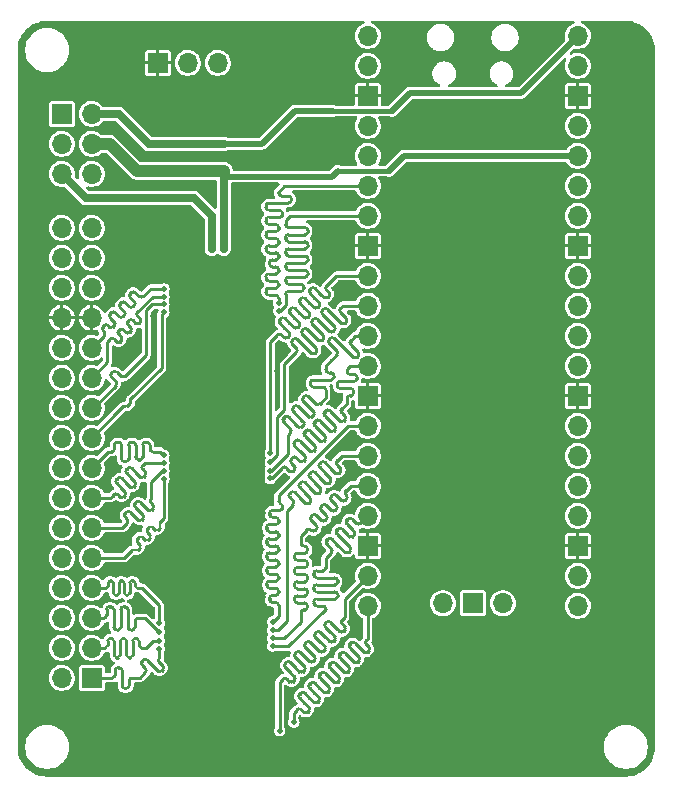
<source format=gbl>
G04 #@! TF.GenerationSoftware,KiCad,Pcbnew,8.0.8-8.0.8-0~ubuntu24.04.1*
G04 #@! TF.CreationDate,2025-04-25T21:20:27+02:00*
G04 #@! TF.ProjectId,LogicAnalyzer,4c6f6769-6341-46e6-916c-797a65722e6b,rev?*
G04 #@! TF.SameCoordinates,Original*
G04 #@! TF.FileFunction,Copper,L4,Bot*
G04 #@! TF.FilePolarity,Positive*
%FSLAX46Y46*%
G04 Gerber Fmt 4.6, Leading zero omitted, Abs format (unit mm)*
G04 Created by KiCad (PCBNEW 8.0.8-8.0.8-0~ubuntu24.04.1) date 2025-04-25 21:20:27*
%MOMM*%
%LPD*%
G01*
G04 APERTURE LIST*
G04 #@! TA.AperFunction,ComponentPad*
%ADD10R,1.700000X1.700000*%
G04 #@! TD*
G04 #@! TA.AperFunction,ComponentPad*
%ADD11O,1.700000X1.700000*%
G04 #@! TD*
G04 #@! TA.AperFunction,ViaPad*
%ADD12C,0.460000*%
G04 #@! TD*
G04 #@! TA.AperFunction,ViaPad*
%ADD13C,0.700000*%
G04 #@! TD*
G04 #@! TA.AperFunction,Conductor*
%ADD14C,0.500000*%
G04 #@! TD*
G04 #@! TA.AperFunction,Conductor*
%ADD15C,1.000000*%
G04 #@! TD*
G04 #@! TA.AperFunction,Conductor*
%ADD16C,0.700000*%
G04 #@! TD*
G04 #@! TA.AperFunction,Conductor*
%ADD17C,0.400000*%
G04 #@! TD*
G04 #@! TA.AperFunction,Conductor*
%ADD18C,0.250000*%
G04 #@! TD*
G04 APERTURE END LIST*
D10*
X158750000Y-72898000D03*
D11*
X161290000Y-72898000D03*
X158750000Y-75438000D03*
X161290000Y-75438000D03*
X158750000Y-77978000D03*
X161290000Y-77978000D03*
X184658000Y-66294000D03*
X184658000Y-68834000D03*
D10*
X184658000Y-71374000D03*
D11*
X184658000Y-73914000D03*
X184658000Y-76454000D03*
X184658000Y-78994000D03*
X184658000Y-81534000D03*
D10*
X184658000Y-84074000D03*
D11*
X184658000Y-86614000D03*
X184658000Y-89154000D03*
X184658000Y-91694000D03*
X184658000Y-94234000D03*
D10*
X184658000Y-96774000D03*
D11*
X184658000Y-99314000D03*
X184658000Y-101854000D03*
X184658000Y-104394000D03*
X184658000Y-106934000D03*
D10*
X184658000Y-109474000D03*
D11*
X184658000Y-112014000D03*
X184658000Y-114554000D03*
X202438000Y-114554000D03*
X202438000Y-112014000D03*
D10*
X202438000Y-109474000D03*
D11*
X202438000Y-106934000D03*
X202438000Y-104394000D03*
X202438000Y-101854000D03*
X202438000Y-99314000D03*
D10*
X202438000Y-96774000D03*
D11*
X202438000Y-94234000D03*
X202438000Y-91694000D03*
X202438000Y-89154000D03*
X202438000Y-86614000D03*
D10*
X202438000Y-84074000D03*
D11*
X202438000Y-81534000D03*
X202438000Y-78994000D03*
X202438000Y-76454000D03*
X202438000Y-73914000D03*
D10*
X202438000Y-71374000D03*
D11*
X202438000Y-68834000D03*
X202438000Y-66294000D03*
X191008000Y-114324000D03*
D10*
X193548000Y-114324000D03*
D11*
X196088000Y-114324000D03*
D10*
X161290000Y-120650000D03*
D11*
X158750000Y-120650000D03*
X161290000Y-118110000D03*
X158750000Y-118110000D03*
X161290000Y-115570000D03*
X158750000Y-115570000D03*
X161290000Y-113030000D03*
X158750000Y-113030000D03*
X161290000Y-110490000D03*
X158750000Y-110490000D03*
X161290000Y-107950000D03*
X158750000Y-107950000D03*
X161290000Y-105410000D03*
X158750000Y-105410000D03*
X161290000Y-102870000D03*
X158750000Y-102870000D03*
X161290000Y-100330000D03*
X158750000Y-100330000D03*
X161290000Y-97790000D03*
X158750000Y-97790000D03*
X161290000Y-95250000D03*
X158750000Y-95250000D03*
X161290000Y-92710000D03*
X158750000Y-92710000D03*
X161290000Y-90170000D03*
X158750000Y-90170000D03*
X161290000Y-87630000D03*
X158750000Y-87630000D03*
X161290000Y-85090000D03*
X158750000Y-85090000D03*
X161290000Y-82550000D03*
X158750000Y-82550000D03*
D10*
X166878000Y-68580000D03*
D11*
X169418000Y-68580000D03*
X171958000Y-68580000D03*
D12*
X191345000Y-121505000D03*
X193885000Y-80865000D03*
X160000000Y-97200000D03*
X198965000Y-80865000D03*
X174244000Y-100330000D03*
X175768000Y-120904000D03*
X166500000Y-90000000D03*
X160000000Y-114900000D03*
X199600000Y-116100000D03*
X175768000Y-92456000D03*
X191345000Y-111345000D03*
X207500000Y-78080000D03*
X207500000Y-106020000D03*
X177000000Y-94700000D03*
X178645000Y-70705000D03*
X168148000Y-92456000D03*
X186600000Y-101900000D03*
X196425000Y-126585000D03*
X198965000Y-126585000D03*
X186182000Y-109474000D03*
X193885000Y-111345000D03*
X207500000Y-67920000D03*
X155448000Y-102870000D03*
X165945000Y-70705000D03*
X165600000Y-104500000D03*
X198965000Y-124045000D03*
X198965000Y-98645000D03*
X207500000Y-73000000D03*
X181185000Y-75785000D03*
X196425000Y-80865000D03*
X186182000Y-94234000D03*
X175768000Y-85344000D03*
X168485000Y-80865000D03*
X178645000Y-65625000D03*
X176080000Y-127200000D03*
X201505000Y-126585000D03*
X196425000Y-96105000D03*
X181610000Y-97282000D03*
X155448000Y-90170000D03*
X160865000Y-80865000D03*
X176105000Y-91025000D03*
X175260000Y-76454000D03*
X166800000Y-122100000D03*
X160000000Y-109900000D03*
X193800000Y-127200000D03*
X196425000Y-91025000D03*
X186265000Y-68165000D03*
X191345000Y-80865000D03*
X207500000Y-88240000D03*
X188805000Y-73245000D03*
X174244000Y-107442000D03*
X186182000Y-112014000D03*
X160000000Y-102300000D03*
X191345000Y-98645000D03*
X162560000Y-104648000D03*
X198965000Y-108805000D03*
X196425000Y-93565000D03*
X171025000Y-73245000D03*
X186265000Y-121505000D03*
X155448000Y-120650000D03*
X186182000Y-73914000D03*
X193885000Y-73245000D03*
X201505000Y-124045000D03*
X155785000Y-70705000D03*
X168910000Y-91440000D03*
X163300000Y-108800000D03*
X186265000Y-65625000D03*
X174244000Y-120142000D03*
X155448000Y-95250000D03*
X175768000Y-113792000D03*
X180600000Y-80300000D03*
X165100000Y-91694000D03*
X160000000Y-99700000D03*
X207500000Y-95860000D03*
X178100000Y-77400000D03*
X163322000Y-105918000D03*
X174244000Y-114554000D03*
X206585000Y-124045000D03*
X198965000Y-91025000D03*
X170434000Y-116078000D03*
X163300000Y-102700000D03*
X188805000Y-113885000D03*
X167386000Y-108712000D03*
X207500000Y-108540000D03*
X180300000Y-110800000D03*
X155448000Y-107950000D03*
X198965000Y-96105000D03*
X170434000Y-108966000D03*
X168148000Y-85344000D03*
X207500000Y-93320000D03*
X159900000Y-86500000D03*
X186182000Y-96774000D03*
X200900000Y-114800000D03*
X155448000Y-82550000D03*
X155448000Y-77978000D03*
X191345000Y-83405000D03*
X168910000Y-119888000D03*
X160865000Y-70705000D03*
X162560000Y-116586000D03*
X193885000Y-103725000D03*
X186265000Y-98645000D03*
X198965000Y-113885000D03*
X196425000Y-83405000D03*
X177546000Y-103632000D03*
X207500000Y-80620000D03*
X186265000Y-116425000D03*
X166700000Y-96700000D03*
X155448000Y-110490000D03*
X170434000Y-94742000D03*
X183725000Y-121505000D03*
X188720001Y-127200000D03*
X186182000Y-104394000D03*
X170180000Y-76454000D03*
X204045000Y-121505000D03*
X171025000Y-126585000D03*
X188805000Y-121505000D03*
X174244000Y-113030000D03*
X160865000Y-65625000D03*
X191345000Y-85945000D03*
X165945000Y-65625000D03*
X196425000Y-98645000D03*
X207500000Y-113620000D03*
X155448000Y-105410000D03*
X191345000Y-88485000D03*
X163600000Y-96500000D03*
X188805000Y-83405000D03*
X196425000Y-103725000D03*
X176105000Y-65625000D03*
X186180000Y-127200000D03*
X207500000Y-103480000D03*
X181185000Y-70705000D03*
X186182000Y-91694000D03*
X186182000Y-76454000D03*
X204045000Y-116425000D03*
X200914000Y-100584000D03*
X178620001Y-127200000D03*
X207500000Y-116160000D03*
X198965000Y-73245000D03*
X196425000Y-73245000D03*
X196425000Y-124045000D03*
X206585000Y-121505000D03*
X155448000Y-115570000D03*
X160865000Y-126585000D03*
X188805000Y-68165000D03*
X198965000Y-106265000D03*
X204045000Y-118965000D03*
X176100000Y-115000000D03*
X176900000Y-119000000D03*
X201907898Y-121892102D03*
X207500000Y-100940000D03*
X168485000Y-65625000D03*
X171025000Y-65625000D03*
X166100000Y-114900000D03*
X155448000Y-85090000D03*
X198965000Y-85945000D03*
X165945000Y-85945000D03*
X188805000Y-111345000D03*
X196425000Y-88485000D03*
X204045000Y-124045000D03*
X183640000Y-127200000D03*
X186182000Y-106934000D03*
X193885000Y-118965000D03*
X175768000Y-106680000D03*
X193885000Y-78325000D03*
X162700000Y-97700000D03*
X188805000Y-116425000D03*
X165945000Y-73245000D03*
X181160000Y-127200000D03*
X178500000Y-94400000D03*
X196425000Y-85945000D03*
X174244000Y-105918000D03*
X173565000Y-68165000D03*
X155448000Y-97790000D03*
X196425000Y-108805000D03*
X158325000Y-70705000D03*
X170434000Y-101854000D03*
X155785000Y-124045000D03*
X176105000Y-73245000D03*
X155448000Y-118110000D03*
X160000000Y-117500000D03*
X186182000Y-71374000D03*
X188805000Y-65625000D03*
X178400000Y-96900000D03*
X166370000Y-99568000D03*
X207500000Y-98400000D03*
X207500000Y-83160000D03*
X198965000Y-83405000D03*
X191345000Y-118965000D03*
X188805000Y-98645000D03*
X155448000Y-87630000D03*
X163405000Y-70705000D03*
X155448000Y-75438000D03*
X186265000Y-118965000D03*
X196425000Y-111345000D03*
X198965000Y-78325000D03*
X191260000Y-127200000D03*
X186265000Y-83405000D03*
X193300000Y-101900000D03*
X165100000Y-114000000D03*
X168148000Y-99568000D03*
X174244000Y-91694000D03*
X155448000Y-72898000D03*
X165945000Y-80865000D03*
X176105000Y-68165000D03*
X204045000Y-126585000D03*
X196425000Y-78325000D03*
X163405000Y-68165000D03*
X160000000Y-94600000D03*
X173565000Y-80865000D03*
X170180000Y-78994000D03*
X186182000Y-86614000D03*
X206585000Y-118965000D03*
X162800000Y-100000000D03*
X155448000Y-113030000D03*
X186182000Y-114554000D03*
X188805000Y-78325000D03*
X173565000Y-65625000D03*
X198965000Y-121505000D03*
X188805000Y-118965000D03*
X196425000Y-106265000D03*
X186182000Y-78994000D03*
X198965000Y-65625000D03*
X168910000Y-105664000D03*
X160865000Y-68165000D03*
X155448000Y-92710000D03*
X174244000Y-121666000D03*
X173540000Y-127200000D03*
X168910000Y-98552000D03*
X162500000Y-107200000D03*
X201505000Y-118965000D03*
X168910000Y-127000000D03*
X207500000Y-70460000D03*
X186182000Y-89154000D03*
X207500000Y-75540000D03*
X163405000Y-65625000D03*
X188805000Y-88485000D03*
X160000000Y-112500000D03*
X198965000Y-111345000D03*
X168910000Y-112776000D03*
X181185000Y-65625000D03*
X193885000Y-83405000D03*
X174244000Y-98806000D03*
X206585000Y-65625000D03*
X193885000Y-85945000D03*
X207500000Y-85700000D03*
X160000000Y-92000000D03*
X155448000Y-100330000D03*
X168148000Y-106680000D03*
X191345000Y-91025000D03*
X198965000Y-88485000D03*
X180800000Y-77300000D03*
X207500000Y-90780000D03*
X207500000Y-111079999D03*
X170434000Y-123190000D03*
X193885000Y-93565000D03*
X172974000Y-74168000D03*
X181185000Y-83405000D03*
X160000000Y-104800000D03*
X186265000Y-80865000D03*
X193885000Y-98645000D03*
X170180000Y-73660000D03*
X163300000Y-125200000D03*
X155785000Y-80865000D03*
X168485000Y-83405000D03*
X170434000Y-87630000D03*
X183700000Y-116200000D03*
X177100000Y-92500000D03*
X175768000Y-99568000D03*
X168148000Y-113792000D03*
X168148000Y-120904000D03*
X198965000Y-93565000D03*
X198965000Y-103725000D03*
X160000000Y-107300000D03*
X174244000Y-93218000D03*
X158325000Y-124045000D03*
X191345000Y-93565000D03*
X188805000Y-80865000D03*
X198965000Y-68165000D03*
D13*
X172466000Y-84328000D03*
X171450000Y-84328000D03*
D12*
X167400000Y-88360003D03*
X167000000Y-117500000D03*
X167400000Y-103780009D03*
X167000000Y-116000000D03*
X167000000Y-116750000D03*
X167400000Y-87700000D03*
X167400000Y-101800000D03*
X167400000Y-103120006D03*
X167000000Y-118160003D03*
X167400000Y-89700000D03*
X167400000Y-89020006D03*
X167400000Y-102460003D03*
X177100000Y-89560003D03*
X177100000Y-88900000D03*
X176400000Y-101600000D03*
X176400000Y-103760003D03*
X176400000Y-102400000D03*
X176400000Y-103100000D03*
X176600000Y-117960003D03*
X176600000Y-116600000D03*
X176600000Y-117300000D03*
X176600000Y-115900000D03*
X177200000Y-125110000D03*
X178400000Y-124400000D03*
D14*
X187706000Y-76454000D02*
X202438000Y-76454000D01*
D15*
X165100000Y-77724000D02*
X172466000Y-77724000D01*
D14*
X172942000Y-78200000D02*
X181642000Y-78200000D01*
D16*
X172466000Y-77724000D02*
X172466000Y-84328000D01*
D17*
X182118000Y-77724000D02*
X186436000Y-77724000D01*
D14*
X181642000Y-78200000D02*
X182118000Y-77724000D01*
D15*
X161290000Y-75438000D02*
X162814000Y-75438000D01*
D14*
X172466000Y-77724000D02*
X172942000Y-78200000D01*
X186436000Y-77724000D02*
X187706000Y-76454000D01*
D15*
X162814000Y-75438000D02*
X165100000Y-77724000D01*
D16*
X171450000Y-84328000D02*
X171450000Y-81534000D01*
X171450000Y-81534000D02*
X169926000Y-80010000D01*
X160782000Y-80010000D02*
X158750000Y-77978000D01*
X169926000Y-80010000D02*
X160782000Y-80010000D01*
X171196000Y-75438000D02*
X172466000Y-75438000D01*
X163576000Y-72898000D02*
X165354000Y-74676000D01*
X165354000Y-74676000D02*
X166116000Y-75438000D01*
D14*
X175662000Y-75438000D02*
X172466000Y-75438000D01*
X181700000Y-72644000D02*
X178456000Y-72644000D01*
X188214000Y-71120000D02*
X197612000Y-71120000D01*
D16*
X166116000Y-75438000D02*
X171196000Y-75438000D01*
D14*
X197612000Y-71120000D02*
X202438000Y-66294000D01*
X186690000Y-72644000D02*
X188214000Y-71120000D01*
D17*
X186690000Y-72644000D02*
X181700000Y-72644000D01*
D16*
X161290000Y-72898000D02*
X163576000Y-72898000D01*
D14*
X178456000Y-72644000D02*
X175662000Y-75438000D01*
D18*
X162844024Y-91955979D02*
X162764827Y-92035174D01*
X163388496Y-92183667D02*
X163160808Y-91955979D01*
X164427946Y-90372057D02*
X164348749Y-90451252D01*
X162600000Y-93355825D02*
X162600000Y-93940000D01*
X166439997Y-88360003D02*
X165140709Y-89659291D01*
X164348749Y-90451252D02*
X164348748Y-90451252D01*
X163784476Y-92104470D02*
X163705280Y-92183667D01*
X163635985Y-91164018D02*
X163556788Y-91243213D01*
X162600000Y-92200000D02*
X162600000Y-93355825D01*
X163556788Y-91243213D02*
X163556787Y-91243213D01*
X163556787Y-91559997D02*
X163784476Y-91787686D01*
X162764827Y-92035174D02*
X162600000Y-92200000D01*
X164576437Y-91312509D02*
X164497241Y-91391706D01*
X164348748Y-90768036D02*
X164576437Y-90995725D01*
X164972418Y-90599745D02*
X164744730Y-90372057D01*
X164180457Y-91391706D02*
X163952769Y-91164018D01*
X167400000Y-88360003D02*
X166439997Y-88360003D01*
X162600000Y-93940000D02*
X161290000Y-95250000D01*
X165368398Y-90520548D02*
X165289202Y-90599745D01*
X165140709Y-89976075D02*
X165368398Y-90203764D01*
X163952769Y-91164018D02*
G75*
G03*
X163635985Y-91164018I-158392J-158392D01*
G01*
X163705280Y-92183667D02*
G75*
G02*
X163388496Y-92183667I-158392J158392D01*
G01*
X163160808Y-91955979D02*
G75*
G03*
X162844024Y-91955979I-158392J-158392D01*
G01*
X165289202Y-90599745D02*
G75*
G02*
X164972418Y-90599745I-158392J158392D01*
G01*
X164348748Y-90451252D02*
G75*
G03*
X164348792Y-90767992I158352J-158348D01*
G01*
X165140709Y-89659291D02*
G75*
G03*
X165140692Y-89976092I158391J-158409D01*
G01*
X164497241Y-91391706D02*
G75*
G02*
X164180457Y-91391706I-158392J158392D01*
G01*
X165368398Y-90203764D02*
G75*
G02*
X165368442Y-90520592I-158398J-158436D01*
G01*
X164576437Y-90995725D02*
G75*
G02*
X164576420Y-91312492I-158437J-158375D01*
G01*
X163556787Y-91243213D02*
G75*
G03*
X163556792Y-91559992I158413J-158387D01*
G01*
X164744730Y-90372057D02*
G75*
G03*
X164427946Y-90372057I-158392J-158392D01*
G01*
X163784476Y-91787686D02*
G75*
G02*
X163784498Y-92104492I-158376J-158414D01*
G01*
X164968392Y-117290000D02*
X165074392Y-117290000D01*
X165604392Y-118110000D02*
X165890000Y-118110000D01*
X164756392Y-118718000D02*
X164756392Y-118110000D01*
X163908392Y-117290000D02*
X164014392Y-117290000D01*
X164438392Y-118930000D02*
X164544392Y-118930000D01*
X166125000Y-117875000D02*
X166500000Y-117500000D01*
X165498392Y-118110000D02*
X165604392Y-118110000D01*
X163378392Y-118930000D02*
X163484392Y-118930000D01*
X162636392Y-117898000D02*
X162636392Y-117502000D01*
X163696392Y-118110000D02*
X163696392Y-117502000D01*
X164226392Y-118110000D02*
X164226392Y-118718000D01*
X163166392Y-117502000D02*
X163166392Y-117898000D01*
X166500000Y-117500000D02*
X167000000Y-117500000D01*
X163166392Y-117898000D02*
X163166392Y-118110000D01*
X165890000Y-118110000D02*
X166125000Y-117875000D01*
X164226392Y-117502000D02*
X164226392Y-118110000D01*
X162848392Y-117290000D02*
X162954392Y-117290000D01*
X163166392Y-118110000D02*
X163166392Y-118718000D01*
X164756392Y-117898000D02*
X164756392Y-117502000D01*
X164756392Y-118110000D02*
X164756392Y-117898000D01*
X161290000Y-118110000D02*
X162424392Y-118110000D01*
X163696392Y-118718000D02*
X163696392Y-118110000D01*
X165286392Y-117502000D02*
X165286392Y-117898000D01*
X165286392Y-117898000D02*
G75*
G03*
X165498392Y-118110008I212008J0D01*
G01*
X162954392Y-117290000D02*
G75*
G02*
X163166400Y-117502000I8J-212000D01*
G01*
X163696392Y-117502000D02*
G75*
G02*
X163908392Y-117289992I212008J0D01*
G01*
X162424392Y-118110000D02*
G75*
G03*
X162636400Y-117898000I8J212000D01*
G01*
X164014392Y-117290000D02*
G75*
G02*
X164226400Y-117502000I8J-212000D01*
G01*
X162636392Y-117502000D02*
G75*
G02*
X162848392Y-117289992I212008J0D01*
G01*
X163166392Y-118718000D02*
G75*
G03*
X163378392Y-118930008I212008J0D01*
G01*
X163484392Y-118930000D02*
G75*
G03*
X163696400Y-118718000I8J212000D01*
G01*
X164756392Y-117502000D02*
G75*
G02*
X164968392Y-117289992I212008J0D01*
G01*
X165074392Y-117290000D02*
G75*
G02*
X165286400Y-117502000I8J-212000D01*
G01*
X164544392Y-118930000D02*
G75*
G03*
X164756400Y-118718000I8J212000D01*
G01*
X164226392Y-118718000D02*
G75*
G03*
X164438392Y-118930008I212008J0D01*
G01*
X165788841Y-108965719D02*
X165661562Y-108838440D01*
X166213105Y-108796013D02*
X166043399Y-108965720D01*
X165279723Y-108711159D02*
X165110017Y-108880864D01*
X163679051Y-110490000D02*
X161290000Y-110490000D01*
X166510090Y-107989912D02*
X166510089Y-107989911D01*
X165237296Y-109262702D02*
X165237297Y-109262703D01*
X165958545Y-108286895D02*
X166085824Y-108414174D01*
X167400000Y-103780009D02*
X167400000Y-107100000D01*
X167400000Y-107100000D02*
X167061633Y-107438367D01*
X164516048Y-109983953D02*
X164010000Y-110490000D01*
X166085825Y-108414175D02*
X166213105Y-108541455D01*
X166637369Y-108117191D02*
X166510090Y-107989912D01*
X167061633Y-107947485D02*
X166891927Y-108117192D01*
X166510089Y-107989911D02*
X166382809Y-107862631D01*
X165661562Y-108838440D02*
X165661561Y-108838439D01*
X166128251Y-107862631D02*
X165958545Y-108032336D01*
X164685755Y-109814247D02*
X164516048Y-109983953D01*
X166085824Y-108414174D02*
X166085825Y-108414175D01*
X165237297Y-109262703D02*
X165364577Y-109389983D01*
X164010000Y-110490000D02*
X163679051Y-110490000D01*
X165364577Y-109644541D02*
X165194871Y-109814248D01*
X165661561Y-108838439D02*
X165534281Y-108711159D01*
X165110017Y-109135423D02*
X165237296Y-109262702D01*
X165364577Y-109389983D02*
G75*
G02*
X165364615Y-109644579I-127277J-127317D01*
G01*
X165534281Y-108711159D02*
G75*
G03*
X165279723Y-108711159I-127279J-127278D01*
G01*
X165110017Y-108880864D02*
G75*
G03*
X165110060Y-109135379I127283J-127236D01*
G01*
X166213105Y-108541455D02*
G75*
G02*
X166213071Y-108795979I-127305J-127245D01*
G01*
X166043399Y-108965720D02*
G75*
G02*
X165788821Y-108965740I-127299J127320D01*
G01*
X167061632Y-107692927D02*
G75*
G02*
X167061627Y-107947478I-127232J-127273D01*
G01*
X166891927Y-108117192D02*
G75*
G02*
X166637321Y-108117240I-127327J127292D01*
G01*
X165958545Y-108032336D02*
G75*
G03*
X165958560Y-108286879I127255J-127264D01*
G01*
X165194871Y-109814248D02*
G75*
G02*
X164940321Y-109814240I-127271J127248D01*
G01*
X166382809Y-107862631D02*
G75*
G03*
X166128251Y-107862631I-127279J-127278D01*
G01*
X167061633Y-107438367D02*
G75*
G03*
X167061679Y-107692879I127267J-127233D01*
G01*
X164940313Y-109814247D02*
G75*
G03*
X164685755Y-109814247I-127279J-127278D01*
G01*
X164037245Y-112594000D02*
X164037245Y-113030000D01*
X163577245Y-113466000D02*
X163577245Y-113030000D01*
X164221245Y-113650000D02*
X164313245Y-113650000D01*
X164497245Y-112846000D02*
X164497245Y-112594000D01*
X164957245Y-112594000D02*
X164957245Y-112846000D01*
X164497245Y-113030000D02*
X164497245Y-112846000D01*
X162657245Y-112846000D02*
X162657245Y-112594000D01*
X165233245Y-113030000D02*
X165455821Y-113030000D01*
X161290000Y-113030000D02*
X162473245Y-113030000D01*
X163577245Y-113030000D02*
X163577245Y-112594000D01*
X163117245Y-112846000D02*
X163117245Y-113030000D01*
X164497245Y-113466000D02*
X164497245Y-113030000D01*
X162841245Y-112410000D02*
X162933245Y-112410000D01*
X164681245Y-112410000D02*
X164773245Y-112410000D01*
X165141245Y-113030000D02*
X165233245Y-113030000D01*
X163301245Y-113650000D02*
X163393245Y-113650000D01*
X163117245Y-112594000D02*
X163117245Y-112846000D01*
X167000000Y-114500000D02*
X167000000Y-116000000D01*
X163761245Y-112410000D02*
X163853245Y-112410000D01*
X163117245Y-113030000D02*
X163117245Y-113466000D01*
X164037245Y-113030000D02*
X164037245Y-113466000D01*
X165530000Y-113030000D02*
X167000000Y-114500000D01*
X165455821Y-113030000D02*
X165530000Y-113030000D01*
X164957245Y-112846000D02*
G75*
G03*
X165141245Y-113029955I183955J0D01*
G01*
X163853245Y-112410000D02*
G75*
G02*
X164037200Y-112594000I-45J-184000D01*
G01*
X163577245Y-112594000D02*
G75*
G02*
X163761245Y-112410045I183955J0D01*
G01*
X164773245Y-112410000D02*
G75*
G02*
X164957200Y-112594000I-45J-184000D01*
G01*
X164313245Y-113650000D02*
G75*
G03*
X164497200Y-113466000I-45J184000D01*
G01*
X162473245Y-113030000D02*
G75*
G03*
X162657200Y-112846000I-45J184000D01*
G01*
X163117245Y-113466000D02*
G75*
G03*
X163301245Y-113649955I183955J0D01*
G01*
X164497245Y-112594000D02*
G75*
G02*
X164681245Y-112410045I183955J0D01*
G01*
X162933245Y-112410000D02*
G75*
G02*
X163117200Y-112594000I-45J-184000D01*
G01*
X162657245Y-112594000D02*
G75*
G02*
X162841245Y-112410045I183955J0D01*
G01*
X164037245Y-113466000D02*
G75*
G03*
X164221245Y-113649955I183955J0D01*
G01*
X163393245Y-113650000D02*
G75*
G03*
X163577200Y-113466000I-45J184000D01*
G01*
X163744602Y-116350000D02*
X163744602Y-115600000D01*
X163984602Y-114610000D02*
X164104602Y-114610000D01*
X163144602Y-115600000D02*
X163144602Y-116350000D01*
X163384602Y-116590000D02*
X163504602Y-116590000D01*
X165184602Y-115600000D02*
X165304602Y-115600000D01*
X162544602Y-115360000D02*
X162544602Y-114850000D01*
X163144602Y-115360000D02*
X163144602Y-115600000D01*
X162784602Y-114610000D02*
X162904602Y-114610000D01*
X164344602Y-114850000D02*
X164344602Y-115600000D01*
X165304602Y-115600000D02*
X165815111Y-115600000D01*
X166965111Y-116750000D02*
X167000000Y-116750000D01*
X164944602Y-116350000D02*
X164944602Y-115840000D01*
X165815683Y-115600572D02*
X166965111Y-116750000D01*
X164584602Y-116590000D02*
X164704602Y-116590000D01*
X163744602Y-115600000D02*
X163744602Y-114850000D01*
X165815111Y-115600000D02*
X165815683Y-115600572D01*
X163144602Y-114850000D02*
X163144602Y-115360000D01*
X161320000Y-115600000D02*
X162304602Y-115600000D01*
X164344602Y-115840000D02*
X164344602Y-116350000D01*
X161290000Y-115570000D02*
X161320000Y-115600000D01*
X164344602Y-115600000D02*
X164344602Y-115840000D01*
X162904602Y-114610000D02*
G75*
G02*
X163144600Y-114850000I-2J-240000D01*
G01*
X163144602Y-116350000D02*
G75*
G03*
X163384602Y-116589998I239998J0D01*
G01*
X162304602Y-115600000D02*
G75*
G03*
X162544600Y-115360000I-2J240000D01*
G01*
X164944602Y-115840000D02*
G75*
G02*
X165184602Y-115600002I239998J0D01*
G01*
X164704602Y-116590000D02*
G75*
G03*
X164944600Y-116350000I-2J240000D01*
G01*
X162544602Y-114850000D02*
G75*
G02*
X162784602Y-114610002I239998J0D01*
G01*
X164104602Y-114610000D02*
G75*
G02*
X164344600Y-114850000I-2J-240000D01*
G01*
X164344602Y-116350000D02*
G75*
G03*
X164584602Y-116589998I239998J0D01*
G01*
X163504602Y-116590000D02*
G75*
G03*
X163744600Y-116350000I-2J240000D01*
G01*
X163744602Y-114850000D02*
G75*
G02*
X163984602Y-114610002I239998J0D01*
G01*
X162338999Y-90812471D02*
X162254146Y-90897323D01*
X162940041Y-89716454D02*
X162855188Y-89801306D01*
X162338998Y-91660999D02*
X162254147Y-91745852D01*
X164884586Y-89115411D02*
X164799734Y-89200265D01*
X162254147Y-91745852D02*
X161802309Y-92197691D01*
X163951205Y-90048794D02*
X163951205Y-90048795D01*
X162763264Y-90897324D02*
X162678411Y-90812471D01*
X161802309Y-92197691D02*
X161290000Y-92710000D01*
X164799734Y-89200265D02*
X164799734Y-89200266D01*
X164637099Y-88019396D02*
X164552246Y-88104248D01*
X162855188Y-90140718D02*
X163187528Y-90473058D01*
X167400000Y-87700000D02*
X166300000Y-87700000D01*
X163788570Y-88867925D02*
X163703717Y-88952777D01*
X164552246Y-88443660D02*
X164884586Y-88776000D01*
X165308851Y-88351737D02*
X164976510Y-88019396D01*
X166300000Y-87700000D02*
X165648263Y-88351737D01*
X162254146Y-91236735D02*
X162338998Y-91321587D01*
X163187528Y-90812469D02*
X163102676Y-90897323D01*
X163611793Y-90048795D02*
X163279452Y-89716454D01*
X164036057Y-89963940D02*
X163951205Y-90048794D01*
X163102676Y-90897323D02*
X163102676Y-90897324D01*
X163703717Y-89292189D02*
X164036057Y-89624529D01*
X164460322Y-89200266D02*
X164127981Y-88867925D01*
X164552246Y-88104248D02*
G75*
G03*
X164552200Y-88443706I169754J-169752D01*
G01*
X162678411Y-90812471D02*
G75*
G03*
X162338999Y-90812471I-169706J-169704D01*
G01*
X162855188Y-89801306D02*
G75*
G03*
X162855200Y-90140706I169712J-169694D01*
G01*
X163102676Y-90897324D02*
G75*
G02*
X162763264Y-90897324I-169706J169704D01*
G01*
X164127981Y-88867925D02*
G75*
G03*
X163788569Y-88867924I-169706J-169703D01*
G01*
X164884586Y-88776000D02*
G75*
G02*
X164884581Y-89115405I-169686J-169700D01*
G01*
X162254146Y-90897323D02*
G75*
G03*
X162254175Y-91236706I169754J-169677D01*
G01*
X164799734Y-89200266D02*
G75*
G02*
X164460322Y-89200266I-169706J169704D01*
G01*
X163279452Y-89716454D02*
G75*
G03*
X162940040Y-89716453I-169706J-169703D01*
G01*
X164976510Y-88019396D02*
G75*
G03*
X164637100Y-88019396I-169705J-169703D01*
G01*
X165648263Y-88351737D02*
G75*
G02*
X165308851Y-88351737I-169706J169704D01*
G01*
X163187528Y-90473058D02*
G75*
G02*
X163187565Y-90812505I-169728J-169742D01*
G01*
X162338998Y-91321587D02*
G75*
G02*
X162339005Y-91661006I-169698J-169713D01*
G01*
X163703717Y-88952777D02*
G75*
G03*
X163703700Y-89292206I169683J-169723D01*
G01*
X164036057Y-89624529D02*
G75*
G02*
X164036023Y-89963905I-169657J-169671D01*
G01*
X163951205Y-90048795D02*
G75*
G02*
X163611793Y-90048795I-169706J169704D01*
G01*
X163802780Y-100920000D02*
X163802780Y-101260000D01*
X165602780Y-101500000D02*
X165602780Y-101260000D01*
X161290000Y-102870000D02*
X162660000Y-101500000D01*
X165602780Y-101930000D02*
X165602780Y-101500000D01*
X167100000Y-101500000D02*
X167259309Y-101659309D01*
X165602780Y-101260000D02*
X165602780Y-100920000D01*
X166202780Y-100920000D02*
X166202780Y-101260000D01*
X167259309Y-101659309D02*
X167400000Y-101800000D01*
X165242780Y-102170000D02*
X165362780Y-102170000D01*
X164402780Y-102080000D02*
X164402780Y-101500000D01*
X163802780Y-101500000D02*
X163802780Y-102080000D01*
X165002780Y-101500000D02*
X165002780Y-101930000D01*
X166442780Y-101500000D02*
X166562780Y-101500000D01*
X163202780Y-101260000D02*
X163202780Y-100920000D01*
X165842780Y-100680000D02*
X165962780Y-100680000D01*
X164042780Y-102320000D02*
X164162780Y-102320000D01*
X164642780Y-100680000D02*
X164762780Y-100680000D01*
X165002780Y-100920000D02*
X165002780Y-101500000D01*
X163442780Y-100680000D02*
X163562780Y-100680000D01*
X164402780Y-101500000D02*
X164402780Y-100920000D01*
X162660000Y-101500000D02*
X162962780Y-101500000D01*
X166562780Y-101500000D02*
X167100000Y-101500000D01*
X163802780Y-101260000D02*
X163802780Y-101500000D01*
X163562780Y-100680000D02*
G75*
G02*
X163802800Y-100920000I20J-240000D01*
G01*
X164762780Y-100680000D02*
G75*
G02*
X165002800Y-100920000I20J-240000D01*
G01*
X165362780Y-102170000D02*
G75*
G03*
X165602800Y-101930000I20J240000D01*
G01*
X166202780Y-101260000D02*
G75*
G03*
X166442780Y-101500020I240020J0D01*
G01*
X163202780Y-100920000D02*
G75*
G02*
X163442780Y-100679980I240020J0D01*
G01*
X164402780Y-100920000D02*
G75*
G02*
X164642780Y-100679980I240020J0D01*
G01*
X165962780Y-100680000D02*
G75*
G02*
X166202800Y-100920000I20J-240000D01*
G01*
X163802780Y-102080000D02*
G75*
G03*
X164042780Y-102320020I240020J0D01*
G01*
X164162780Y-102320000D02*
G75*
G03*
X164402800Y-102080000I20J240000D01*
G01*
X165002780Y-101930000D02*
G75*
G03*
X165242780Y-102170020I240020J0D01*
G01*
X162962780Y-101500000D02*
G75*
G03*
X163202800Y-101260000I20J240000D01*
G01*
X165602780Y-100920000D02*
G75*
G02*
X165842780Y-100679980I240020J0D01*
G01*
X164857503Y-106942499D02*
X164532232Y-106617228D01*
X166300000Y-105491863D02*
X166300000Y-105500000D01*
X165182772Y-107267768D02*
X164857503Y-106942499D01*
X164107968Y-107041492D02*
X164263531Y-107197055D01*
X165607035Y-107182916D02*
X165522184Y-107267768D01*
X165041349Y-105768700D02*
X164956496Y-105853552D01*
X166455563Y-106334388D02*
X166370712Y-106419240D01*
X166300000Y-104095120D02*
X166300000Y-105491863D01*
X166031300Y-106419240D02*
X165875737Y-106263677D01*
X163850000Y-107950000D02*
X163194175Y-107950000D01*
X165875737Y-106263677D02*
X165380760Y-105768700D01*
X164956496Y-106192964D02*
X165281765Y-106518233D01*
X167275114Y-103120006D02*
X166300000Y-104095120D01*
X163194175Y-107950000D02*
X161290000Y-107950000D01*
X165281765Y-106518233D02*
X165281766Y-106518234D01*
X165281766Y-106518234D02*
X165607036Y-106843504D01*
X167400000Y-103120006D02*
X167275114Y-103120006D01*
X164178679Y-107621320D02*
X163850000Y-107950000D01*
X164263531Y-107536466D02*
X164178679Y-107621320D01*
X166300000Y-105839412D02*
X166455564Y-105994976D01*
X164192821Y-106617228D02*
X164107968Y-106702080D01*
X165380760Y-105768700D02*
G75*
G03*
X165041348Y-105768699I-169706J-169703D01*
G01*
X165607036Y-106843504D02*
G75*
G02*
X165607026Y-107182907I-169736J-169696D01*
G01*
X164956496Y-105853552D02*
G75*
G03*
X164956454Y-106193006I169704J-169748D01*
G01*
X164532232Y-106617228D02*
G75*
G03*
X164192820Y-106617227I-169706J-169703D01*
G01*
X166300000Y-105500000D02*
G75*
G03*
X166300006Y-105839406I169700J-169700D01*
G01*
X164263531Y-107197055D02*
G75*
G02*
X164263571Y-107536505I-169731J-169745D01*
G01*
X165522184Y-107267768D02*
G75*
G02*
X165182772Y-107267768I-169706J169701D01*
G01*
X164107968Y-106702080D02*
G75*
G03*
X164107954Y-107041506I169732J-169720D01*
G01*
X166370712Y-106419240D02*
G75*
G02*
X166031300Y-106419240I-169706J169701D01*
G01*
X166455564Y-105994976D02*
G75*
G02*
X166455582Y-106334407I-169664J-169724D01*
G01*
X166858579Y-120046519D02*
X166575737Y-119763677D01*
X165614070Y-119141421D02*
X165529217Y-119226273D01*
X165529217Y-119565685D02*
X165812059Y-119848527D01*
X166575737Y-119763677D02*
X165953481Y-119141421D01*
X162750000Y-120650000D02*
X161290000Y-120650000D01*
X167000000Y-118160003D02*
X167000000Y-118958148D01*
X165727207Y-120272792D02*
X165350000Y-120650000D01*
X163020000Y-120650000D02*
X162900000Y-120650000D01*
X165350000Y-120650000D02*
X164700000Y-120650000D01*
X167000000Y-118958148D02*
X167000000Y-119000000D01*
X165812059Y-120187938D02*
X165727207Y-120272792D01*
X163260000Y-120010000D02*
X163260000Y-120410000D01*
X164220000Y-121530000D02*
X164100000Y-121530000D01*
X163620000Y-119770000D02*
X163500000Y-119770000D01*
X163860000Y-121290000D02*
X163860000Y-120890000D01*
X164460000Y-120890000D02*
X164460000Y-121290000D01*
X163860000Y-120890000D02*
X163860000Y-120010000D01*
X167000000Y-119339412D02*
X167282843Y-119622255D01*
X162900000Y-120650000D02*
X162750000Y-120650000D01*
X167282842Y-119961667D02*
X167197991Y-120046519D01*
X165812059Y-119848527D02*
G75*
G02*
X165812027Y-120187905I-169659J-169673D01*
G01*
X165529217Y-119226273D02*
G75*
G03*
X165529196Y-119565706I169683J-169727D01*
G01*
X165953481Y-119141421D02*
G75*
G03*
X165614071Y-119141421I-169705J-169703D01*
G01*
X167000000Y-119000000D02*
G75*
G03*
X167000006Y-119339406I169700J-169700D01*
G01*
X163260000Y-120410000D02*
G75*
G02*
X163020000Y-120650000I-240000J0D01*
G01*
X163500000Y-119770000D02*
G75*
G03*
X163260000Y-120010000I0J-240000D01*
G01*
X164100000Y-121530000D02*
G75*
G02*
X163860000Y-121290000I0J240000D01*
G01*
X164460000Y-121290000D02*
G75*
G02*
X164220000Y-121530000I-240000J0D01*
G01*
X167282843Y-119622255D02*
G75*
G02*
X167282882Y-119961706I-169743J-169745D01*
G01*
X163860000Y-120010000D02*
G75*
G03*
X163620000Y-119770000I-240000J0D01*
G01*
X164700000Y-120650000D02*
G75*
G03*
X164460000Y-120890000I0J-240000D01*
G01*
X167197991Y-120046519D02*
G75*
G02*
X166858579Y-120046519I-169706J169701D01*
G01*
X163711471Y-97908530D02*
X163450099Y-98169901D01*
X167400000Y-89700000D02*
X167200000Y-89900000D01*
X163958960Y-97661042D02*
X163711471Y-97908530D01*
X167200000Y-94420000D02*
X164560000Y-97060000D01*
X167200000Y-89900000D02*
X167200000Y-94420000D01*
X164560000Y-97413554D02*
X164312512Y-97661043D01*
X163450099Y-98169901D02*
X161290000Y-100330000D01*
X164135736Y-97661042D02*
G75*
G03*
X163958960Y-97661042I-88388J-88386D01*
G01*
X164312512Y-97661043D02*
G75*
G02*
X164135711Y-97661067I-88412J88343D01*
G01*
X164560000Y-97060000D02*
G75*
G03*
X164559988Y-97236788I88400J-88400D01*
G01*
X164559999Y-97236778D02*
G75*
G02*
X164560034Y-97413587I-88399J-88422D01*
G01*
X165900000Y-89536396D02*
X166416390Y-89020006D01*
X161290000Y-97790000D02*
X161410000Y-97790000D01*
X163303479Y-95545797D02*
X162954169Y-95196487D01*
X162954170Y-94845761D02*
X163041851Y-94758081D01*
X165900000Y-93300000D02*
X165900000Y-89536396D01*
X164092612Y-95107392D02*
X164180293Y-95019708D01*
X164374416Y-94825584D02*
X165900000Y-93300000D01*
X166416390Y-89020006D02*
X167400000Y-89020006D01*
X164180293Y-95019708D02*
X164374416Y-94825584D01*
X163392577Y-94758080D02*
X163741888Y-95107391D01*
X161410000Y-97790000D02*
X163303479Y-95896521D01*
X163303479Y-95896521D02*
G75*
G03*
X163303438Y-95545838I-175379J175321D01*
G01*
X163741888Y-95107391D02*
G75*
G03*
X164092661Y-95107442I175412J175391D01*
G01*
X162954169Y-95196487D02*
G75*
G02*
X162954145Y-94845736I175331J175387D01*
G01*
X163041851Y-94758081D02*
G75*
G02*
X163392562Y-94758094I175349J-175319D01*
G01*
X164162239Y-104105959D02*
X163808685Y-103752405D01*
X165604739Y-103002871D02*
X165788587Y-103186719D01*
X163059152Y-105209047D02*
X162858198Y-105410000D01*
X164091528Y-105223189D02*
X164006677Y-105308041D01*
X165010767Y-103257431D02*
X164657213Y-102903877D01*
X164232949Y-103328141D02*
X164586502Y-103681694D01*
X165180475Y-103427138D02*
X165010769Y-103257432D01*
X163737974Y-104530222D02*
X164091529Y-104883777D01*
X163384421Y-104176669D02*
X163737974Y-104530222D01*
X165010769Y-103257432D02*
X165010767Y-103257431D01*
X164586503Y-103681695D02*
X164940057Y-104035249D01*
X167400000Y-102460003D02*
X165808195Y-102460003D01*
X164586502Y-103681694D02*
X164586503Y-103681695D01*
X165788587Y-103526131D02*
X165703734Y-103610985D01*
X163144006Y-105124194D02*
X163059152Y-105209047D01*
X164317802Y-102903877D02*
X164232949Y-102988729D01*
X162216837Y-105410000D02*
X161290000Y-105410000D01*
X162858198Y-105410000D02*
X162216837Y-105410000D01*
X164162240Y-104105960D02*
X164162239Y-104105959D01*
X165808195Y-102460003D02*
X165604739Y-102663459D01*
X165364322Y-103610985D02*
X165180475Y-103427138D01*
X163667265Y-105308041D02*
X163483418Y-105124194D01*
X163469274Y-103752405D02*
X163384421Y-103837257D01*
X164515793Y-104459513D02*
X164162240Y-104105960D01*
X164940056Y-104374661D02*
X164855205Y-104459513D01*
X164855205Y-104459513D02*
G75*
G02*
X164515793Y-104459513I-169706J169701D01*
G01*
X165604739Y-102663459D02*
G75*
G03*
X165604704Y-103002906I169661J-169741D01*
G01*
X165788587Y-103186719D02*
G75*
G02*
X165788562Y-103526106I-169687J-169681D01*
G01*
X164091529Y-104883777D02*
G75*
G02*
X164091546Y-105223206I-169729J-169723D01*
G01*
X164232949Y-102988729D02*
G75*
G03*
X164232984Y-103328106I169751J-169671D01*
G01*
X164940057Y-104035249D02*
G75*
G02*
X164940102Y-104374707I-169657J-169751D01*
G01*
X164657213Y-102903877D02*
G75*
G03*
X164317803Y-102903877I-169705J-169703D01*
G01*
X165703734Y-103610985D02*
G75*
G02*
X165364322Y-103610985I-169706J169708D01*
G01*
X163483418Y-105124194D02*
G75*
G03*
X163144006Y-105124194I-169706J-169708D01*
G01*
X163384421Y-103837257D02*
G75*
G03*
X163384384Y-104176706I169679J-169743D01*
G01*
X163808685Y-103752405D02*
G75*
G03*
X163469275Y-103752405I-169705J-169703D01*
G01*
X164006677Y-105308041D02*
G75*
G02*
X163667265Y-105308041I-169706J169701D01*
G01*
X177700000Y-85753228D02*
X177700000Y-85873228D01*
X177700000Y-81900000D02*
X177700000Y-82273228D01*
X177940000Y-84913228D02*
X179350000Y-84913228D01*
X177700000Y-88273228D02*
X177700000Y-89084889D01*
X179590000Y-85153228D02*
X179590000Y-85273228D01*
X179590000Y-86353228D02*
X179590000Y-86473228D01*
X177224886Y-89560003D02*
X177100000Y-89560003D01*
X177700000Y-89084889D02*
X177639521Y-89145368D01*
X179350000Y-85513228D02*
X177940000Y-85513228D01*
X179590000Y-82753228D02*
X179590000Y-82873228D01*
X177700000Y-83353228D02*
X177700000Y-83473228D01*
X184658000Y-81534000D02*
X178066000Y-81534000D01*
X179240000Y-87553228D02*
X179240000Y-87673228D01*
X177700000Y-84553228D02*
X177700000Y-84673228D01*
X179350000Y-83113228D02*
X177940000Y-83113228D01*
X177940000Y-82513228D02*
X179350000Y-82513228D01*
X177940000Y-83713228D02*
X179350000Y-83713228D01*
X177940000Y-87313228D02*
X179000000Y-87313228D01*
X177940000Y-86113228D02*
X179350000Y-86113228D01*
X178066000Y-81534000D02*
X177700000Y-81900000D01*
X177700000Y-86953228D02*
X177700000Y-87073228D01*
X179350000Y-84313228D02*
X177940000Y-84313228D01*
X179350000Y-86713228D02*
X177940000Y-86713228D01*
X177639521Y-89145368D02*
X177224886Y-89560003D01*
X179000000Y-87913228D02*
X177940000Y-87913228D01*
X179590000Y-83953228D02*
X179590000Y-84073228D01*
X177700000Y-88153228D02*
X177700000Y-88273228D01*
X177940000Y-83113228D02*
G75*
G03*
X177700028Y-83353228I0J-239972D01*
G01*
X177940000Y-84313228D02*
G75*
G03*
X177700028Y-84553228I0J-239972D01*
G01*
X179590000Y-86473228D02*
G75*
G02*
X179350000Y-86713200I-240000J28D01*
G01*
X177700000Y-84673228D02*
G75*
G03*
X177940000Y-84913200I240000J28D01*
G01*
X177940000Y-86713228D02*
G75*
G03*
X177700028Y-86953228I0J-239972D01*
G01*
X179000000Y-87313228D02*
G75*
G02*
X179239972Y-87553228I0J-239972D01*
G01*
X179350000Y-86113228D02*
G75*
G02*
X179589972Y-86353228I0J-239972D01*
G01*
X179350000Y-83713228D02*
G75*
G02*
X179589972Y-83953228I0J-239972D01*
G01*
X177700000Y-82273228D02*
G75*
G03*
X177940000Y-82513200I240000J28D01*
G01*
X177700000Y-83473228D02*
G75*
G03*
X177940000Y-83713200I240000J28D01*
G01*
X177700000Y-85873228D02*
G75*
G03*
X177940000Y-86113200I240000J28D01*
G01*
X177700000Y-87073228D02*
G75*
G03*
X177940000Y-87313200I240000J28D01*
G01*
X179590000Y-82873228D02*
G75*
G02*
X179350000Y-83113200I-240000J28D01*
G01*
X179350000Y-84913228D02*
G75*
G02*
X179589972Y-85153228I0J-239972D01*
G01*
X179240000Y-87673228D02*
G75*
G02*
X179000000Y-87913200I-240000J28D01*
G01*
X179590000Y-84073228D02*
G75*
G02*
X179350000Y-84313200I-240000J28D01*
G01*
X179350000Y-82513228D02*
G75*
G02*
X179589972Y-82753228I0J-239972D01*
G01*
X177940000Y-87913228D02*
G75*
G03*
X177700028Y-88153228I0J-239972D01*
G01*
X177940000Y-85513228D02*
G75*
G03*
X177700028Y-85753228I0J-239972D01*
G01*
X179590000Y-85273228D02*
G75*
G02*
X179350000Y-85513200I-240000J28D01*
G01*
X176330000Y-85480000D02*
X176330000Y-85600000D01*
X176030000Y-86680000D02*
X176030000Y-86800000D01*
X177606000Y-78994000D02*
X177100000Y-79500000D01*
X177340000Y-79840000D02*
X177930000Y-79840000D01*
X176860000Y-87640000D02*
X176270000Y-87640000D01*
X177100000Y-79500000D02*
X177100000Y-79600000D01*
X176030000Y-83080000D02*
X176030000Y-83200000D01*
X176030000Y-80680000D02*
X176030000Y-80800000D01*
X176030000Y-84280000D02*
X176030000Y-84400000D01*
X176270000Y-84640000D02*
X176860000Y-84640000D01*
X177100000Y-83680000D02*
X177100000Y-83800000D01*
X177100000Y-87280000D02*
X177100000Y-87400000D01*
X177930000Y-80440000D02*
X177340000Y-80440000D01*
X176570000Y-85840000D02*
X176860000Y-85840000D01*
X177100000Y-88600000D02*
X177100000Y-88900000D01*
X177100000Y-82480000D02*
X177100000Y-82600000D01*
X177235000Y-81640000D02*
X177100000Y-81640000D01*
X177100000Y-81640000D02*
X176860000Y-81640000D01*
X177100000Y-88480000D02*
X177100000Y-88600000D01*
X176860000Y-86440000D02*
X176270000Y-86440000D01*
X177100000Y-86080000D02*
X177100000Y-86200000D01*
X176270000Y-83440000D02*
X176860000Y-83440000D01*
X177100000Y-80440000D02*
X176270000Y-80440000D01*
X178170000Y-80080000D02*
X178170000Y-80200000D01*
X176860000Y-84040000D02*
X176270000Y-84040000D01*
X176270000Y-87040000D02*
X176860000Y-87040000D01*
X176030000Y-87880000D02*
X176030000Y-88000000D01*
X177100000Y-81040000D02*
X177235000Y-81040000D01*
X176860000Y-85240000D02*
X176570000Y-85240000D01*
X177370000Y-81175000D02*
X177370000Y-81505000D01*
X177340000Y-80440000D02*
X177100000Y-80440000D01*
X177100000Y-84880000D02*
X177100000Y-85000000D01*
X184658000Y-78994000D02*
X177606000Y-78994000D01*
X176270000Y-81040000D02*
X177100000Y-81040000D01*
X176270000Y-82240000D02*
X176860000Y-82240000D01*
X176860000Y-81640000D02*
X176270000Y-81640000D01*
X176270000Y-88240000D02*
X176860000Y-88240000D01*
X176860000Y-82840000D02*
X176270000Y-82840000D01*
X176030000Y-81880000D02*
X176030000Y-82000000D01*
X176860000Y-87040000D02*
G75*
G02*
X177100000Y-87280000I0J-240000D01*
G01*
X177100000Y-79600000D02*
G75*
G03*
X177340000Y-79840000I240000J0D01*
G01*
X176330000Y-85600000D02*
G75*
G03*
X176570000Y-85840000I240000J0D01*
G01*
X177930000Y-79840000D02*
G75*
G02*
X178170000Y-80080000I0J-240000D01*
G01*
X177100000Y-87400000D02*
G75*
G02*
X176860000Y-87640000I-240000J0D01*
G01*
X176860000Y-84640000D02*
G75*
G02*
X177100000Y-84880000I0J-240000D01*
G01*
X176270000Y-81640000D02*
G75*
G03*
X176030000Y-81880000I0J-240000D01*
G01*
X177100000Y-86200000D02*
G75*
G02*
X176860000Y-86440000I-240000J0D01*
G01*
X176570000Y-85240000D02*
G75*
G03*
X176330000Y-85480000I0J-240000D01*
G01*
X177370000Y-81505000D02*
G75*
G02*
X177235000Y-81640000I-135000J0D01*
G01*
X176270000Y-87640000D02*
G75*
G03*
X176030000Y-87880000I0J-240000D01*
G01*
X177235000Y-81040000D02*
G75*
G02*
X177370000Y-81175000I0J-135000D01*
G01*
X176270000Y-80440000D02*
G75*
G03*
X176030000Y-80680000I0J-240000D01*
G01*
X176030000Y-88000000D02*
G75*
G03*
X176270000Y-88240000I240000J0D01*
G01*
X177100000Y-82600000D02*
G75*
G02*
X176860000Y-82840000I-240000J0D01*
G01*
X177100000Y-83800000D02*
G75*
G02*
X176860000Y-84040000I-240000J0D01*
G01*
X176860000Y-85840000D02*
G75*
G02*
X177100000Y-86080000I0J-240000D01*
G01*
X176860000Y-82240000D02*
G75*
G02*
X177100000Y-82480000I0J-240000D01*
G01*
X176860000Y-83440000D02*
G75*
G02*
X177100000Y-83680000I0J-240000D01*
G01*
X176270000Y-84040000D02*
G75*
G03*
X176030000Y-84280000I0J-240000D01*
G01*
X176030000Y-84400000D02*
G75*
G03*
X176270000Y-84640000I240000J0D01*
G01*
X176860000Y-88240000D02*
G75*
G02*
X177100000Y-88480000I0J-240000D01*
G01*
X176270000Y-86440000D02*
G75*
G03*
X176030000Y-86680000I0J-240000D01*
G01*
X177100000Y-85000000D02*
G75*
G02*
X176860000Y-85240000I-240000J0D01*
G01*
X178170000Y-80200000D02*
G75*
G02*
X177930000Y-80440000I-240000J0D01*
G01*
X176030000Y-83200000D02*
G75*
G03*
X176270000Y-83440000I240000J0D01*
G01*
X176030000Y-80800000D02*
G75*
G03*
X176270000Y-81040000I240000J0D01*
G01*
X176030000Y-86800000D02*
G75*
G03*
X176270000Y-87040000I240000J0D01*
G01*
X176270000Y-82840000D02*
G75*
G03*
X176030000Y-83080000I0J-240000D01*
G01*
X176030000Y-82000000D02*
G75*
G03*
X176270000Y-82240000I240000J0D01*
G01*
X177211413Y-90639053D02*
X177586179Y-91013819D01*
X179707500Y-88892500D02*
X179332733Y-88517733D01*
X179233739Y-90115795D02*
X178858973Y-89741029D01*
X176907357Y-91692644D02*
X176400000Y-92200000D01*
X178434707Y-90165291D02*
X178434708Y-90165292D01*
X180082267Y-89267267D02*
X179707501Y-88892501D01*
X184658000Y-86614000D02*
X181986000Y-86614000D01*
X179283236Y-89316764D02*
X179658003Y-89691531D01*
X176992211Y-91607791D02*
X176907357Y-91692644D01*
X178010444Y-90589556D02*
X177635677Y-90214789D01*
X179756997Y-88093469D02*
X180131763Y-88468235D01*
X176400000Y-92200000D02*
X176400000Y-93655838D01*
X180131763Y-88468235D02*
X180131764Y-88468236D01*
X180131764Y-88468236D02*
X180506531Y-88843003D01*
X180556028Y-88043972D02*
X180181261Y-87669205D01*
X178993322Y-88517733D02*
X178908469Y-88602585D01*
X178010445Y-90589557D02*
X178010444Y-90589556D01*
X180725736Y-88213679D02*
X180556030Y-88043973D01*
X178908469Y-88941997D02*
X179283235Y-89316763D01*
X179283235Y-89316763D02*
X179283236Y-89316764D01*
X177536683Y-91812851D02*
X177331623Y-91607791D01*
X176400000Y-93655838D02*
X176400000Y-101600000D01*
X180506530Y-89182415D02*
X180421679Y-89267267D01*
X179841850Y-87669205D02*
X179756997Y-87754057D01*
X178434708Y-90165292D02*
X178809475Y-90540059D01*
X181150000Y-87789412D02*
X181355061Y-87994473D01*
X178858973Y-89741029D02*
X178858972Y-89741028D01*
X178385211Y-90964323D02*
X178010445Y-90589557D01*
X177296266Y-90214789D02*
X177211413Y-90299641D01*
X180556030Y-88043973D02*
X180556028Y-88043972D01*
X179658002Y-90030943D02*
X179573151Y-90115795D01*
X181355061Y-88333885D02*
X181270208Y-88418739D01*
X181986000Y-86614000D02*
X181150000Y-87450000D01*
X178144794Y-89366261D02*
X178059941Y-89451113D01*
X180930796Y-88418739D02*
X180725736Y-88213679D01*
X177960946Y-91727999D02*
X177876095Y-91812851D01*
X179707501Y-88892501D02*
X179707500Y-88892500D01*
X178059941Y-89790525D02*
X178434707Y-90165291D01*
X178858972Y-89741028D02*
X178484205Y-89366261D01*
X178809474Y-90879471D02*
X178724623Y-90964323D01*
X177586179Y-91013819D02*
X177960947Y-91388587D01*
X181270208Y-88418739D02*
G75*
G02*
X180930796Y-88418739I-169706J169708D01*
G01*
X180181261Y-87669205D02*
G75*
G03*
X179841851Y-87669205I-169705J-169703D01*
G01*
X177635677Y-90214789D02*
G75*
G03*
X177296265Y-90214788I-169706J-169703D01*
G01*
X179658003Y-89691531D02*
G75*
G02*
X179657966Y-90030906I-169703J-169669D01*
G01*
X179573151Y-90115795D02*
G75*
G02*
X179233739Y-90115795I-169706J169701D01*
G01*
X178809475Y-90540059D02*
G75*
G02*
X178809510Y-90879507I-169675J-169741D01*
G01*
X177211413Y-90299641D02*
G75*
G03*
X177211460Y-90639006I169687J-169659D01*
G01*
X177960947Y-91388587D02*
G75*
G02*
X177960954Y-91728006I-169747J-169713D01*
G01*
X179332733Y-88517733D02*
G75*
G03*
X178993321Y-88517732I-169706J-169703D01*
G01*
X181355061Y-87994473D02*
G75*
G02*
X181355082Y-88333906I-169661J-169727D01*
G01*
X180421679Y-89267267D02*
G75*
G02*
X180082267Y-89267267I-169706J169701D01*
G01*
X177876095Y-91812851D02*
G75*
G02*
X177536683Y-91812851I-169706J169701D01*
G01*
X181150000Y-87450000D02*
G75*
G03*
X181150006Y-87789406I169700J-169700D01*
G01*
X178059941Y-89451113D02*
G75*
G03*
X178059960Y-89790506I169659J-169687D01*
G01*
X178484205Y-89366261D02*
G75*
G03*
X178144795Y-89366261I-169705J-169703D01*
G01*
X179756997Y-87754057D02*
G75*
G03*
X179756960Y-88093506I169703J-169743D01*
G01*
X178724623Y-90964323D02*
G75*
G02*
X178385211Y-90964323I-169706J169701D01*
G01*
X177331623Y-91607791D02*
G75*
G03*
X176992211Y-91607791I-169706J-169708D01*
G01*
X178908469Y-88602585D02*
G75*
G03*
X178908460Y-88942006I169731J-169715D01*
G01*
X180506531Y-88843003D02*
G75*
G02*
X180506522Y-89182407I-169731J-169697D01*
G01*
X183166000Y-94234000D02*
X182900000Y-94500000D01*
X180149355Y-100135534D02*
X179725090Y-99711269D01*
X180234207Y-98862741D02*
X180149354Y-98947593D01*
X180573618Y-99711269D02*
X180573619Y-99711270D01*
X179300826Y-100135533D02*
X179725090Y-100559797D01*
X178452297Y-103020533D02*
X178367446Y-103105385D01*
X178537151Y-100559797D02*
X178452298Y-100644649D01*
X180573620Y-100559799D02*
X180149356Y-100135535D01*
X182016118Y-98608185D02*
X181422146Y-98014213D01*
X180997884Y-99287007D02*
X180997883Y-99287006D01*
X181082735Y-98014213D02*
X180997882Y-98099065D01*
X178876564Y-102256855D02*
X178622006Y-102002297D01*
X180149356Y-100135535D02*
X180149355Y-100135534D01*
X182900000Y-96980000D02*
X182900000Y-97100000D01*
X182900000Y-95540000D02*
X182300000Y-95540000D01*
X179725092Y-101408327D02*
X179300828Y-100984063D01*
X178197740Y-102087150D02*
X178197739Y-102087150D01*
X180149355Y-101323475D02*
X180064504Y-101408327D01*
X180149354Y-99287005D02*
X180573618Y-99711269D01*
X179385679Y-99711269D02*
X179300826Y-99796121D01*
X180997883Y-100474947D02*
X180913032Y-100559799D01*
X183200000Y-96740000D02*
X183140000Y-96740000D01*
X182694939Y-98777891D02*
X182610088Y-98862743D01*
X183140000Y-96140000D02*
X183200000Y-96140000D01*
X178452298Y-100984061D02*
X178876562Y-101408325D01*
X180997882Y-98438477D02*
X181422146Y-98862741D01*
X181422147Y-98862742D02*
X181846412Y-99287007D01*
X181422148Y-99711271D02*
X180997884Y-99287007D01*
X183440000Y-96380000D02*
X183440000Y-96500000D01*
X182900000Y-96140000D02*
X183140000Y-96140000D01*
X180997883Y-99287006D02*
X180573618Y-98862741D01*
X181422146Y-98862741D02*
X181422147Y-98862742D01*
X182300000Y-96140000D02*
X182900000Y-96140000D01*
X182270676Y-98862743D02*
X182016118Y-98608185D01*
X183140000Y-94940000D02*
X183500000Y-94940000D01*
X179725090Y-100559797D02*
X179725091Y-100559798D01*
X182900000Y-97384889D02*
X182440381Y-97844508D01*
X179300828Y-100984063D02*
X179300827Y-100984062D01*
X182060000Y-95780000D02*
X182060000Y-95900000D01*
X178197739Y-102426562D02*
X178452298Y-102681121D01*
X184658000Y-94234000D02*
X183166000Y-94234000D01*
X179725091Y-100559798D02*
X180149356Y-100984063D01*
X182900000Y-97100000D02*
X182900000Y-97384889D01*
X179300827Y-100984062D02*
X178876562Y-100559797D01*
X178282594Y-102002298D02*
X178197740Y-102087150D01*
X183500000Y-95540000D02*
X183140000Y-95540000D01*
X177434064Y-102850828D02*
X177349210Y-102935680D01*
X178876562Y-101408325D02*
X179300828Y-101832591D01*
X182440381Y-98183920D02*
X182694940Y-98438479D01*
X176889590Y-103395299D02*
X176524886Y-103760003D01*
X183140000Y-95540000D02*
X182900000Y-95540000D01*
X182900000Y-94500000D02*
X182900000Y-94700000D01*
X178028034Y-103105385D02*
X177773476Y-102850827D01*
X181846411Y-99626419D02*
X181761560Y-99711271D01*
X177349210Y-102935680D02*
X176889590Y-103395299D01*
X179300827Y-102172003D02*
X179215976Y-102256855D01*
X180573619Y-99711270D02*
X180997884Y-100135535D01*
X183740000Y-95180000D02*
X183740000Y-95300000D01*
X176524886Y-103760003D02*
X176400000Y-103760003D01*
X180064504Y-101408327D02*
G75*
G02*
X179725092Y-101408327I-169706J169701D01*
G01*
X180149354Y-98947593D02*
G75*
G03*
X180149353Y-99287006I169746J-169707D01*
G01*
X179300826Y-99796121D02*
G75*
G03*
X179300853Y-100135506I169674J-169679D01*
G01*
X182060000Y-95900000D02*
G75*
G03*
X182300000Y-96140000I240000J0D01*
G01*
X179300828Y-101832591D02*
G75*
G02*
X179300831Y-102172006I-169728J-169709D01*
G01*
X179725090Y-99711269D02*
G75*
G03*
X179385678Y-99711268I-169706J-169703D01*
G01*
X180997882Y-98099065D02*
G75*
G03*
X180997853Y-98438506I169718J-169735D01*
G01*
X177773476Y-102850827D02*
G75*
G03*
X177434094Y-102850857I-169676J-169673D01*
G01*
X183440000Y-96500000D02*
G75*
G02*
X183200000Y-96740000I-240000J0D01*
G01*
X181422146Y-98014213D02*
G75*
G03*
X181082736Y-98014213I-169705J-169703D01*
G01*
X183200000Y-96140000D02*
G75*
G02*
X183440000Y-96380000I0J-240000D01*
G01*
X182300000Y-95540000D02*
G75*
G03*
X182060000Y-95780000I0J-240000D01*
G01*
X178197739Y-102087150D02*
G75*
G03*
X178197695Y-102426606I169661J-169750D01*
G01*
X183140000Y-96740000D02*
G75*
G03*
X182900000Y-96980000I0J-240000D01*
G01*
X180573618Y-98862741D02*
G75*
G03*
X180234208Y-98862741I-169705J-169703D01*
G01*
X180997884Y-100135535D02*
G75*
G02*
X180997843Y-100474906I-169684J-169665D01*
G01*
X182440381Y-97844508D02*
G75*
G03*
X182440395Y-98183906I169719J-169692D01*
G01*
X182610088Y-98862743D02*
G75*
G02*
X182270676Y-98862743I-169706J169701D01*
G01*
X183740000Y-95300000D02*
G75*
G02*
X183500000Y-95540000I-240000J0D01*
G01*
X180149356Y-100984063D02*
G75*
G02*
X180149387Y-101323507I-169656J-169737D01*
G01*
X178452298Y-102681121D02*
G75*
G02*
X178452271Y-103020506I-169698J-169679D01*
G01*
X178367446Y-103105385D02*
G75*
G02*
X178028034Y-103105385I-169706J169701D01*
G01*
X181846412Y-99287007D02*
G75*
G02*
X181846399Y-99626406I-169712J-169693D01*
G01*
X182900000Y-94700000D02*
G75*
G03*
X183140000Y-94940000I240000J0D01*
G01*
X182694940Y-98438479D02*
G75*
G02*
X182694955Y-98777906I-169740J-169721D01*
G01*
X181761560Y-99711271D02*
G75*
G02*
X181422148Y-99711271I-169706J169701D01*
G01*
X178452298Y-100644649D02*
G75*
G03*
X178452253Y-100984106I169702J-169751D01*
G01*
X178876562Y-100559797D02*
G75*
G03*
X178537152Y-100559797I-169705J-169703D01*
G01*
X179215976Y-102256855D02*
G75*
G02*
X178876564Y-102256855I-169706J169701D01*
G01*
X180913032Y-100559799D02*
G75*
G02*
X180573620Y-100559799I-169706J169701D01*
G01*
X183500000Y-94940000D02*
G75*
G02*
X183740000Y-95180000I0J-240000D01*
G01*
X178622006Y-102002297D02*
G75*
G03*
X178282593Y-102002298I-169706J-169703D01*
G01*
X179630355Y-92069642D02*
X179630356Y-92069644D01*
X178612121Y-93087877D02*
X178527269Y-93172730D01*
X178272710Y-92409055D02*
X178612121Y-92748466D01*
X182546000Y-89154000D02*
X182345653Y-89354347D01*
X181836535Y-91221111D02*
X181751682Y-91305965D01*
X179856631Y-93144447D02*
X179206093Y-92493909D01*
X182402222Y-90598856D02*
X181921390Y-90118024D01*
X178357563Y-91984791D02*
X178272710Y-92069643D01*
X179969770Y-90711995D02*
X180478886Y-91221111D01*
X180478886Y-91221111D02*
X180478887Y-91221113D01*
X180457673Y-92048430D02*
X180054623Y-91645380D01*
X180903154Y-89439200D02*
X180818301Y-89524052D01*
X181412270Y-91305965D02*
X180903154Y-90796849D01*
X179630356Y-92069644D02*
X180280895Y-92720183D01*
X176998512Y-98526614D02*
X176998512Y-101801488D01*
X180903152Y-90796848D02*
X180394035Y-90287731D01*
X182826485Y-90514004D02*
X182741634Y-90598856D01*
X181327418Y-90372582D02*
X181836535Y-90881699D01*
X181327417Y-90372580D02*
X181327418Y-90372582D01*
X177600000Y-97925126D02*
X176998512Y-98526614D01*
X178527269Y-93172730D02*
X178100000Y-93600000D01*
X180818301Y-89863464D02*
X181327417Y-90372580D01*
X180478887Y-91221113D02*
X180881938Y-91624164D01*
X179206092Y-91136262D02*
X179121239Y-91221114D01*
X182345653Y-89693759D02*
X182826486Y-90174592D01*
X180054621Y-91645379D02*
X179545504Y-91136262D01*
X180054623Y-91645380D02*
X180054621Y-91645379D01*
X179121239Y-91560526D02*
X179630355Y-92069642D01*
X178100000Y-93600000D02*
X177600000Y-94100000D01*
X181921390Y-90118024D02*
X181242566Y-89439200D01*
X180881938Y-91963576D02*
X180797085Y-92048430D01*
X180280894Y-93059595D02*
X180196043Y-93144447D01*
X184658000Y-89154000D02*
X182546000Y-89154000D01*
X180903154Y-90796849D02*
X180903152Y-90796848D01*
X179206093Y-92493909D02*
X178696975Y-91984791D01*
X176998512Y-101801488D02*
X176400000Y-102400000D01*
X180054623Y-90287731D02*
X179969770Y-90372583D01*
X177600000Y-94100000D02*
X177600000Y-97925126D01*
X178272710Y-92069643D02*
G75*
G03*
X178272759Y-92409006I169690J-169657D01*
G01*
X178696975Y-91984791D02*
G75*
G03*
X178357563Y-91984791I-169706J-169704D01*
G01*
X178612121Y-92748466D02*
G75*
G02*
X178612150Y-93087905I-169721J-169734D01*
G01*
X181836535Y-90881699D02*
G75*
G02*
X181836530Y-91221106I-169735J-169701D01*
G01*
X180280895Y-92720183D02*
G75*
G02*
X180280906Y-93059607I-169695J-169717D01*
G01*
X179545504Y-91136262D02*
G75*
G03*
X179206092Y-91136262I-169706J-169704D01*
G01*
X182826486Y-90174592D02*
G75*
G02*
X182826487Y-90514007I-169686J-169708D01*
G01*
X182345653Y-89354347D02*
G75*
G03*
X182345606Y-89693806I169747J-169753D01*
G01*
X180394035Y-90287731D02*
G75*
G03*
X180054623Y-90287731I-169706J-169704D01*
G01*
X180881938Y-91624164D02*
G75*
G02*
X180881968Y-91963606I-169738J-169736D01*
G01*
X179969770Y-90372583D02*
G75*
G03*
X179969759Y-90712006I169730J-169717D01*
G01*
X181751682Y-91305965D02*
G75*
G02*
X181412270Y-91305965I-169706J169708D01*
G01*
X181242566Y-89439200D02*
G75*
G03*
X180903154Y-89439200I-169706J-169704D01*
G01*
X182741634Y-90598856D02*
G75*
G02*
X182402222Y-90598856I-169706J169701D01*
G01*
X180196043Y-93144447D02*
G75*
G02*
X179856631Y-93144447I-169706J169701D01*
G01*
X180818301Y-89524052D02*
G75*
G03*
X180818259Y-89863506I169699J-169748D01*
G01*
X180797085Y-92048430D02*
G75*
G02*
X180457673Y-92048430I-169706J169708D01*
G01*
X179121239Y-91221114D02*
G75*
G03*
X179121259Y-91560506I169661J-169686D01*
G01*
X183207176Y-92092820D02*
X183292030Y-92007969D01*
X179978371Y-98021626D02*
X179978373Y-98021627D01*
X181404057Y-91986756D02*
X181488909Y-91901905D01*
X182782913Y-92856497D02*
X183398096Y-93471680D01*
X181100000Y-94570000D02*
X181100000Y-94450000D01*
X178344957Y-97745856D02*
X178429809Y-97661005D01*
X180657197Y-97342804D02*
X181100000Y-96900000D01*
X177918775Y-101666114D02*
X177918775Y-100081225D01*
X183400000Y-91900000D02*
X183606000Y-91694000D01*
X178535875Y-99124718D02*
X178705581Y-99294424D01*
X178705581Y-99294424D02*
X178705579Y-99294421D01*
X179800000Y-95770000D02*
X179800000Y-95650000D01*
X183822359Y-93047415D02*
X183207176Y-92432232D01*
X180860000Y-96010000D02*
X180040000Y-96010000D01*
X183737507Y-93471680D02*
X183822359Y-93386827D01*
X181559619Y-93740381D02*
X182019238Y-93280762D01*
X181800000Y-95170000D02*
X181800000Y-95050000D01*
X179235909Y-98976222D02*
X179129842Y-98870155D01*
X176400000Y-103100000D02*
X176484889Y-103100000D01*
X179617750Y-96812476D02*
X180232933Y-97427659D01*
X180040000Y-95410000D02*
X180860000Y-95410000D01*
X179808668Y-97851922D02*
X179193485Y-97236739D01*
X181560000Y-94810000D02*
X181340000Y-94810000D01*
X179023777Y-99400487D02*
X179235909Y-99188354D01*
X179129842Y-98870155D02*
X179129844Y-98870156D01*
X177531781Y-98629743D02*
X177616635Y-98544890D01*
X179872306Y-98551958D02*
X180084438Y-98339825D01*
X179193486Y-96897327D02*
X179278338Y-96812476D01*
X179129844Y-98870156D02*
X178344956Y-98085268D01*
X178111609Y-99548980D02*
X177531782Y-98969153D01*
X180572345Y-97427659D02*
X180657197Y-97342804D01*
X181100000Y-94200000D02*
X181559619Y-93740381D01*
X176484889Y-103100000D02*
X177918775Y-101666114D01*
X177956047Y-98544890D02*
X178535875Y-99124718D01*
X178705579Y-99294421D02*
X178811645Y-99400487D01*
X180860000Y-95410000D02*
X181560000Y-95410000D01*
X182443504Y-92517088D02*
X182613210Y-92686794D01*
X183292030Y-92007969D02*
X183400000Y-91900000D01*
X177918775Y-100081225D02*
X178111608Y-99888392D01*
X182613210Y-92686794D02*
X182613208Y-92686792D01*
X178769221Y-97661005D02*
X179554110Y-98445894D01*
X182613208Y-92686792D02*
X182782913Y-92856497D01*
X179554108Y-98445892D02*
X179660174Y-98551958D01*
X180084438Y-98127693D02*
X179978371Y-98021626D01*
X181100000Y-94450000D02*
X181100000Y-94200000D01*
X183606000Y-91694000D02*
X184658000Y-91694000D01*
X181100000Y-96900000D02*
X181100000Y-96250000D01*
X181828321Y-91901905D02*
X182443504Y-92517088D01*
X179978373Y-98021627D02*
X179808668Y-97851922D01*
X182019239Y-92941350D02*
X181404057Y-92326168D01*
X179554110Y-98445894D02*
X179554108Y-98445892D01*
X177616635Y-98544890D02*
G75*
G02*
X177956047Y-98544890I169706J-169708D01*
G01*
X181340000Y-94810000D02*
G75*
G02*
X181100000Y-94570000I0J240000D01*
G01*
X178344956Y-98085268D02*
G75*
G02*
X178344994Y-97745893I169744J169668D01*
G01*
X178111608Y-99888392D02*
G75*
G03*
X178111595Y-99548995I-169708J169692D01*
G01*
X181404057Y-92326168D02*
G75*
G02*
X181404095Y-91986794I169743J169668D01*
G01*
X182019238Y-93280762D02*
G75*
G03*
X182019195Y-92941394I-169738J169662D01*
G01*
X179660174Y-98551958D02*
G75*
G03*
X179872306Y-98551958I106066J106066D01*
G01*
X177531782Y-98969153D02*
G75*
G02*
X177531733Y-98629696I169718J169753D01*
G01*
X181488909Y-91901905D02*
G75*
G02*
X181828321Y-91901905I169706J-169701D01*
G01*
X181800000Y-95050000D02*
G75*
G03*
X181560000Y-94810000I-240000J0D01*
G01*
X183207176Y-92432232D02*
G75*
G02*
X183207150Y-92092794I169724J169732D01*
G01*
X178429809Y-97661005D02*
G75*
G02*
X178769221Y-97661005I169706J-169701D01*
G01*
X180040000Y-96010000D02*
G75*
G02*
X179800000Y-95770000I0J240000D01*
G01*
X180084438Y-98339825D02*
G75*
G03*
X180084397Y-98127734I-106038J106025D01*
G01*
X183822359Y-93386827D02*
G75*
G03*
X183822380Y-93047394I-169659J169727D01*
G01*
X179193485Y-97236739D02*
G75*
G02*
X179193452Y-96897294I169715J169739D01*
G01*
X181100000Y-96250000D02*
G75*
G03*
X180860000Y-96010000I-240000J0D01*
G01*
X179235909Y-99188354D02*
G75*
G03*
X179235897Y-98976234I-106109J106054D01*
G01*
X179800000Y-95650000D02*
G75*
G02*
X180040000Y-95410000I240000J0D01*
G01*
X180232933Y-97427659D02*
G75*
G03*
X180572345Y-97427659I169706J169708D01*
G01*
X181560000Y-95410000D02*
G75*
G03*
X181800000Y-95170000I0J240000D01*
G01*
X178811645Y-99400487D02*
G75*
G03*
X179023777Y-99400487I106066J106066D01*
G01*
X179278338Y-96812476D02*
G75*
G02*
X179617750Y-96812476I169706J-169701D01*
G01*
X183398096Y-93471680D02*
G75*
G03*
X183737507Y-93471681I169706J169707D01*
G01*
X182120000Y-112520000D02*
X182120000Y-112400000D01*
X183426383Y-108165617D02*
X183256678Y-107995912D01*
X183256678Y-107995912D02*
X182874840Y-107614074D01*
X180080000Y-113120000D02*
X180080000Y-113000000D01*
X183426381Y-108165616D02*
X183426383Y-108165617D01*
X181177782Y-108971722D02*
X181262636Y-108886869D01*
X182577854Y-109014146D02*
X182026311Y-108462603D01*
X184020355Y-107571648D02*
X184105207Y-107486794D01*
X180860000Y-112160000D02*
X180320000Y-112160000D01*
X181880000Y-113360000D02*
X181100000Y-113360000D01*
X183521841Y-108261076D02*
X183426381Y-108165616D01*
X180860000Y-114560000D02*
X180320000Y-114560000D01*
X181100000Y-111320000D02*
X181100000Y-111200000D01*
X180320000Y-112760000D02*
X181100000Y-112760000D01*
X183299105Y-107189811D02*
X183680943Y-107571649D01*
X180320000Y-113960000D02*
X180860000Y-113960000D01*
X182450576Y-108038340D02*
X183002120Y-108589884D01*
X180320000Y-111560000D02*
X180860000Y-111560000D01*
X181100000Y-113960000D02*
X181880000Y-113960000D01*
X182026312Y-108123191D02*
X182111164Y-108038340D01*
X182874841Y-107274662D02*
X182959693Y-107189811D01*
X181100000Y-112160000D02*
X180860000Y-112160000D01*
X181100000Y-110492000D02*
X181559619Y-110032381D01*
X183002118Y-108589882D02*
X183097577Y-108685341D01*
X183129396Y-109565688D02*
X182577852Y-109014144D01*
X183288496Y-108685341D02*
X183521841Y-108451995D01*
X183044544Y-109989953D02*
X183129396Y-109905100D01*
X180080000Y-114320000D02*
X180080000Y-114200000D01*
X177939997Y-117960003D02*
X181100000Y-114800000D01*
X180080000Y-111920000D02*
X180080000Y-111800000D01*
X181983886Y-109268707D02*
X182153592Y-109438413D01*
X181100000Y-112760000D02*
X181880000Y-112760000D01*
X182577852Y-109014144D02*
X182577854Y-109014146D01*
X181100000Y-111200000D02*
X181100000Y-110492000D01*
X181100000Y-113360000D02*
X180320000Y-113360000D01*
X181880000Y-112160000D02*
X181100000Y-112160000D01*
X176600000Y-117960003D02*
X177939997Y-117960003D01*
X184105207Y-107486794D02*
X184658000Y-106934000D01*
X182120000Y-113720000D02*
X182120000Y-113600000D01*
X181602048Y-108886869D02*
X181983886Y-109268707D01*
X182153592Y-109438413D02*
X182153590Y-109438410D01*
X183002120Y-108589884D02*
X183002118Y-108589882D01*
X182153590Y-109438410D02*
X182705133Y-109989953D01*
X181559620Y-109692969D02*
X181177783Y-109311132D01*
X180860000Y-113960000D02*
X181100000Y-113960000D01*
X180320000Y-113360000D02*
G75*
G02*
X180080000Y-113120000I0J240000D01*
G01*
X183097577Y-108685341D02*
G75*
G03*
X183288496Y-108685342I95460J95462D01*
G01*
X183129396Y-109905100D02*
G75*
G03*
X183129390Y-109565694I-169696J169700D01*
G01*
X183521841Y-108451995D02*
G75*
G03*
X183521877Y-108261040I-95441J95495D01*
G01*
X180080000Y-111800000D02*
G75*
G02*
X180320000Y-111560000I240000J0D01*
G01*
X181880000Y-113960000D02*
G75*
G03*
X182120000Y-113720000I0J240000D01*
G01*
X182874840Y-107614074D02*
G75*
G02*
X182874872Y-107274694I169660J169674D01*
G01*
X181262636Y-108886869D02*
G75*
G02*
X181602048Y-108886869I169706J-169708D01*
G01*
X182959693Y-107189811D02*
G75*
G02*
X183299105Y-107189811I169706J-169701D01*
G01*
X182705133Y-109989953D02*
G75*
G03*
X183044544Y-109989954I169706J169707D01*
G01*
X181177783Y-109311132D02*
G75*
G02*
X181177755Y-108971696I169717J169732D01*
G01*
X180320000Y-114560000D02*
G75*
G02*
X180080000Y-114320000I0J240000D01*
G01*
X181880000Y-112760000D02*
G75*
G03*
X182120000Y-112520000I0J240000D01*
G01*
X180080000Y-113000000D02*
G75*
G02*
X180320000Y-112760000I240000J0D01*
G01*
X183680943Y-107571649D02*
G75*
G03*
X184020307Y-107571600I169657J169749D01*
G01*
X180080000Y-114200000D02*
G75*
G02*
X180320000Y-113960000I240000J0D01*
G01*
X180320000Y-112160000D02*
G75*
G02*
X180080000Y-111920000I0J240000D01*
G01*
X180860000Y-111560000D02*
G75*
G03*
X181100000Y-111320000I0J240000D01*
G01*
X182026311Y-108462603D02*
G75*
G02*
X182026315Y-108123194I169689J169703D01*
G01*
X181559619Y-110032381D02*
G75*
G03*
X181559595Y-109692994I-169719J169681D01*
G01*
X182111164Y-108038340D02*
G75*
G02*
X182450576Y-108038340I169706J-169701D01*
G01*
X182120000Y-113600000D02*
G75*
G03*
X181880000Y-113360000I-240000J0D01*
G01*
X182120000Y-112400000D02*
G75*
G03*
X181880000Y-112160000I-240000J0D01*
G01*
X181100000Y-114800000D02*
G75*
G03*
X180860000Y-114560000I-240000J0D01*
G01*
X177800000Y-106500000D02*
X177800000Y-108300000D01*
X178889232Y-104519812D02*
X179334709Y-104965289D01*
X177042444Y-116600000D02*
X176600000Y-116600000D01*
X181625737Y-103013677D02*
X181010552Y-102398492D01*
X182050000Y-102589412D02*
X182325772Y-102865184D01*
X179737760Y-103671284D02*
X180183237Y-104116761D01*
X179355924Y-105835032D02*
X178910447Y-105389555D01*
X180183237Y-104116761D02*
X180183238Y-104116762D01*
X178040704Y-105368340D02*
X178316475Y-105644111D01*
X180586288Y-102822756D02*
X181031765Y-103268233D01*
X179334709Y-104965289D02*
X179334710Y-104965290D01*
X178974085Y-104095548D02*
X178889232Y-104180400D01*
X182446000Y-101854000D02*
X182050000Y-102250000D01*
X181901508Y-103289448D02*
X181625737Y-103013677D01*
X180671141Y-102398492D02*
X180586288Y-102483344D01*
X182325771Y-103204596D02*
X182240920Y-103289448D01*
X178316475Y-105983522D02*
X178231623Y-106068376D01*
X180628715Y-104901652D02*
X180543864Y-104986504D01*
X181031766Y-103268234D02*
X181477244Y-103713712D01*
X177800000Y-115842444D02*
X177042444Y-116600000D01*
X178125557Y-104944076D02*
X178040704Y-105028928D01*
X181031765Y-103268233D02*
X181031766Y-103268234D01*
X184658000Y-101854000D02*
X182446000Y-101854000D01*
X180204452Y-104986504D02*
X179758975Y-104541027D01*
X178231623Y-106068376D02*
X177800000Y-106500000D01*
X180607503Y-103692499D02*
X180607502Y-103692498D01*
X179758975Y-104541027D02*
X179758974Y-104541026D01*
X179822613Y-103247020D02*
X179737760Y-103331872D01*
X180607502Y-103692498D02*
X180162024Y-103247020D01*
X177800000Y-108300000D02*
X177800000Y-115842444D01*
X179780187Y-105750180D02*
X179695336Y-105835032D01*
X181052980Y-104137976D02*
X180607503Y-103692499D01*
X181477243Y-104053124D02*
X181392392Y-104137976D01*
X179758974Y-104541026D02*
X179313496Y-104095548D01*
X180183238Y-104116762D02*
X180628716Y-104562240D01*
X179334710Y-104965290D02*
X179780188Y-105410768D01*
X178910447Y-105389555D02*
X178464968Y-104944076D01*
X180543864Y-104986504D02*
G75*
G02*
X180204452Y-104986504I-169706J169701D01*
G01*
X182240920Y-103289448D02*
G75*
G02*
X181901508Y-103289448I-169706J169701D01*
G01*
X182050000Y-102250000D02*
G75*
G03*
X182050006Y-102589406I169700J-169700D01*
G01*
X182325772Y-102865184D02*
G75*
G02*
X182325782Y-103204607I-169672J-169716D01*
G01*
X178316475Y-105644111D02*
G75*
G02*
X178316459Y-105983505I-169675J-169689D01*
G01*
X180162024Y-103247020D02*
G75*
G03*
X179822614Y-103247020I-169705J-169703D01*
G01*
X178464968Y-104944076D02*
G75*
G03*
X178125558Y-104944076I-169705J-169703D01*
G01*
X179737760Y-103331872D02*
G75*
G03*
X179737738Y-103671306I169740J-169728D01*
G01*
X181477244Y-103713712D02*
G75*
G02*
X181477226Y-104053107I-169744J-169688D01*
G01*
X178889232Y-104180400D02*
G75*
G03*
X178889238Y-104519806I169668J-169700D01*
G01*
X179695336Y-105835032D02*
G75*
G02*
X179355924Y-105835032I-169706J169701D01*
G01*
X178040704Y-105028928D02*
G75*
G03*
X178040738Y-105368306I169696J-169672D01*
G01*
X180586288Y-102483344D02*
G75*
G03*
X180586338Y-102822706I169712J-169656D01*
G01*
X180628716Y-104562240D02*
G75*
G02*
X180628670Y-104901606I-169716J-169660D01*
G01*
X181010552Y-102398492D02*
G75*
G03*
X180671142Y-102398492I-169705J-169703D01*
G01*
X179313496Y-104095548D02*
G75*
G03*
X178974086Y-104095548I-169705J-169703D01*
G01*
X179780188Y-105410768D02*
G75*
G02*
X179780214Y-105750207I-169688J-169732D01*
G01*
X181392392Y-104137976D02*
G75*
G02*
X181052980Y-104137976I-169706J169701D01*
G01*
X179000000Y-114290000D02*
X179240000Y-114290000D01*
X179310000Y-114890000D02*
X179240000Y-114890000D01*
X181352578Y-106247424D02*
X181352577Y-106247423D01*
X179000000Y-115900000D02*
X177600000Y-117300000D01*
X181571781Y-106466627D02*
X181352578Y-106247424D01*
X181147516Y-107230303D02*
X181062665Y-107315155D01*
X180928313Y-106671687D02*
X181147517Y-106890891D01*
X179000000Y-113690000D02*
X178690000Y-113690000D01*
X179945434Y-106876747D02*
X179860581Y-106961599D01*
X179000000Y-110690000D02*
X179310000Y-110690000D01*
X180298988Y-108078831D02*
X180214137Y-108163683D01*
X179000000Y-110090000D02*
X178690000Y-110090000D01*
X180079784Y-107520214D02*
X180298989Y-107739419D01*
X178690000Y-110690000D02*
X179000000Y-110690000D01*
X182370812Y-105568602D02*
X181981901Y-105179691D01*
X177600000Y-117300000D02*
X176600000Y-117300000D01*
X178450000Y-110330000D02*
X178450000Y-110450000D01*
X178690000Y-113090000D02*
X179000000Y-113090000D01*
X178690000Y-114290000D02*
X179000000Y-114290000D01*
X179000000Y-108600000D02*
X179000000Y-109250000D01*
X179550000Y-113330000D02*
X179550000Y-113450000D01*
X181557637Y-105603955D02*
X181776840Y-105823158D01*
X179000000Y-115882023D02*
X179000000Y-115900000D01*
X183206000Y-104394000D02*
X182795075Y-104804925D01*
X178690000Y-111890000D02*
X179000000Y-111890000D01*
X179000000Y-111890000D02*
X179310000Y-111890000D01*
X180504050Y-107095952D02*
X180504049Y-107095951D01*
X179310000Y-111290000D02*
X179000000Y-111290000D01*
X180928312Y-106671686D02*
X180928313Y-106671687D01*
X179860581Y-107301011D02*
X180079784Y-107520214D01*
X179550000Y-109730000D02*
X179550000Y-109850000D01*
X179400962Y-108199039D02*
X179000000Y-108600000D01*
X179550000Y-114530000D02*
X179550000Y-114650000D01*
X181776841Y-105823159D02*
X181996045Y-106042363D01*
X178450000Y-112730000D02*
X178450000Y-112850000D01*
X179000000Y-111290000D02*
X178690000Y-111290000D01*
X180723253Y-107315155D02*
X180504050Y-107095952D01*
X182795075Y-105144337D02*
X182844573Y-105193835D01*
X179240000Y-109490000D02*
X179310000Y-109490000D01*
X184658000Y-104394000D02*
X183206000Y-104394000D01*
X181352577Y-106247423D02*
X181133373Y-106028219D01*
X178450000Y-113930000D02*
X178450000Y-114050000D01*
X179550000Y-110930000D02*
X179550000Y-111050000D01*
X181642490Y-105179691D02*
X181557637Y-105264543D01*
X179310000Y-112490000D02*
X179000000Y-112490000D01*
X182420309Y-105618099D02*
X182370812Y-105568602D01*
X179000000Y-115250000D02*
X179000000Y-115882023D01*
X179550000Y-112130000D02*
X179550000Y-112250000D01*
X179240000Y-110090000D02*
X179000000Y-110090000D01*
X179000000Y-113090000D02*
X179310000Y-113090000D01*
X178450000Y-111530000D02*
X178450000Y-111650000D01*
X179000000Y-112490000D02*
X178690000Y-112490000D01*
X181996044Y-106381775D02*
X181911193Y-106466627D01*
X180709109Y-106452483D02*
X180928312Y-106671686D01*
X179000000Y-115130000D02*
X179000000Y-115250000D01*
X182844572Y-105533247D02*
X182759721Y-105618099D01*
X179874725Y-108163683D02*
X179825228Y-108114186D01*
X180793962Y-106028219D02*
X180709109Y-106113071D01*
X180504049Y-107095951D02*
X180284845Y-106876747D01*
X179310000Y-110090000D02*
X179240000Y-110090000D01*
X181776840Y-105823158D02*
X181776841Y-105823159D01*
X179240000Y-114290000D02*
X179310000Y-114290000D01*
X179485816Y-108114187D02*
X179400962Y-108199039D01*
X179310000Y-113690000D02*
X179000000Y-113690000D01*
X181981901Y-105179691D02*
G75*
G03*
X181642489Y-105179690I-169706J-169703D01*
G01*
X181147517Y-106890891D02*
G75*
G02*
X181147520Y-107230306I-169717J-169709D01*
G01*
X178450000Y-112850000D02*
G75*
G03*
X178690000Y-113090000I240000J0D01*
G01*
X179860581Y-106961599D02*
G75*
G03*
X179860586Y-107301006I169719J-169701D01*
G01*
X178690000Y-113690000D02*
G75*
G03*
X178450000Y-113930000I0J-240000D01*
G01*
X181062665Y-107315155D02*
G75*
G02*
X180723253Y-107315155I-169706J169701D01*
G01*
X178690000Y-112490000D02*
G75*
G03*
X178450000Y-112730000I0J-240000D01*
G01*
X179310000Y-114290000D02*
G75*
G02*
X179550000Y-114530000I0J-240000D01*
G01*
X178450000Y-110450000D02*
G75*
G03*
X178690000Y-110690000I240000J0D01*
G01*
X179310000Y-110690000D02*
G75*
G02*
X179550000Y-110930000I0J-240000D01*
G01*
X179825228Y-108114186D02*
G75*
G03*
X179485794Y-108114164I-169728J-169714D01*
G01*
X179550000Y-111050000D02*
G75*
G02*
X179310000Y-111290000I-240000J0D01*
G01*
X179310000Y-109490000D02*
G75*
G02*
X179550000Y-109730000I0J-240000D01*
G01*
X182759721Y-105618099D02*
G75*
G02*
X182420309Y-105618099I-169706J169701D01*
G01*
X181911193Y-106466627D02*
G75*
G02*
X181571781Y-106466627I-169706J169701D01*
G01*
X178450000Y-114050000D02*
G75*
G03*
X178690000Y-114290000I240000J0D01*
G01*
X181996045Y-106042363D02*
G75*
G02*
X181996076Y-106381806I-169745J-169737D01*
G01*
X179000000Y-109250000D02*
G75*
G03*
X179240000Y-109490000I240000J0D01*
G01*
X180284845Y-106876747D02*
G75*
G03*
X179945433Y-106876746I-169706J-169703D01*
G01*
X179310000Y-111890000D02*
G75*
G02*
X179550000Y-112130000I0J-240000D01*
G01*
X178690000Y-110090000D02*
G75*
G03*
X178450000Y-110330000I0J-240000D01*
G01*
X179310000Y-113090000D02*
G75*
G02*
X179550000Y-113330000I0J-240000D01*
G01*
X179550000Y-112250000D02*
G75*
G02*
X179310000Y-112490000I-240000J0D01*
G01*
X182844573Y-105193835D02*
G75*
G02*
X182844532Y-105533206I-169673J-169665D01*
G01*
X179550000Y-109850000D02*
G75*
G02*
X179310000Y-110090000I-240000J0D01*
G01*
X178690000Y-111290000D02*
G75*
G03*
X178450000Y-111530000I0J-240000D01*
G01*
X182795075Y-104804925D02*
G75*
G03*
X182795106Y-105144306I169725J-169675D01*
G01*
X179240000Y-114890000D02*
G75*
G03*
X179000000Y-115130000I0J-240000D01*
G01*
X179550000Y-113450000D02*
G75*
G02*
X179310000Y-113690000I-240000J0D01*
G01*
X181133373Y-106028219D02*
G75*
G03*
X180793961Y-106028218I-169706J-169703D01*
G01*
X180709109Y-106113071D02*
G75*
G03*
X180709086Y-106452506I169691J-169729D01*
G01*
X181557637Y-105264543D02*
G75*
G03*
X181557686Y-105603906I169663J-169657D01*
G01*
X178450000Y-111650000D02*
G75*
G03*
X178690000Y-111890000I240000J0D01*
G01*
X180298989Y-107739419D02*
G75*
G02*
X180298964Y-108078806I-169689J-169681D01*
G01*
X179550000Y-114650000D02*
G75*
G02*
X179310000Y-114890000I-240000J0D01*
G01*
X180214137Y-108163683D02*
G75*
G02*
X179874725Y-108163683I-169706J169701D01*
G01*
X177100000Y-108613047D02*
X177100000Y-108493047D01*
X176860000Y-106453047D02*
X177100000Y-106453047D01*
X177100000Y-115400000D02*
X177100000Y-114493047D01*
X177100000Y-107413047D02*
X177100000Y-107293047D01*
X176860000Y-111853047D02*
X176330000Y-111853047D01*
X176580000Y-106453047D02*
X176860000Y-106453047D01*
X177360000Y-106323047D02*
X177360000Y-105983047D01*
X182986000Y-99314000D02*
X184658000Y-99314000D01*
X177100034Y-105199966D02*
X182986000Y-99314000D01*
X177100000Y-105199966D02*
X177100034Y-105199966D01*
X176090000Y-112813047D02*
X176090000Y-112693047D01*
X176090000Y-110413047D02*
X176090000Y-110293047D01*
X177100000Y-109813047D02*
X177100000Y-109693047D01*
X176330000Y-110053047D02*
X176860000Y-110053047D01*
X176330000Y-111253047D02*
X176860000Y-111253047D01*
X176860000Y-113053047D02*
X176330000Y-113053047D01*
X176860000Y-110653047D02*
X176330000Y-110653047D01*
X177100000Y-113413047D02*
X177100000Y-113293047D01*
X177100000Y-112213047D02*
X177100000Y-112093047D01*
X177100000Y-111013047D02*
X177100000Y-110893047D01*
X176600000Y-115900000D02*
X177100000Y-115400000D01*
X176330000Y-108853047D02*
X176860000Y-108853047D01*
X176860000Y-107053047D02*
X176580000Y-107053047D01*
X176860000Y-109453047D02*
X176330000Y-109453047D01*
X176090000Y-108013047D02*
X176090000Y-107893047D01*
X176330000Y-107653047D02*
X176860000Y-107653047D01*
X176090000Y-111613047D02*
X176090000Y-111493047D01*
X176340000Y-114013047D02*
X176340000Y-113893047D01*
X176860000Y-108253047D02*
X176330000Y-108253047D01*
X176090000Y-109213047D02*
X176090000Y-109093047D01*
X176860000Y-114253047D02*
X176580000Y-114253047D01*
X177100000Y-106453047D02*
X177230000Y-106453047D01*
X176330000Y-112453047D02*
X176860000Y-112453047D01*
X176340000Y-106813047D02*
X176340000Y-106693047D01*
X177100000Y-105383047D02*
X177100000Y-105199966D01*
X177100000Y-105723047D02*
X177100000Y-105383047D01*
X176580000Y-113653047D02*
X176860000Y-113653047D01*
X177230000Y-105853047D02*
G75*
G02*
X177099953Y-105723047I0J130047D01*
G01*
X176090000Y-109093047D02*
G75*
G02*
X176330000Y-108853000I240000J47D01*
G01*
X176090000Y-110293047D02*
G75*
G02*
X176330000Y-110053000I240000J47D01*
G01*
X177100000Y-107293047D02*
G75*
G03*
X176860000Y-107053000I-240000J47D01*
G01*
X176860000Y-113653047D02*
G75*
G03*
X177100047Y-113413047I0J240047D01*
G01*
X177100000Y-114493047D02*
G75*
G03*
X176860000Y-114253000I-240000J47D01*
G01*
X176860000Y-112453047D02*
G75*
G03*
X177100047Y-112213047I0J240047D01*
G01*
X177100000Y-112093047D02*
G75*
G03*
X176860000Y-111853000I-240000J47D01*
G01*
X176340000Y-113893047D02*
G75*
G02*
X176580000Y-113653000I240000J47D01*
G01*
X176580000Y-114253047D02*
G75*
G02*
X176339953Y-114013047I0J240047D01*
G01*
X176090000Y-112693047D02*
G75*
G02*
X176330000Y-112453000I240000J47D01*
G01*
X177100000Y-110893047D02*
G75*
G03*
X176860000Y-110653000I-240000J47D01*
G01*
X177100000Y-109693047D02*
G75*
G03*
X176860000Y-109453000I-240000J47D01*
G01*
X176860000Y-110053047D02*
G75*
G03*
X177100047Y-109813047I0J240047D01*
G01*
X176090000Y-107893047D02*
G75*
G02*
X176330000Y-107653000I240000J47D01*
G01*
X176330000Y-109453047D02*
G75*
G02*
X176089953Y-109213047I0J240047D01*
G01*
X177100000Y-113293047D02*
G75*
G03*
X176860000Y-113053000I-240000J47D01*
G01*
X176330000Y-113053047D02*
G75*
G02*
X176089953Y-112813047I0J240047D01*
G01*
X176860000Y-108853047D02*
G75*
G03*
X177100047Y-108613047I0J240047D01*
G01*
X176860000Y-111253047D02*
G75*
G03*
X177100047Y-111013047I0J240047D01*
G01*
X176330000Y-110653047D02*
G75*
G02*
X176089953Y-110413047I0J240047D01*
G01*
X177230000Y-106453047D02*
G75*
G03*
X177360047Y-106323047I0J130047D01*
G01*
X176580000Y-107053047D02*
G75*
G02*
X176339953Y-106813047I0J240047D01*
G01*
X176090000Y-111493047D02*
G75*
G02*
X176330000Y-111253000I240000J47D01*
G01*
X177360000Y-105983047D02*
G75*
G03*
X177230000Y-105853000I-130000J47D01*
G01*
X176340000Y-106693047D02*
G75*
G02*
X176580000Y-106453000I240000J47D01*
G01*
X177100000Y-108493047D02*
G75*
G03*
X176860000Y-108253000I-240000J47D01*
G01*
X176330000Y-108253047D02*
G75*
G02*
X176089953Y-108013047I0J240047D01*
G01*
X176330000Y-111853047D02*
G75*
G02*
X176089953Y-111613047I0J240047D01*
G01*
X176860000Y-107653047D02*
G75*
G03*
X177100047Y-107413047I0J240047D01*
G01*
X177754542Y-119328229D02*
X177669689Y-119413081D01*
X180179919Y-118020083D02*
X180179918Y-118020082D01*
X178907125Y-119292873D02*
X178907126Y-119292874D01*
X178482862Y-119717138D02*
X178093953Y-119328229D01*
X178518217Y-118903965D02*
X178907125Y-119292873D01*
X179296034Y-120021195D02*
X179211183Y-120106047D01*
X177464628Y-120735373D02*
X177379775Y-120820226D01*
X182265884Y-116711936D02*
X182046681Y-116492733D01*
X182690147Y-116627084D02*
X182605296Y-116711936D01*
X178447506Y-120869723D02*
X178362655Y-120954575D01*
X180993090Y-118324139D02*
X180908239Y-118408991D01*
X177669689Y-119752493D02*
X178058597Y-120141401D01*
X179755654Y-118444346D02*
X180144563Y-118833255D01*
X182700000Y-113972000D02*
X182700000Y-115500000D01*
X180144562Y-119172667D02*
X180059711Y-119257519D01*
X177200000Y-121945373D02*
X177200000Y-125110000D01*
X179755653Y-118444345D02*
X179755654Y-118444346D01*
X180604181Y-117595817D02*
X180604182Y-117595818D01*
X181841618Y-117475611D02*
X181756767Y-117560463D01*
X178603070Y-118479701D02*
X178518217Y-118564553D01*
X177200000Y-121000000D02*
X177200000Y-121945373D01*
X180568827Y-118408991D02*
X180179919Y-118020083D01*
X179720299Y-119257519D02*
X179331391Y-118868611D01*
X184658000Y-112014000D02*
X182700000Y-113972000D01*
X180179918Y-118020082D02*
X179791009Y-117631173D01*
X179366745Y-118055437D02*
X179755653Y-118444345D01*
X181417355Y-117560463D02*
X181028447Y-117171555D01*
X178023243Y-120954575D02*
X177804040Y-120735372D01*
X178871771Y-120106047D02*
X178482863Y-119717139D01*
X181028446Y-117171554D02*
X180639537Y-116782645D01*
X181452710Y-116747290D02*
X181841619Y-117136199D01*
X178482863Y-119717139D02*
X178482862Y-119717138D01*
X181452709Y-116747289D02*
X181452710Y-116747290D01*
X180300126Y-116782645D02*
X180215273Y-116867497D01*
X179331390Y-118868610D02*
X178942481Y-118479701D01*
X180604182Y-117595818D02*
X180993091Y-117984727D01*
X178058597Y-120141401D02*
X178447507Y-120530311D01*
X178907126Y-119292874D02*
X179296035Y-119681783D01*
X182046681Y-116492733D02*
X181488065Y-115934117D01*
X182700000Y-115500000D02*
X182470944Y-115729056D01*
X181148654Y-115934117D02*
X181063801Y-116018969D01*
X179451598Y-117631173D02*
X179366745Y-117716025D01*
X181063801Y-116358381D02*
X181452709Y-116747289D01*
X180215273Y-117206909D02*
X180604181Y-117595817D01*
X177379775Y-120820226D02*
X177200000Y-121000000D01*
X179331391Y-118868611D02*
X179331390Y-118868610D01*
X181028447Y-117171555D02*
X181028446Y-117171554D01*
X182470944Y-116068468D02*
X182690148Y-116287672D01*
X180059711Y-119257519D02*
G75*
G02*
X179720299Y-119257519I-169706J169701D01*
G01*
X178942481Y-118479701D02*
G75*
G03*
X178603071Y-118479701I-169705J-169703D01*
G01*
X180639537Y-116782645D02*
G75*
G03*
X180300127Y-116782645I-169705J-169703D01*
G01*
X178093953Y-119328229D02*
G75*
G03*
X177754541Y-119328228I-169706J-169703D01*
G01*
X180215273Y-116867497D02*
G75*
G03*
X180215276Y-117206906I169727J-169703D01*
G01*
X180144563Y-118833255D02*
G75*
G02*
X180144602Y-119172707I-169663J-169745D01*
G01*
X182690148Y-116287672D02*
G75*
G02*
X182690170Y-116627106I-169748J-169728D01*
G01*
X178447507Y-120530311D02*
G75*
G02*
X178447490Y-120869706I-169707J-169689D01*
G01*
X181488065Y-115934117D02*
G75*
G03*
X181148655Y-115934117I-169705J-169703D01*
G01*
X178518217Y-118564553D02*
G75*
G03*
X178518176Y-118904006I169683J-169747D01*
G01*
X180993091Y-117984727D02*
G75*
G02*
X180993058Y-118324106I-169691J-169673D01*
G01*
X181756767Y-117560463D02*
G75*
G02*
X181417355Y-117560463I-169706J169701D01*
G01*
X182470944Y-115729056D02*
G75*
G03*
X182470906Y-116068506I169656J-169744D01*
G01*
X180908239Y-118408991D02*
G75*
G02*
X180568827Y-118408991I-169706J169701D01*
G01*
X179296035Y-119681783D02*
G75*
G02*
X179296046Y-120021206I-169735J-169717D01*
G01*
X179366745Y-117716025D02*
G75*
G03*
X179366776Y-118055406I169655J-169675D01*
G01*
X178362655Y-120954575D02*
G75*
G02*
X178023243Y-120954575I-169706J169701D01*
G01*
X179791009Y-117631173D02*
G75*
G03*
X179451597Y-117631172I-169706J-169703D01*
G01*
X181063801Y-116018969D02*
G75*
G03*
X181063776Y-116358406I169699J-169731D01*
G01*
X177804040Y-120735372D02*
G75*
G03*
X177464594Y-120735338I-169740J-169728D01*
G01*
X177669689Y-119413081D02*
G75*
G03*
X177669676Y-119752506I169711J-169719D01*
G01*
X182605296Y-116711936D02*
G75*
G02*
X182265884Y-116711936I-169706J169701D01*
G01*
X179211183Y-120106047D02*
G75*
G02*
X178871771Y-120106047I-169706J169701D01*
G01*
X181841619Y-117136199D02*
G75*
G02*
X181841614Y-117475607I-169719J-169701D01*
G01*
X184102924Y-118236490D02*
X183551379Y-117684945D01*
X184658000Y-114554000D02*
X184658000Y-117342000D01*
X178884475Y-122351849D02*
X179266312Y-122733686D01*
X182660425Y-119339575D02*
X183042263Y-119721413D01*
X181811896Y-120188102D02*
X181811897Y-120188103D01*
X183211968Y-117684945D02*
X183127115Y-117769797D01*
X184527187Y-117812225D02*
X184739320Y-118024358D01*
X182617999Y-120145677D02*
X182236162Y-119763840D01*
X183508953Y-118491047D02*
X183890791Y-118872885D01*
X179648150Y-123454937D02*
X179563299Y-123539789D01*
X180072415Y-122691261D02*
X179690578Y-122309424D01*
X178969328Y-121927585D02*
X178884475Y-122012437D01*
X183084690Y-118915312D02*
X183084689Y-118915311D01*
X184315056Y-118448622D02*
X184102924Y-118236490D01*
X182363440Y-118533473D02*
X182278587Y-118618325D01*
X179266312Y-122733686D02*
X179648151Y-123115525D01*
X179690578Y-122309424D02*
X179690577Y-122309423D01*
X181387634Y-120612368D02*
X181387633Y-120612367D01*
X180963368Y-121036630D02*
X180963369Y-121036631D01*
X180963369Y-121036631D02*
X181345207Y-121418469D01*
X183508952Y-118491046D02*
X183508953Y-118491047D01*
X180581531Y-120654793D02*
X180963368Y-121036630D01*
X181387633Y-120612367D02*
X181005795Y-120230529D01*
X182278587Y-118957737D02*
X182660424Y-119339574D01*
X178672343Y-123327658D02*
X178587490Y-123412511D01*
X182236162Y-119763840D02*
X182236161Y-119763839D01*
X180539105Y-121460895D02*
X180157267Y-121079057D01*
X180539106Y-121460896D02*
X180539105Y-121460895D01*
X180496678Y-122606409D02*
X180411827Y-122691261D01*
X183890790Y-119212297D02*
X183805939Y-119297149D01*
X181811897Y-120188103D02*
X182193735Y-120569941D01*
X181769471Y-120994205D02*
X181387634Y-120612368D01*
X180920943Y-121842733D02*
X180539106Y-121460896D01*
X179733003Y-121503321D02*
X180114840Y-121885158D01*
X183084689Y-118915311D02*
X182702851Y-118533473D01*
X183466527Y-119297149D02*
X183084690Y-118915312D01*
X182193734Y-120909353D02*
X182108883Y-120994205D01*
X179223887Y-123539789D02*
X179011755Y-123327657D01*
X180666384Y-120230529D02*
X180581531Y-120315381D01*
X179690577Y-122309423D02*
X179308739Y-121927585D01*
X178400000Y-123600000D02*
X178400000Y-124400000D01*
X181345206Y-121757881D02*
X181260355Y-121842733D01*
X184658000Y-117342000D02*
X184527187Y-117472813D01*
X183127115Y-118109209D02*
X183508952Y-118491046D01*
X178587490Y-123412511D02*
X178400000Y-123600000D01*
X184739319Y-118363770D02*
X184654468Y-118448622D01*
X183042262Y-120060825D02*
X182957411Y-120145677D01*
X181430059Y-119806265D02*
X181811896Y-120188102D01*
X180114840Y-121885158D02*
X180114841Y-121885159D01*
X179817856Y-121079057D02*
X179733003Y-121163909D01*
X182660424Y-119339574D02*
X182660425Y-119339575D01*
X182236161Y-119763839D02*
X181854323Y-119382001D01*
X181514912Y-119382001D02*
X181430059Y-119466853D01*
X180114841Y-121885159D02*
X180496679Y-122266997D01*
X183127115Y-117769797D02*
G75*
G03*
X183127118Y-118109206I169685J-169703D01*
G01*
X182702851Y-118533473D02*
G75*
G03*
X182363441Y-118533473I-169705J-169703D01*
G01*
X180411827Y-122691261D02*
G75*
G02*
X180072415Y-122691261I-169706J169701D01*
G01*
X178884475Y-122012437D02*
G75*
G03*
X178884518Y-122351806I169725J-169663D01*
G01*
X182108883Y-120994205D02*
G75*
G02*
X181769471Y-120994205I-169706J169701D01*
G01*
X183890791Y-118872885D02*
G75*
G02*
X183890800Y-119212307I-169691J-169715D01*
G01*
X181854323Y-119382001D02*
G75*
G03*
X181514911Y-119382000I-169706J-169703D01*
G01*
X183551379Y-117684945D02*
G75*
G03*
X183211967Y-117684944I-169706J-169703D01*
G01*
X184527187Y-117472813D02*
G75*
G03*
X184527206Y-117812206I169713J-169687D01*
G01*
X183042263Y-119721413D02*
G75*
G02*
X183042244Y-120060806I-169663J-169687D01*
G01*
X182278587Y-118618325D02*
G75*
G03*
X182278618Y-118957706I169713J-169675D01*
G01*
X181260355Y-121842733D02*
G75*
G02*
X180920943Y-121842733I-169706J169701D01*
G01*
X181430059Y-119466853D02*
G75*
G03*
X181430018Y-119806306I169741J-169747D01*
G01*
X184654468Y-118448622D02*
G75*
G02*
X184315056Y-118448622I-169706J169701D01*
G01*
X179563299Y-123539789D02*
G75*
G02*
X179223887Y-123539789I-169706J169701D01*
G01*
X179648151Y-123115525D02*
G75*
G02*
X179648120Y-123454907I-169751J-169675D01*
G01*
X183805939Y-119297149D02*
G75*
G02*
X183466527Y-119297149I-169706J169701D01*
G01*
X181005795Y-120230529D02*
G75*
G03*
X180666385Y-120230529I-169705J-169703D01*
G01*
X179733003Y-121163909D02*
G75*
G03*
X179733018Y-121503306I169697J-169691D01*
G01*
X181345207Y-121418469D02*
G75*
G02*
X181345232Y-121757906I-169707J-169731D01*
G01*
X180581531Y-120315381D02*
G75*
G03*
X180581518Y-120654806I169669J-169719D01*
G01*
X184739320Y-118024358D02*
G75*
G02*
X184739356Y-118363806I-169720J-169742D01*
G01*
X179308739Y-121927585D02*
G75*
G03*
X178969329Y-121927585I-169705J-169703D01*
G01*
X180496679Y-122266997D02*
G75*
G02*
X180496675Y-122606406I-169679J-169703D01*
G01*
X180157267Y-121079057D02*
G75*
G03*
X179817855Y-121079056I-169706J-169703D01*
G01*
X179011755Y-123327657D02*
G75*
G03*
X178672294Y-123327608I-169755J-169743D01*
G01*
X182193735Y-120569941D02*
G75*
G02*
X182193688Y-120909307I-169735J-169659D01*
G01*
X182957411Y-120145677D02*
G75*
G02*
X182617999Y-120145677I-169706J169701D01*
G01*
G04 #@! TA.AperFunction,Conductor*
G36*
X177205248Y-92028301D02*
G01*
X177249595Y-92056800D01*
X177306120Y-92113326D01*
X177320197Y-92127403D01*
X177320200Y-92127406D01*
X177334786Y-92136571D01*
X177437641Y-92201200D01*
X177568559Y-92247011D01*
X177568562Y-92247012D01*
X177706386Y-92262541D01*
X177713353Y-92262541D01*
X177713353Y-92265345D01*
X177769702Y-92275206D01*
X177821088Y-92322548D01*
X177837998Y-92372477D01*
X177838534Y-92377228D01*
X177884369Y-92508150D01*
X177884371Y-92508153D01*
X177958188Y-92625586D01*
X177958190Y-92625590D01*
X178003365Y-92670748D01*
X178003380Y-92670762D01*
X178163108Y-92830491D01*
X178196593Y-92891813D01*
X178191609Y-92961505D01*
X178163108Y-93005852D01*
X177869439Y-93299523D01*
X177869437Y-93299525D01*
X177369438Y-93799525D01*
X177299526Y-93869436D01*
X177250091Y-93955059D01*
X177250091Y-93955060D01*
X177250090Y-93955062D01*
X177224500Y-94050565D01*
X177224500Y-94050567D01*
X177224500Y-97718227D01*
X177204815Y-97785266D01*
X177188181Y-97805908D01*
X176987181Y-98006908D01*
X176925858Y-98040393D01*
X176856166Y-98035409D01*
X176800233Y-97993537D01*
X176775816Y-97928073D01*
X176775500Y-97919227D01*
X176775500Y-92406899D01*
X176795185Y-92339860D01*
X176811819Y-92319218D01*
X176930563Y-92200474D01*
X177074236Y-92056800D01*
X177135557Y-92023317D01*
X177205248Y-92028301D01*
G37*
G04 #@! TD.AperFunction*
G04 #@! TA.AperFunction,Conductor*
G36*
X181627539Y-95805185D02*
G01*
X181673294Y-95857989D01*
X181684500Y-95909500D01*
X181684500Y-95969356D01*
X181715362Y-96104573D01*
X181775540Y-96229534D01*
X181775543Y-96229540D01*
X181827315Y-96294457D01*
X181862022Y-96337978D01*
X181893130Y-96362786D01*
X181970459Y-96424456D01*
X181970465Y-96424459D01*
X182095427Y-96484637D01*
X182095425Y-96484637D01*
X182230643Y-96515499D01*
X182230648Y-96515499D01*
X182230650Y-96515500D01*
X182250565Y-96515500D01*
X182483192Y-96515500D01*
X182550231Y-96535185D01*
X182595986Y-96587989D01*
X182605930Y-96657147D01*
X182594912Y-96693301D01*
X182555362Y-96775426D01*
X182524500Y-96910643D01*
X182524500Y-97177989D01*
X182504815Y-97245028D01*
X182488181Y-97265670D01*
X182218166Y-97535684D01*
X182218112Y-97535732D01*
X182212120Y-97541725D01*
X182212062Y-97541756D01*
X182125800Y-97628031D01*
X182125790Y-97628043D01*
X182052012Y-97745476D01*
X182052010Y-97745482D01*
X182036436Y-97790000D01*
X182021920Y-97831492D01*
X181981201Y-97888270D01*
X181916250Y-97914021D01*
X181847688Y-97900569D01*
X181817195Y-97878225D01*
X181679531Y-97740561D01*
X181638631Y-97699658D01*
X181521189Y-97625864D01*
X181521189Y-97625863D01*
X181390263Y-97580051D01*
X181251337Y-97564398D01*
X181186923Y-97537331D01*
X181147368Y-97479736D01*
X181145231Y-97409899D01*
X181177540Y-97353497D01*
X181286009Y-97245028D01*
X181400475Y-97130562D01*
X181411052Y-97112242D01*
X181449910Y-97044938D01*
X181450419Y-97043041D01*
X181475500Y-96949435D01*
X181475500Y-96850563D01*
X181475500Y-96200565D01*
X181475500Y-96180650D01*
X181475499Y-96180648D01*
X181475499Y-96180643D01*
X181444637Y-96045426D01*
X181405088Y-95963301D01*
X181393736Y-95894360D01*
X181421458Y-95830226D01*
X181479454Y-95791260D01*
X181516808Y-95785500D01*
X181560500Y-95785500D01*
X181627539Y-95805185D01*
G37*
G04 #@! TD.AperFunction*
G04 #@! TA.AperFunction,Conductor*
G36*
X181026754Y-92454324D02*
G01*
X181052488Y-92483723D01*
X181089459Y-92542586D01*
X181097638Y-92550768D01*
X181097759Y-92550907D01*
X181138460Y-92591608D01*
X181138474Y-92591633D01*
X181138480Y-92591628D01*
X181182930Y-92636098D01*
X181183077Y-92636225D01*
X181570226Y-93023374D01*
X181603711Y-93084697D01*
X181598727Y-93154389D01*
X181570226Y-93198736D01*
X181329056Y-93439907D01*
X180799527Y-93969435D01*
X180750089Y-94055062D01*
X180750089Y-94055063D01*
X180740649Y-94090293D01*
X180724789Y-94149487D01*
X180724779Y-94149525D01*
X180724500Y-94150565D01*
X180724500Y-94639356D01*
X180755362Y-94774573D01*
X180794912Y-94856699D01*
X180806264Y-94925640D01*
X180778542Y-94989774D01*
X180720546Y-95028740D01*
X180683192Y-95034500D01*
X179970643Y-95034500D01*
X179835426Y-95065362D01*
X179710465Y-95125540D01*
X179710459Y-95125543D01*
X179602022Y-95212022D01*
X179515543Y-95320459D01*
X179515540Y-95320465D01*
X179455362Y-95445426D01*
X179424500Y-95580643D01*
X179424500Y-95839356D01*
X179455362Y-95974573D01*
X179515540Y-96099534D01*
X179515543Y-96099540D01*
X179566215Y-96163078D01*
X179592624Y-96227765D01*
X179579869Y-96296460D01*
X179531999Y-96347354D01*
X179464213Y-96364289D01*
X179455392Y-96363613D01*
X179448048Y-96362786D01*
X179448041Y-96362786D01*
X179310217Y-96378314D01*
X179179298Y-96424126D01*
X179179296Y-96424126D01*
X179179296Y-96424127D01*
X179178771Y-96424457D01*
X179061855Y-96497920D01*
X179061855Y-96497921D01*
X179061854Y-96497921D01*
X179061854Y-96497922D01*
X179047777Y-96512000D01*
X179012815Y-96546961D01*
X179006824Y-96552951D01*
X179006820Y-96552955D01*
X179006819Y-96552954D01*
X178971862Y-96587912D01*
X178971782Y-96587982D01*
X178964275Y-96595490D01*
X178964129Y-96595569D01*
X178878869Y-96680850D01*
X178878867Y-96680854D01*
X178805089Y-96798300D01*
X178805086Y-96798306D01*
X178759290Y-96929227D01*
X178743775Y-97067058D01*
X178743775Y-97067059D01*
X178744683Y-97075116D01*
X178732630Y-97143938D01*
X178685282Y-97195319D01*
X178617672Y-97212945D01*
X178607582Y-97212224D01*
X178599515Y-97211315D01*
X178599514Y-97211315D01*
X178599513Y-97211315D01*
X178599512Y-97211315D01*
X178461688Y-97226843D01*
X178330769Y-97272655D01*
X178213326Y-97346449D01*
X178213326Y-97346450D01*
X178213325Y-97346450D01*
X178213325Y-97346451D01*
X178199248Y-97360529D01*
X178187178Y-97372599D01*
X178125853Y-97406081D01*
X178056162Y-97401094D01*
X178000230Y-97359220D01*
X177975816Y-97293755D01*
X177975500Y-97284914D01*
X177975500Y-94306899D01*
X177995185Y-94239860D01*
X178011819Y-94219218D01*
X178180472Y-94050565D01*
X178400475Y-93830563D01*
X178400475Y-93830561D01*
X178410679Y-93820358D01*
X178410683Y-93820352D01*
X178747622Y-93483412D01*
X178747632Y-93483405D01*
X178757834Y-93473203D01*
X178832404Y-93398630D01*
X178832482Y-93398565D01*
X178841325Y-93389720D01*
X178841443Y-93389655D01*
X178877701Y-93353388D01*
X178877702Y-93353389D01*
X178926734Y-93304346D01*
X179000512Y-93186897D01*
X179030590Y-93100907D01*
X179071305Y-93044129D01*
X179136255Y-93018374D01*
X179204818Y-93031823D01*
X179235315Y-93054169D01*
X179457228Y-93276082D01*
X179635436Y-93454290D01*
X179640147Y-93459001D01*
X179640148Y-93459001D01*
X179640148Y-93459002D01*
X179666952Y-93475844D01*
X179757589Y-93532796D01*
X179888507Y-93578607D01*
X179888510Y-93578608D01*
X180026334Y-93594137D01*
X180026337Y-93594137D01*
X180026340Y-93594137D01*
X180164163Y-93578608D01*
X180164165Y-93578607D01*
X180164167Y-93578607D01*
X180295085Y-93532796D01*
X180412527Y-93459001D01*
X180412531Y-93458997D01*
X180416856Y-93454672D01*
X180466271Y-93405258D01*
X180473372Y-93398155D01*
X180480479Y-93391047D01*
X180480485Y-93391044D01*
X180480484Y-93391043D01*
X180491764Y-93379763D01*
X180508961Y-93362565D01*
X180509010Y-93362538D01*
X180546422Y-93325125D01*
X180546423Y-93325126D01*
X180595463Y-93276086D01*
X180669259Y-93158639D01*
X180715068Y-93027716D01*
X180730595Y-92889881D01*
X180715060Y-92752047D01*
X180677278Y-92644091D01*
X180673713Y-92574316D01*
X180708439Y-92513686D01*
X180759139Y-92486334D01*
X180758634Y-92484889D01*
X180902696Y-92434479D01*
X180903354Y-92436362D01*
X180962619Y-92426602D01*
X181026754Y-92454324D01*
G37*
G04 #@! TD.AperFunction*
G04 #@! TA.AperFunction,Conductor*
G36*
X165024289Y-113393201D02*
G01*
X165078287Y-113405514D01*
X165078290Y-113405513D01*
X165078291Y-113405514D01*
X165141337Y-113405500D01*
X165183810Y-113405500D01*
X165323101Y-113405500D01*
X165390140Y-113425185D01*
X165410782Y-113441819D01*
X166588181Y-114619218D01*
X166621666Y-114680541D01*
X166624500Y-114706899D01*
X166624500Y-115578990D01*
X166604815Y-115646029D01*
X166552011Y-115691784D01*
X166482853Y-115701728D01*
X166419297Y-115672703D01*
X166412819Y-115666671D01*
X166045674Y-115299526D01*
X166045673Y-115299525D01*
X165960049Y-115250090D01*
X165890637Y-115231491D01*
X165890636Y-115231490D01*
X165864547Y-115224500D01*
X165864546Y-115224500D01*
X165354037Y-115224500D01*
X165135167Y-115224500D01*
X165129053Y-115224500D01*
X165129033Y-115224501D01*
X165115249Y-115224501D01*
X164980032Y-115255363D01*
X164897902Y-115294914D01*
X164828961Y-115306265D01*
X164764827Y-115278542D01*
X164725862Y-115220546D01*
X164720102Y-115183193D01*
X164720102Y-114792978D01*
X164720100Y-114792944D01*
X164720100Y-114780651D01*
X164720099Y-114780643D01*
X164689237Y-114645427D01*
X164629060Y-114520468D01*
X164629059Y-114520467D01*
X164629058Y-114520464D01*
X164542580Y-114412023D01*
X164542579Y-114412022D01*
X164434144Y-114325547D01*
X164434142Y-114325546D01*
X164434141Y-114325545D01*
X164309177Y-114265365D01*
X164309175Y-114265364D01*
X164302903Y-114262344D01*
X164303886Y-114260302D01*
X164255854Y-114225843D01*
X164230115Y-114160888D01*
X164243579Y-114092327D01*
X164291972Y-114041930D01*
X164353564Y-114025536D01*
X164376373Y-114025531D01*
X164499278Y-113997452D01*
X164612855Y-113942731D01*
X164711411Y-113864113D01*
X164790005Y-113765538D01*
X164844697Y-113651948D01*
X164872747Y-113529036D01*
X164872746Y-113514107D01*
X164892427Y-113447068D01*
X164945229Y-113401311D01*
X165014387Y-113391364D01*
X165024289Y-113393201D01*
G37*
G04 #@! TD.AperFunction*
G04 #@! TA.AperFunction,Conductor*
G36*
X165489952Y-91027624D02*
G01*
X165522179Y-91089618D01*
X165524500Y-91113498D01*
X165524500Y-93093100D01*
X165504815Y-93160139D01*
X165488181Y-93180781D01*
X164004929Y-94664033D01*
X163943606Y-94697518D01*
X163873914Y-94692534D01*
X163829567Y-94664033D01*
X163617611Y-94452077D01*
X163617470Y-94451953D01*
X163608451Y-94442932D01*
X163489482Y-94368158D01*
X163489481Y-94368157D01*
X163489480Y-94368157D01*
X163356857Y-94321737D01*
X163356852Y-94321736D01*
X163217231Y-94305996D01*
X163217230Y-94305996D01*
X163217226Y-94305996D01*
X163217224Y-94305996D01*
X163077591Y-94321726D01*
X163061698Y-94327287D01*
X162991919Y-94330846D01*
X162931293Y-94296116D01*
X162899068Y-94234121D01*
X162905475Y-94164546D01*
X162913352Y-94148258D01*
X162949911Y-94084937D01*
X162975500Y-93989436D01*
X162975500Y-93890564D01*
X162975500Y-93306390D01*
X162975500Y-92598630D01*
X162995185Y-92531591D01*
X163047989Y-92485836D01*
X163117147Y-92475892D01*
X163165473Y-92493637D01*
X163170738Y-92496945D01*
X163170741Y-92496948D01*
X163285129Y-92568823D01*
X163412643Y-92613442D01*
X163412646Y-92613442D01*
X163412648Y-92613443D01*
X163546884Y-92628568D01*
X163546888Y-92628568D01*
X163546892Y-92628568D01*
X163681127Y-92613443D01*
X163681128Y-92613442D01*
X163681133Y-92613442D01*
X163808647Y-92568823D01*
X163923035Y-92496948D01*
X163923909Y-92496073D01*
X163923930Y-92496061D01*
X163923927Y-92496058D01*
X163974844Y-92445142D01*
X164013659Y-92406325D01*
X164013758Y-92406270D01*
X164050021Y-92370005D01*
X164097786Y-92322237D01*
X164169662Y-92207839D01*
X164214278Y-92080314D01*
X164229397Y-91946058D01*
X164229396Y-91946055D01*
X164229407Y-91945964D01*
X164256469Y-91881548D01*
X164314062Y-91841989D01*
X164338745Y-91836619D01*
X164473088Y-91821482D01*
X164473089Y-91821481D01*
X164473094Y-91821481D01*
X164600608Y-91776862D01*
X164714996Y-91704987D01*
X164715870Y-91704112D01*
X164715891Y-91704100D01*
X164715888Y-91704097D01*
X164765908Y-91654078D01*
X164796724Y-91623260D01*
X164796757Y-91623232D01*
X164803803Y-91616184D01*
X164803806Y-91616183D01*
X164833731Y-91586251D01*
X164859522Y-91560461D01*
X164859522Y-91560459D01*
X164876913Y-91543070D01*
X164876915Y-91543066D01*
X164882559Y-91537423D01*
X164882835Y-91537107D01*
X164889715Y-91530227D01*
X164961573Y-91415853D01*
X165006185Y-91288357D01*
X165021313Y-91154132D01*
X165021312Y-91154130D01*
X165021328Y-91153995D01*
X165048397Y-91089581D01*
X165105993Y-91050028D01*
X165130665Y-91044662D01*
X165130808Y-91044645D01*
X165130810Y-91044646D01*
X165199264Y-91036932D01*
X165265049Y-91029521D01*
X165265050Y-91029520D01*
X165265055Y-91029520D01*
X165359546Y-90996455D01*
X165429325Y-90992895D01*
X165489952Y-91027624D01*
G37*
G04 #@! TD.AperFunction*
G04 #@! TA.AperFunction,Conductor*
G36*
X184354168Y-65020185D02*
G01*
X184399923Y-65072989D01*
X184409867Y-65142147D01*
X184380842Y-65205703D01*
X184331923Y-65240126D01*
X184285118Y-65258258D01*
X184165364Y-65304651D01*
X184165357Y-65304655D01*
X183991960Y-65412017D01*
X183991958Y-65412019D01*
X183841237Y-65549418D01*
X183718327Y-65712178D01*
X183627422Y-65894739D01*
X183627417Y-65894752D01*
X183571602Y-66090917D01*
X183552785Y-66293999D01*
X183552785Y-66294000D01*
X183571602Y-66497082D01*
X183627417Y-66693247D01*
X183627422Y-66693260D01*
X183718327Y-66875821D01*
X183841237Y-67038581D01*
X183991958Y-67175980D01*
X183991960Y-67175982D01*
X184091141Y-67237392D01*
X184165363Y-67283348D01*
X184355544Y-67357024D01*
X184556024Y-67394500D01*
X184556026Y-67394500D01*
X184759974Y-67394500D01*
X184759976Y-67394500D01*
X184960456Y-67357024D01*
X185150637Y-67283348D01*
X185324041Y-67175981D01*
X185474764Y-67038579D01*
X185597673Y-66875821D01*
X185688582Y-66693250D01*
X185744397Y-66497083D01*
X185751169Y-66423999D01*
X189667571Y-66423999D01*
X189667971Y-66428316D01*
X189668500Y-66439758D01*
X189668500Y-66514867D01*
X189685922Y-66624868D01*
X189686918Y-66632801D01*
X189687243Y-66636301D01*
X189687244Y-66636310D01*
X189687245Y-66636316D01*
X189688297Y-66641940D01*
X189688278Y-66641943D01*
X189689518Y-66647565D01*
X189696927Y-66694342D01*
X189753081Y-66867171D01*
X189753083Y-66867174D01*
X189835583Y-67029090D01*
X189942397Y-67176106D01*
X190070894Y-67304603D01*
X190070897Y-67304605D01*
X190116239Y-67337548D01*
X190126385Y-67345816D01*
X190126696Y-67346050D01*
X190126698Y-67346052D01*
X190131219Y-67348851D01*
X190138833Y-67353964D01*
X190217897Y-67411408D01*
X190217901Y-67411411D01*
X190217910Y-67411417D01*
X190294365Y-67450372D01*
X190294373Y-67450376D01*
X190303358Y-67455436D01*
X190307976Y-67458295D01*
X190307981Y-67458298D01*
X190310189Y-67459153D01*
X190321672Y-67464286D01*
X190379826Y-67493917D01*
X190379828Y-67493917D01*
X190379831Y-67493919D01*
X190501170Y-67533344D01*
X190506409Y-67535208D01*
X190506789Y-67535316D01*
X190506802Y-67535321D01*
X190506815Y-67535323D01*
X190508217Y-67535722D01*
X190512569Y-67537047D01*
X190552654Y-67550072D01*
X190732139Y-67578500D01*
X190732140Y-67578500D01*
X190913860Y-67578500D01*
X190913861Y-67578500D01*
X191093346Y-67550072D01*
X191133412Y-67537053D01*
X191137791Y-67535720D01*
X191139185Y-67535323D01*
X191139198Y-67535321D01*
X191139209Y-67535316D01*
X191139584Y-67535210D01*
X191144800Y-67533352D01*
X191266174Y-67493917D01*
X191324326Y-67464286D01*
X191335814Y-67459152D01*
X191338019Y-67458298D01*
X191342636Y-67455438D01*
X191351609Y-67450384D01*
X191428090Y-67411417D01*
X191507175Y-67353956D01*
X191514770Y-67348857D01*
X191519302Y-67346052D01*
X191519306Y-67346047D01*
X191519632Y-67345802D01*
X191529750Y-67337555D01*
X191575106Y-67304603D01*
X191703603Y-67176106D01*
X191810417Y-67029090D01*
X191892917Y-66867174D01*
X191949072Y-66694346D01*
X191956479Y-66647579D01*
X191957721Y-66641953D01*
X191957702Y-66641950D01*
X191958756Y-66636311D01*
X191959079Y-66632825D01*
X191960078Y-66624852D01*
X191961850Y-66613665D01*
X191977500Y-66514861D01*
X191977500Y-66439758D01*
X191978029Y-66428316D01*
X191978429Y-66423999D01*
X195117571Y-66423999D01*
X195117971Y-66428316D01*
X195118500Y-66439758D01*
X195118500Y-66514867D01*
X195135922Y-66624868D01*
X195136918Y-66632801D01*
X195137243Y-66636301D01*
X195137244Y-66636310D01*
X195137245Y-66636316D01*
X195138297Y-66641940D01*
X195138278Y-66641943D01*
X195139518Y-66647565D01*
X195146927Y-66694342D01*
X195203081Y-66867171D01*
X195203083Y-66867174D01*
X195285583Y-67029090D01*
X195392397Y-67176106D01*
X195520894Y-67304603D01*
X195520897Y-67304605D01*
X195566239Y-67337548D01*
X195576385Y-67345816D01*
X195576696Y-67346050D01*
X195576698Y-67346052D01*
X195581219Y-67348851D01*
X195588833Y-67353964D01*
X195667897Y-67411408D01*
X195667901Y-67411411D01*
X195667910Y-67411417D01*
X195744365Y-67450372D01*
X195744373Y-67450376D01*
X195753358Y-67455436D01*
X195757976Y-67458295D01*
X195757981Y-67458298D01*
X195760189Y-67459153D01*
X195771672Y-67464286D01*
X195829826Y-67493917D01*
X195829828Y-67493917D01*
X195829831Y-67493919D01*
X195951170Y-67533344D01*
X195956409Y-67535208D01*
X195956789Y-67535316D01*
X195956802Y-67535321D01*
X195956815Y-67535323D01*
X195958217Y-67535722D01*
X195962569Y-67537047D01*
X196002654Y-67550072D01*
X196182139Y-67578500D01*
X196182140Y-67578500D01*
X196363860Y-67578500D01*
X196363861Y-67578500D01*
X196543346Y-67550072D01*
X196583412Y-67537053D01*
X196587791Y-67535720D01*
X196589185Y-67535323D01*
X196589198Y-67535321D01*
X196589209Y-67535316D01*
X196589584Y-67535210D01*
X196594800Y-67533352D01*
X196716174Y-67493917D01*
X196774326Y-67464286D01*
X196785814Y-67459152D01*
X196788019Y-67458298D01*
X196792636Y-67455438D01*
X196801609Y-67450384D01*
X196878090Y-67411417D01*
X196957175Y-67353956D01*
X196964770Y-67348857D01*
X196969302Y-67346052D01*
X196969306Y-67346047D01*
X196969632Y-67345802D01*
X196979750Y-67337555D01*
X197025106Y-67304603D01*
X197153603Y-67176106D01*
X197260417Y-67029090D01*
X197342917Y-66867174D01*
X197399072Y-66694346D01*
X197406479Y-66647579D01*
X197407721Y-66641953D01*
X197407702Y-66641950D01*
X197408756Y-66636311D01*
X197409079Y-66632825D01*
X197410078Y-66624852D01*
X197411850Y-66613665D01*
X197427500Y-66514861D01*
X197427500Y-66439758D01*
X197428029Y-66428316D01*
X197428429Y-66423999D01*
X197428029Y-66419683D01*
X197427500Y-66408242D01*
X197427500Y-66333141D01*
X197425307Y-66319295D01*
X197410074Y-66223122D01*
X197409081Y-66215200D01*
X197408756Y-66211690D01*
X197408754Y-66211685D01*
X197407702Y-66206055D01*
X197407721Y-66206051D01*
X197406478Y-66200415D01*
X197399072Y-66153654D01*
X197399071Y-66153650D01*
X197342918Y-65980828D01*
X197342916Y-65980825D01*
X197321631Y-65939049D01*
X197260417Y-65818910D01*
X197153603Y-65671894D01*
X197025106Y-65543397D01*
X196979748Y-65510442D01*
X196969632Y-65502197D01*
X196969294Y-65501942D01*
X196964763Y-65499136D01*
X196957166Y-65494034D01*
X196878093Y-65436585D01*
X196878092Y-65436584D01*
X196878090Y-65436583D01*
X196801615Y-65397617D01*
X196792636Y-65392561D01*
X196790193Y-65391048D01*
X196788013Y-65389698D01*
X196785800Y-65388841D01*
X196774314Y-65383706D01*
X196716170Y-65354081D01*
X196594814Y-65314650D01*
X196589575Y-65312786D01*
X196587720Y-65312258D01*
X196583371Y-65310932D01*
X196543348Y-65297928D01*
X196543349Y-65297928D01*
X196408732Y-65276607D01*
X196363861Y-65269500D01*
X196182139Y-65269500D01*
X196158608Y-65273226D01*
X196002660Y-65297926D01*
X196002651Y-65297929D01*
X195962611Y-65310937D01*
X195958270Y-65312260D01*
X195956440Y-65312781D01*
X195951198Y-65314646D01*
X195829824Y-65354083D01*
X195771676Y-65383710D01*
X195760192Y-65388844D01*
X195757991Y-65389698D01*
X195757981Y-65389702D01*
X195757973Y-65389706D01*
X195753350Y-65392568D01*
X195744380Y-65397618D01*
X195667913Y-65436581D01*
X195588832Y-65494036D01*
X195581235Y-65499137D01*
X195576704Y-65501943D01*
X195576385Y-65502183D01*
X195566246Y-65510445D01*
X195520895Y-65543395D01*
X195392396Y-65671895D01*
X195285583Y-65818909D01*
X195203083Y-65980825D01*
X195203081Y-65980828D01*
X195146927Y-66153655D01*
X195139518Y-66200432D01*
X195138280Y-66206048D01*
X195138297Y-66206052D01*
X195137244Y-66211688D01*
X195136918Y-66215200D01*
X195135922Y-66223134D01*
X195118500Y-66333133D01*
X195118500Y-66408242D01*
X195117971Y-66419683D01*
X195117571Y-66423999D01*
X191978429Y-66423999D01*
X191978029Y-66419683D01*
X191977500Y-66408242D01*
X191977500Y-66333141D01*
X191975307Y-66319295D01*
X191960074Y-66223122D01*
X191959081Y-66215200D01*
X191958756Y-66211690D01*
X191958754Y-66211685D01*
X191957702Y-66206055D01*
X191957721Y-66206051D01*
X191956478Y-66200415D01*
X191949072Y-66153654D01*
X191949071Y-66153650D01*
X191892918Y-65980828D01*
X191892916Y-65980825D01*
X191871631Y-65939049D01*
X191810417Y-65818910D01*
X191703603Y-65671894D01*
X191575106Y-65543397D01*
X191529748Y-65510442D01*
X191519632Y-65502197D01*
X191519294Y-65501942D01*
X191514763Y-65499136D01*
X191507166Y-65494034D01*
X191428093Y-65436585D01*
X191428092Y-65436584D01*
X191428090Y-65436583D01*
X191351615Y-65397617D01*
X191342636Y-65392561D01*
X191340193Y-65391048D01*
X191338013Y-65389698D01*
X191335800Y-65388841D01*
X191324314Y-65383706D01*
X191266170Y-65354081D01*
X191144814Y-65314650D01*
X191139575Y-65312786D01*
X191137720Y-65312258D01*
X191133371Y-65310932D01*
X191093348Y-65297928D01*
X191093349Y-65297928D01*
X190958732Y-65276607D01*
X190913861Y-65269500D01*
X190732139Y-65269500D01*
X190708608Y-65273226D01*
X190552660Y-65297926D01*
X190552651Y-65297929D01*
X190512611Y-65310937D01*
X190508270Y-65312260D01*
X190506440Y-65312781D01*
X190501198Y-65314646D01*
X190379824Y-65354083D01*
X190321676Y-65383710D01*
X190310192Y-65388844D01*
X190307991Y-65389698D01*
X190307981Y-65389702D01*
X190307973Y-65389706D01*
X190303350Y-65392568D01*
X190294380Y-65397618D01*
X190217913Y-65436581D01*
X190138832Y-65494036D01*
X190131235Y-65499137D01*
X190126704Y-65501943D01*
X190126385Y-65502183D01*
X190116246Y-65510445D01*
X190070895Y-65543395D01*
X189942396Y-65671895D01*
X189835583Y-65818909D01*
X189753083Y-65980825D01*
X189753081Y-65980828D01*
X189696927Y-66153655D01*
X189689518Y-66200432D01*
X189688280Y-66206048D01*
X189688297Y-66206052D01*
X189687244Y-66211688D01*
X189686918Y-66215200D01*
X189685922Y-66223134D01*
X189668500Y-66333133D01*
X189668500Y-66408242D01*
X189667971Y-66419683D01*
X189667571Y-66423999D01*
X185751169Y-66423999D01*
X185763215Y-66294000D01*
X185756648Y-66223134D01*
X185744397Y-66090917D01*
X185743152Y-66086540D01*
X185688582Y-65894750D01*
X185597673Y-65712179D01*
X185474764Y-65549421D01*
X185474762Y-65549418D01*
X185324041Y-65412019D01*
X185324039Y-65412017D01*
X185150642Y-65304655D01*
X185150635Y-65304651D01*
X185059899Y-65269500D01*
X184984076Y-65240126D01*
X184928676Y-65197554D01*
X184905085Y-65131787D01*
X184920796Y-65063707D01*
X184970820Y-65014928D01*
X185028871Y-65000500D01*
X202067129Y-65000500D01*
X202134168Y-65020185D01*
X202179923Y-65072989D01*
X202189867Y-65142147D01*
X202160842Y-65205703D01*
X202111923Y-65240126D01*
X202065118Y-65258258D01*
X201945364Y-65304651D01*
X201945357Y-65304655D01*
X201771960Y-65412017D01*
X201771958Y-65412019D01*
X201621237Y-65549418D01*
X201498327Y-65712178D01*
X201407422Y-65894739D01*
X201407417Y-65894752D01*
X201351602Y-66090917D01*
X201332785Y-66293999D01*
X201332785Y-66294000D01*
X201351602Y-66497079D01*
X201351602Y-66497082D01*
X201351603Y-66497083D01*
X201370534Y-66563622D01*
X201369947Y-66633487D01*
X201338949Y-66685235D01*
X197441005Y-70583181D01*
X197379682Y-70616666D01*
X197353324Y-70619500D01*
X196409707Y-70619500D01*
X196342668Y-70599815D01*
X196296913Y-70547011D01*
X196286969Y-70477853D01*
X196315994Y-70414297D01*
X196353271Y-70387422D01*
X196352346Y-70385691D01*
X196359923Y-70381640D01*
X196370921Y-70376437D01*
X196448809Y-70344176D01*
X196518918Y-70297329D01*
X196529339Y-70291085D01*
X196531538Y-70289910D01*
X196533462Y-70288331D01*
X196543237Y-70281080D01*
X196613331Y-70234246D01*
X196672953Y-70174622D01*
X196681960Y-70166461D01*
X196683883Y-70164883D01*
X196685462Y-70162958D01*
X196693622Y-70153953D01*
X196753246Y-70094331D01*
X196800081Y-70024234D01*
X196807340Y-70014450D01*
X196808910Y-70012538D01*
X196810085Y-70010339D01*
X196816329Y-69999918D01*
X196863176Y-69929809D01*
X196895437Y-69851921D01*
X196900640Y-69840923D01*
X196900654Y-69840895D01*
X196901814Y-69838727D01*
X196902543Y-69836324D01*
X196906638Y-69824879D01*
X196938897Y-69747002D01*
X196955344Y-69664312D01*
X196958298Y-69652522D01*
X196959024Y-69650132D01*
X196959270Y-69647635D01*
X196961053Y-69635614D01*
X196977500Y-69552935D01*
X196977500Y-69468631D01*
X196978097Y-69456476D01*
X196978341Y-69453998D01*
X196978097Y-69451521D01*
X196977500Y-69439369D01*
X196977500Y-69355064D01*
X196967956Y-69307088D01*
X196961050Y-69272372D01*
X196959267Y-69260343D01*
X196959024Y-69257868D01*
X196958295Y-69255465D01*
X196955345Y-69243690D01*
X196938897Y-69160998D01*
X196906631Y-69083103D01*
X196902536Y-69071653D01*
X196901814Y-69069273D01*
X196901812Y-69069269D01*
X196901811Y-69069266D01*
X196900636Y-69067068D01*
X196895433Y-69056067D01*
X196863176Y-68978191D01*
X196863174Y-68978188D01*
X196816330Y-68908081D01*
X196810076Y-68897644D01*
X196808908Y-68895459D01*
X196807331Y-68893537D01*
X196800080Y-68883761D01*
X196753245Y-68813668D01*
X196693623Y-68754046D01*
X196685461Y-68745040D01*
X196683883Y-68743117D01*
X196683879Y-68743114D01*
X196681958Y-68741537D01*
X196672951Y-68733374D01*
X196613331Y-68673754D01*
X196543230Y-68626914D01*
X196533469Y-68619675D01*
X196531538Y-68618090D01*
X196531529Y-68618085D01*
X196529325Y-68616907D01*
X196518911Y-68610664D01*
X196448809Y-68563824D01*
X196370923Y-68531562D01*
X196359933Y-68526364D01*
X196357737Y-68525190D01*
X196357717Y-68525182D01*
X196355324Y-68524456D01*
X196343885Y-68520363D01*
X196328943Y-68514174D01*
X196266002Y-68488103D01*
X196265997Y-68488102D01*
X196265996Y-68488101D01*
X196183322Y-68471656D01*
X196171527Y-68468702D01*
X196169135Y-68467976D01*
X196169124Y-68467974D01*
X196166635Y-68467729D01*
X196154614Y-68465945D01*
X196071939Y-68449500D01*
X196071935Y-68449500D01*
X195987631Y-68449500D01*
X195975477Y-68448903D01*
X195973000Y-68448659D01*
X195970523Y-68448903D01*
X195958369Y-68449500D01*
X195874065Y-68449500D01*
X195791389Y-68465945D01*
X195791384Y-68465946D01*
X195779365Y-68467729D01*
X195776875Y-68467974D01*
X195776870Y-68467975D01*
X195775441Y-68468408D01*
X195774469Y-68468703D01*
X195762678Y-68471656D01*
X195680003Y-68488101D01*
X195679995Y-68488103D01*
X195602113Y-68520363D01*
X195590664Y-68524460D01*
X195588283Y-68525182D01*
X195588275Y-68525185D01*
X195588273Y-68525186D01*
X195588270Y-68525187D01*
X195588269Y-68525188D01*
X195586067Y-68526365D01*
X195575082Y-68531560D01*
X195497188Y-68563825D01*
X195427084Y-68610666D01*
X195416659Y-68616915D01*
X195414468Y-68618085D01*
X195414457Y-68618093D01*
X195412525Y-68619679D01*
X195402767Y-68626914D01*
X195332675Y-68673749D01*
X195332672Y-68673751D01*
X195273048Y-68733374D01*
X195264046Y-68741533D01*
X195262119Y-68743114D01*
X195262114Y-68743119D01*
X195260533Y-68745046D01*
X195252374Y-68754048D01*
X195192751Y-68813672D01*
X195192749Y-68813675D01*
X195145914Y-68883767D01*
X195138679Y-68893525D01*
X195137093Y-68895457D01*
X195137085Y-68895468D01*
X195135915Y-68897659D01*
X195129666Y-68908084D01*
X195082825Y-68978188D01*
X195050560Y-69056082D01*
X195045365Y-69067067D01*
X195044188Y-69069269D01*
X195044182Y-69069283D01*
X195043460Y-69071664D01*
X195039363Y-69083113D01*
X195007103Y-69160995D01*
X195007101Y-69161003D01*
X194990656Y-69243678D01*
X194987702Y-69255475D01*
X194986975Y-69257870D01*
X194986974Y-69257875D01*
X194986729Y-69260365D01*
X194984946Y-69272382D01*
X194971732Y-69338819D01*
X194968500Y-69355066D01*
X194968500Y-69439369D01*
X194967903Y-69451521D01*
X194967659Y-69453998D01*
X194967903Y-69456476D01*
X194968500Y-69468631D01*
X194968500Y-69552939D01*
X194984945Y-69635614D01*
X194986729Y-69647635D01*
X194986974Y-69650124D01*
X194986976Y-69650135D01*
X194987702Y-69652527D01*
X194990656Y-69664322D01*
X195007101Y-69746996D01*
X195007102Y-69746997D01*
X195007103Y-69747002D01*
X195033895Y-69811684D01*
X195039363Y-69824885D01*
X195043456Y-69836324D01*
X195044182Y-69838717D01*
X195044190Y-69838737D01*
X195045364Y-69840933D01*
X195050562Y-69851923D01*
X195082824Y-69929809D01*
X195129664Y-69999911D01*
X195135907Y-70010325D01*
X195137090Y-70012538D01*
X195138675Y-70014469D01*
X195145916Y-70024232D01*
X195192754Y-70094331D01*
X195252376Y-70153953D01*
X195260537Y-70162958D01*
X195262116Y-70164882D01*
X195264040Y-70166461D01*
X195273046Y-70174623D01*
X195332668Y-70234245D01*
X195402761Y-70281080D01*
X195412537Y-70288331D01*
X195414459Y-70289908D01*
X195414460Y-70289908D01*
X195414462Y-70289910D01*
X195416644Y-70291076D01*
X195427081Y-70297330D01*
X195496568Y-70343760D01*
X195497191Y-70344176D01*
X195575067Y-70376433D01*
X195586068Y-70381636D01*
X195593645Y-70385686D01*
X195592437Y-70387944D01*
X195638146Y-70424776D01*
X195660214Y-70491069D01*
X195642937Y-70558769D01*
X195591802Y-70606382D01*
X195536293Y-70619500D01*
X191559707Y-70619500D01*
X191492668Y-70599815D01*
X191446913Y-70547011D01*
X191436969Y-70477853D01*
X191465994Y-70414297D01*
X191503271Y-70387422D01*
X191502346Y-70385691D01*
X191509923Y-70381640D01*
X191520921Y-70376437D01*
X191598809Y-70344176D01*
X191668918Y-70297329D01*
X191679339Y-70291085D01*
X191681538Y-70289910D01*
X191683462Y-70288331D01*
X191693237Y-70281080D01*
X191763331Y-70234246D01*
X191822953Y-70174622D01*
X191831960Y-70166461D01*
X191833883Y-70164883D01*
X191835462Y-70162958D01*
X191843622Y-70153953D01*
X191903246Y-70094331D01*
X191950081Y-70024234D01*
X191957340Y-70014450D01*
X191958910Y-70012538D01*
X191960085Y-70010339D01*
X191966329Y-69999918D01*
X192013176Y-69929809D01*
X192045437Y-69851921D01*
X192050640Y-69840923D01*
X192050654Y-69840895D01*
X192051814Y-69838727D01*
X192052543Y-69836324D01*
X192056638Y-69824879D01*
X192088897Y-69747002D01*
X192105344Y-69664312D01*
X192108298Y-69652522D01*
X192109024Y-69650132D01*
X192109270Y-69647635D01*
X192111053Y-69635614D01*
X192127500Y-69552935D01*
X192127500Y-69468631D01*
X192128097Y-69456476D01*
X192128341Y-69453998D01*
X192128097Y-69451521D01*
X192127500Y-69439369D01*
X192127500Y-69355064D01*
X192117956Y-69307088D01*
X192111050Y-69272372D01*
X192109267Y-69260343D01*
X192109024Y-69257868D01*
X192108295Y-69255465D01*
X192105345Y-69243690D01*
X192088897Y-69160998D01*
X192056631Y-69083103D01*
X192052536Y-69071653D01*
X192051814Y-69069273D01*
X192051812Y-69069269D01*
X192051811Y-69069266D01*
X192050636Y-69067068D01*
X192045433Y-69056067D01*
X192013176Y-68978191D01*
X192013174Y-68978188D01*
X191966330Y-68908081D01*
X191960076Y-68897644D01*
X191958908Y-68895459D01*
X191957331Y-68893537D01*
X191950080Y-68883761D01*
X191903245Y-68813668D01*
X191843623Y-68754046D01*
X191835461Y-68745040D01*
X191833883Y-68743117D01*
X191833879Y-68743114D01*
X191831958Y-68741537D01*
X191822951Y-68733374D01*
X191763331Y-68673754D01*
X191693230Y-68626914D01*
X191683469Y-68619675D01*
X191681538Y-68618090D01*
X191681529Y-68618085D01*
X191679325Y-68616907D01*
X191668911Y-68610664D01*
X191598809Y-68563824D01*
X191520923Y-68531562D01*
X191509933Y-68526364D01*
X191507737Y-68525190D01*
X191507717Y-68525182D01*
X191505324Y-68524456D01*
X191493885Y-68520363D01*
X191478943Y-68514174D01*
X191416002Y-68488103D01*
X191415997Y-68488102D01*
X191415996Y-68488101D01*
X191333322Y-68471656D01*
X191321527Y-68468702D01*
X191319135Y-68467976D01*
X191319124Y-68467974D01*
X191316635Y-68467729D01*
X191304614Y-68465945D01*
X191221939Y-68449500D01*
X191221935Y-68449500D01*
X191137631Y-68449500D01*
X191125477Y-68448903D01*
X191123000Y-68448659D01*
X191120523Y-68448903D01*
X191108369Y-68449500D01*
X191024065Y-68449500D01*
X190941389Y-68465945D01*
X190941384Y-68465946D01*
X190929365Y-68467729D01*
X190926875Y-68467974D01*
X190926870Y-68467975D01*
X190925441Y-68468408D01*
X190924469Y-68468703D01*
X190912678Y-68471656D01*
X190830003Y-68488101D01*
X190829995Y-68488103D01*
X190752113Y-68520363D01*
X190740664Y-68524460D01*
X190738283Y-68525182D01*
X190738275Y-68525185D01*
X190738273Y-68525186D01*
X190738270Y-68525187D01*
X190738269Y-68525188D01*
X190736067Y-68526365D01*
X190725082Y-68531560D01*
X190647188Y-68563825D01*
X190577084Y-68610666D01*
X190566659Y-68616915D01*
X190564468Y-68618085D01*
X190564457Y-68618093D01*
X190562525Y-68619679D01*
X190552767Y-68626914D01*
X190482675Y-68673749D01*
X190482672Y-68673751D01*
X190423048Y-68733374D01*
X190414046Y-68741533D01*
X190412119Y-68743114D01*
X190412114Y-68743119D01*
X190410533Y-68745046D01*
X190402374Y-68754048D01*
X190342751Y-68813672D01*
X190342749Y-68813675D01*
X190295914Y-68883767D01*
X190288679Y-68893525D01*
X190287093Y-68895457D01*
X190287085Y-68895468D01*
X190285915Y-68897659D01*
X190279666Y-68908084D01*
X190232825Y-68978188D01*
X190200560Y-69056082D01*
X190195365Y-69067067D01*
X190194188Y-69069269D01*
X190194182Y-69069283D01*
X190193460Y-69071664D01*
X190189363Y-69083113D01*
X190157103Y-69160995D01*
X190157101Y-69161003D01*
X190140656Y-69243678D01*
X190137702Y-69255475D01*
X190136975Y-69257870D01*
X190136974Y-69257875D01*
X190136729Y-69260365D01*
X190134946Y-69272382D01*
X190121732Y-69338819D01*
X190118500Y-69355066D01*
X190118500Y-69439369D01*
X190117903Y-69451521D01*
X190117659Y-69453998D01*
X190117903Y-69456476D01*
X190118500Y-69468631D01*
X190118500Y-69552939D01*
X190134945Y-69635614D01*
X190136729Y-69647635D01*
X190136974Y-69650124D01*
X190136976Y-69650135D01*
X190137702Y-69652527D01*
X190140656Y-69664322D01*
X190157101Y-69746996D01*
X190157102Y-69746997D01*
X190157103Y-69747002D01*
X190183895Y-69811684D01*
X190189363Y-69824885D01*
X190193456Y-69836324D01*
X190194182Y-69838717D01*
X190194190Y-69838737D01*
X190195364Y-69840933D01*
X190200562Y-69851923D01*
X190232824Y-69929809D01*
X190279664Y-69999911D01*
X190285907Y-70010325D01*
X190287090Y-70012538D01*
X190288675Y-70014469D01*
X190295916Y-70024232D01*
X190342754Y-70094331D01*
X190402376Y-70153953D01*
X190410537Y-70162958D01*
X190412116Y-70164882D01*
X190414040Y-70166461D01*
X190423046Y-70174623D01*
X190482668Y-70234245D01*
X190552761Y-70281080D01*
X190562537Y-70288331D01*
X190564459Y-70289908D01*
X190564460Y-70289908D01*
X190564462Y-70289910D01*
X190566644Y-70291076D01*
X190577081Y-70297330D01*
X190646568Y-70343760D01*
X190647191Y-70344176D01*
X190725067Y-70376433D01*
X190736068Y-70381636D01*
X190743645Y-70385686D01*
X190742437Y-70387944D01*
X190788146Y-70424776D01*
X190810214Y-70491069D01*
X190792937Y-70558769D01*
X190741802Y-70606382D01*
X190686293Y-70619500D01*
X188148107Y-70619500D01*
X188020812Y-70653608D01*
X187906686Y-70719500D01*
X187906683Y-70719502D01*
X186469005Y-72157181D01*
X186407682Y-72190666D01*
X186381324Y-72193500D01*
X185882000Y-72193500D01*
X185814961Y-72173815D01*
X185769206Y-72121011D01*
X185758000Y-72069500D01*
X185758000Y-71499000D01*
X185152498Y-71499000D01*
X185168000Y-71441143D01*
X185168000Y-71306857D01*
X185152498Y-71249000D01*
X185758000Y-71249000D01*
X185758000Y-70499373D01*
X185757999Y-70499371D01*
X185743496Y-70426459D01*
X185743494Y-70426455D01*
X185688239Y-70343760D01*
X185605544Y-70288505D01*
X185605540Y-70288503D01*
X185532627Y-70274000D01*
X184783000Y-70274000D01*
X184783000Y-70879502D01*
X184725143Y-70864000D01*
X184590857Y-70864000D01*
X184533000Y-70879502D01*
X184533000Y-70274000D01*
X183783373Y-70274000D01*
X183710459Y-70288503D01*
X183710455Y-70288505D01*
X183627760Y-70343760D01*
X183572505Y-70426455D01*
X183572503Y-70426459D01*
X183558000Y-70499371D01*
X183558000Y-71249000D01*
X184163502Y-71249000D01*
X184148000Y-71306857D01*
X184148000Y-71441143D01*
X184163502Y-71499000D01*
X183558000Y-71499000D01*
X183558000Y-72069500D01*
X183538315Y-72136539D01*
X183485511Y-72182294D01*
X183434000Y-72193500D01*
X181953937Y-72193500D01*
X181901249Y-72179381D01*
X181900696Y-72180719D01*
X181893188Y-72177609D01*
X181893186Y-72177608D01*
X181765892Y-72143500D01*
X178521893Y-72143500D01*
X178390108Y-72143500D01*
X178262812Y-72177608D01*
X178148686Y-72243500D01*
X178148683Y-72243502D01*
X175491005Y-74901181D01*
X175429682Y-74934666D01*
X175403324Y-74937500D01*
X172833334Y-74937500D01*
X172771334Y-74920887D01*
X172697786Y-74878424D01*
X172697785Y-74878423D01*
X172697784Y-74878423D01*
X172545057Y-74837500D01*
X172545056Y-74837500D01*
X166416098Y-74837500D01*
X166349059Y-74817815D01*
X166328417Y-74801181D01*
X165841590Y-74314355D01*
X165841588Y-74314352D01*
X164063590Y-72536355D01*
X164063588Y-72536352D01*
X163944717Y-72417481D01*
X163944716Y-72417480D01*
X163857904Y-72367360D01*
X163857904Y-72367359D01*
X163857900Y-72367358D01*
X163807785Y-72338423D01*
X163655057Y-72297499D01*
X163496943Y-72297499D01*
X163489347Y-72297499D01*
X163489331Y-72297500D01*
X162277312Y-72297500D01*
X162210273Y-72277815D01*
X162178358Y-72248227D01*
X162106762Y-72153418D01*
X161956041Y-72016019D01*
X161956039Y-72016017D01*
X161782642Y-71908655D01*
X161782635Y-71908651D01*
X161676150Y-71867399D01*
X161592456Y-71834976D01*
X161391976Y-71797500D01*
X161188024Y-71797500D01*
X160987544Y-71834976D01*
X160987541Y-71834976D01*
X160987541Y-71834977D01*
X160797364Y-71908651D01*
X160797357Y-71908655D01*
X160623960Y-72016017D01*
X160623958Y-72016019D01*
X160473237Y-72153418D01*
X160350327Y-72316178D01*
X160259422Y-72498739D01*
X160259417Y-72498752D01*
X160203602Y-72694917D01*
X160184785Y-72897999D01*
X160184785Y-72898000D01*
X160203602Y-73101082D01*
X160259417Y-73297247D01*
X160259422Y-73297260D01*
X160350327Y-73479821D01*
X160473237Y-73642581D01*
X160623958Y-73779980D01*
X160623960Y-73779982D01*
X160723141Y-73841392D01*
X160797363Y-73887348D01*
X160987544Y-73961024D01*
X161188024Y-73998500D01*
X161188026Y-73998500D01*
X161391974Y-73998500D01*
X161391976Y-73998500D01*
X161592456Y-73961024D01*
X161782637Y-73887348D01*
X161956041Y-73779981D01*
X162106764Y-73642579D01*
X162178358Y-73547773D01*
X162234467Y-73506137D01*
X162277312Y-73498500D01*
X163275903Y-73498500D01*
X163342942Y-73518185D01*
X163363583Y-73534818D01*
X164203740Y-74374976D01*
X164992349Y-75163585D01*
X164992354Y-75163589D01*
X165747284Y-75918520D01*
X165747286Y-75918521D01*
X165747290Y-75918524D01*
X165884209Y-75997573D01*
X165884212Y-75997575D01*
X165884216Y-75997577D01*
X166036943Y-76038501D01*
X166036945Y-76038501D01*
X166202654Y-76038501D01*
X166202670Y-76038500D01*
X172545055Y-76038500D01*
X172545057Y-76038500D01*
X172697784Y-75997577D01*
X172771334Y-75955112D01*
X172833334Y-75938500D01*
X175727890Y-75938500D01*
X175727892Y-75938500D01*
X175855186Y-75904392D01*
X175969314Y-75838500D01*
X178626995Y-73180819D01*
X178688318Y-73147334D01*
X178714676Y-73144500D01*
X181765890Y-73144500D01*
X181765892Y-73144500D01*
X181893186Y-73110392D01*
X181893194Y-73110387D01*
X181900696Y-73107281D01*
X181901249Y-73108618D01*
X181953937Y-73094500D01*
X183648788Y-73094500D01*
X183715827Y-73114185D01*
X183761582Y-73166989D01*
X183771526Y-73236147D01*
X183747742Y-73293227D01*
X183718327Y-73332178D01*
X183627422Y-73514739D01*
X183627417Y-73514752D01*
X183571602Y-73710917D01*
X183552785Y-73913999D01*
X183552785Y-73914000D01*
X183571602Y-74117082D01*
X183627417Y-74313247D01*
X183627422Y-74313260D01*
X183718327Y-74495821D01*
X183841237Y-74658581D01*
X183991958Y-74795980D01*
X183991960Y-74795982D01*
X184087362Y-74855052D01*
X184165363Y-74903348D01*
X184355544Y-74977024D01*
X184556024Y-75014500D01*
X184556026Y-75014500D01*
X184759974Y-75014500D01*
X184759976Y-75014500D01*
X184960456Y-74977024D01*
X185150637Y-74903348D01*
X185324041Y-74795981D01*
X185474764Y-74658579D01*
X185597673Y-74495821D01*
X185688582Y-74313250D01*
X185744397Y-74117083D01*
X185763215Y-73914000D01*
X185763215Y-73913999D01*
X201332785Y-73913999D01*
X201332785Y-73914000D01*
X201351602Y-74117082D01*
X201407417Y-74313247D01*
X201407422Y-74313260D01*
X201498327Y-74495821D01*
X201621237Y-74658581D01*
X201771958Y-74795980D01*
X201771960Y-74795982D01*
X201867362Y-74855052D01*
X201945363Y-74903348D01*
X202135544Y-74977024D01*
X202336024Y-75014500D01*
X202336026Y-75014500D01*
X202539974Y-75014500D01*
X202539976Y-75014500D01*
X202740456Y-74977024D01*
X202930637Y-74903348D01*
X203104041Y-74795981D01*
X203254764Y-74658579D01*
X203377673Y-74495821D01*
X203468582Y-74313250D01*
X203524397Y-74117083D01*
X203543215Y-73914000D01*
X203536889Y-73845735D01*
X203524397Y-73710917D01*
X203504953Y-73642579D01*
X203468582Y-73514750D01*
X203464293Y-73506137D01*
X203424272Y-73425764D01*
X203377673Y-73332179D01*
X203298899Y-73227865D01*
X203254762Y-73169418D01*
X203104041Y-73032019D01*
X203104039Y-73032017D01*
X202930642Y-72924655D01*
X202930635Y-72924651D01*
X202835546Y-72887814D01*
X202740456Y-72850976D01*
X202539976Y-72813500D01*
X202336024Y-72813500D01*
X202135544Y-72850976D01*
X202135541Y-72850976D01*
X202135541Y-72850977D01*
X201945364Y-72924651D01*
X201945357Y-72924655D01*
X201771960Y-73032017D01*
X201771958Y-73032019D01*
X201621237Y-73169418D01*
X201498327Y-73332178D01*
X201407422Y-73514739D01*
X201407417Y-73514752D01*
X201351602Y-73710917D01*
X201332785Y-73913999D01*
X185763215Y-73913999D01*
X185756889Y-73845735D01*
X185744397Y-73710917D01*
X185724953Y-73642579D01*
X185688582Y-73514750D01*
X185684293Y-73506137D01*
X185644272Y-73425764D01*
X185597673Y-73332179D01*
X185579540Y-73308168D01*
X185568258Y-73293227D01*
X185543566Y-73227865D01*
X185558131Y-73159531D01*
X185607329Y-73109918D01*
X185667212Y-73094500D01*
X186436063Y-73094500D01*
X186488750Y-73108618D01*
X186489304Y-73107281D01*
X186496807Y-73110388D01*
X186496814Y-73110392D01*
X186624108Y-73144500D01*
X186624110Y-73144500D01*
X186755890Y-73144500D01*
X186755892Y-73144500D01*
X186883186Y-73110392D01*
X186997314Y-73044500D01*
X188384995Y-71656819D01*
X188446318Y-71623334D01*
X188472676Y-71620500D01*
X197677890Y-71620500D01*
X197677892Y-71620500D01*
X197805186Y-71586392D01*
X197919314Y-71520500D01*
X198940442Y-70499371D01*
X201338000Y-70499371D01*
X201338000Y-71249000D01*
X201943502Y-71249000D01*
X201928000Y-71306857D01*
X201928000Y-71441143D01*
X201943502Y-71499000D01*
X201338000Y-71499000D01*
X201338000Y-72248628D01*
X201352503Y-72321540D01*
X201352505Y-72321544D01*
X201407760Y-72404239D01*
X201490455Y-72459494D01*
X201490459Y-72459496D01*
X201563371Y-72473999D01*
X201563374Y-72474000D01*
X202313000Y-72474000D01*
X202313000Y-71868497D01*
X202370857Y-71884000D01*
X202505143Y-71884000D01*
X202563000Y-71868497D01*
X202563000Y-72474000D01*
X203312626Y-72474000D01*
X203312628Y-72473999D01*
X203385540Y-72459496D01*
X203385544Y-72459494D01*
X203468239Y-72404239D01*
X203523494Y-72321544D01*
X203523496Y-72321540D01*
X203537999Y-72248628D01*
X203538000Y-72248626D01*
X203538000Y-71499000D01*
X202932498Y-71499000D01*
X202948000Y-71441143D01*
X202948000Y-71306857D01*
X202932498Y-71249000D01*
X203538000Y-71249000D01*
X203538000Y-70499373D01*
X203537999Y-70499371D01*
X203523496Y-70426459D01*
X203523494Y-70426455D01*
X203468239Y-70343760D01*
X203385544Y-70288505D01*
X203385540Y-70288503D01*
X203312627Y-70274000D01*
X202563000Y-70274000D01*
X202563000Y-70879502D01*
X202505143Y-70864000D01*
X202370857Y-70864000D01*
X202313000Y-70879502D01*
X202313000Y-70274000D01*
X201563373Y-70274000D01*
X201490459Y-70288503D01*
X201490455Y-70288505D01*
X201407760Y-70343760D01*
X201352505Y-70426455D01*
X201352503Y-70426459D01*
X201338000Y-70499371D01*
X198940442Y-70499371D01*
X201268960Y-68170852D01*
X201330281Y-68137369D01*
X201399973Y-68142353D01*
X201455906Y-68184225D01*
X201480323Y-68249689D01*
X201467640Y-68313806D01*
X201407421Y-68434743D01*
X201407417Y-68434752D01*
X201351602Y-68630917D01*
X201332785Y-68833999D01*
X201332785Y-68834000D01*
X201351602Y-69037082D01*
X201407417Y-69233247D01*
X201407422Y-69233260D01*
X201498327Y-69415821D01*
X201621237Y-69578581D01*
X201771958Y-69715980D01*
X201771960Y-69715982D01*
X201822066Y-69747006D01*
X201945363Y-69823348D01*
X202135544Y-69897024D01*
X202336024Y-69934500D01*
X202336026Y-69934500D01*
X202539974Y-69934500D01*
X202539976Y-69934500D01*
X202740456Y-69897024D01*
X202930637Y-69823348D01*
X203104041Y-69715981D01*
X203254764Y-69578579D01*
X203377673Y-69415821D01*
X203468582Y-69233250D01*
X203524397Y-69037083D01*
X203543215Y-68834000D01*
X203524397Y-68630917D01*
X203468582Y-68434750D01*
X203377673Y-68252179D01*
X203254764Y-68089421D01*
X203254762Y-68089418D01*
X203104041Y-67952019D01*
X203104039Y-67952017D01*
X202930642Y-67844655D01*
X202930635Y-67844651D01*
X202803894Y-67795552D01*
X202740456Y-67770976D01*
X202539976Y-67733500D01*
X202336024Y-67733500D01*
X202135544Y-67770976D01*
X202135541Y-67770976D01*
X202135541Y-67770977D01*
X201945364Y-67844651D01*
X201945354Y-67844656D01*
X201934498Y-67851378D01*
X201867137Y-67869930D01*
X201800438Y-67849119D01*
X201755580Y-67795552D01*
X201746803Y-67726235D01*
X201776895Y-67663178D01*
X201781525Y-67658287D01*
X202044880Y-67394932D01*
X202106203Y-67361448D01*
X202155342Y-67360725D01*
X202336024Y-67394500D01*
X202336026Y-67394500D01*
X202539974Y-67394500D01*
X202539976Y-67394500D01*
X202740456Y-67357024D01*
X202930637Y-67283348D01*
X203104041Y-67175981D01*
X203254764Y-67038579D01*
X203377673Y-66875821D01*
X203468582Y-66693250D01*
X203524397Y-66497083D01*
X203543215Y-66294000D01*
X203536648Y-66223134D01*
X203524397Y-66090917D01*
X203523152Y-66086540D01*
X203468582Y-65894750D01*
X203377673Y-65712179D01*
X203254764Y-65549421D01*
X203254762Y-65549418D01*
X203104041Y-65412019D01*
X203104039Y-65412017D01*
X202930642Y-65304655D01*
X202930635Y-65304651D01*
X202839899Y-65269500D01*
X202764076Y-65240126D01*
X202708676Y-65197554D01*
X202685085Y-65131787D01*
X202700796Y-65063707D01*
X202750820Y-65014928D01*
X202808871Y-65000500D01*
X206434108Y-65000500D01*
X206496249Y-65000500D01*
X206503736Y-65000726D01*
X206793796Y-65018271D01*
X206808657Y-65020075D01*
X207046745Y-65063707D01*
X207090798Y-65071780D01*
X207105335Y-65075363D01*
X207379172Y-65160695D01*
X207393163Y-65166000D01*
X207654743Y-65283727D01*
X207667989Y-65290680D01*
X207913465Y-65439075D01*
X207925776Y-65447573D01*
X208048087Y-65543397D01*
X208151573Y-65624473D01*
X208162781Y-65634403D01*
X208365596Y-65837218D01*
X208375526Y-65848426D01*
X208495481Y-66001538D01*
X208552422Y-66074217D01*
X208560926Y-66086537D01*
X208665141Y-66258930D01*
X208709316Y-66332004D01*
X208716275Y-66345263D01*
X208833997Y-66606831D01*
X208839306Y-66620832D01*
X208924635Y-66894663D01*
X208928219Y-66909201D01*
X208979923Y-67191340D01*
X208981728Y-67206205D01*
X208997029Y-67459145D01*
X208999167Y-67494503D01*
X208999274Y-67496263D01*
X208999500Y-67503750D01*
X208999500Y-126496249D01*
X208999274Y-126503736D01*
X208981728Y-126793794D01*
X208979923Y-126808659D01*
X208928219Y-127090798D01*
X208924635Y-127105336D01*
X208839306Y-127379167D01*
X208833997Y-127393168D01*
X208716275Y-127654736D01*
X208709316Y-127667995D01*
X208560928Y-127913459D01*
X208552422Y-127925782D01*
X208375526Y-128151573D01*
X208365596Y-128162781D01*
X208162781Y-128365596D01*
X208151573Y-128375526D01*
X207925782Y-128552422D01*
X207913459Y-128560928D01*
X207667995Y-128709316D01*
X207654736Y-128716275D01*
X207393168Y-128833997D01*
X207379167Y-128839306D01*
X207105336Y-128924635D01*
X207090798Y-128928219D01*
X206808659Y-128979923D01*
X206793794Y-128981728D01*
X206503736Y-128999274D01*
X206496249Y-128999500D01*
X157503751Y-128999500D01*
X157496264Y-128999274D01*
X157206205Y-128981728D01*
X157191340Y-128979923D01*
X156909201Y-128928219D01*
X156894663Y-128924635D01*
X156620832Y-128839306D01*
X156606831Y-128833997D01*
X156345263Y-128716275D01*
X156332004Y-128709316D01*
X156086540Y-128560928D01*
X156074217Y-128552422D01*
X155848426Y-128375526D01*
X155837218Y-128365596D01*
X155634403Y-128162781D01*
X155624473Y-128151573D01*
X155447573Y-127925776D01*
X155439075Y-127913465D01*
X155290680Y-127667989D01*
X155283727Y-127654743D01*
X155166000Y-127393163D01*
X155160693Y-127379167D01*
X155141106Y-127316311D01*
X155075363Y-127105335D01*
X155071780Y-127090798D01*
X155028915Y-126856893D01*
X155020075Y-126808657D01*
X155018271Y-126793794D01*
X155000726Y-126503736D01*
X155000500Y-126496249D01*
X155000500Y-126371486D01*
X155647457Y-126371486D01*
X155647457Y-126614573D01*
X155647458Y-126614589D01*
X155679187Y-126855599D01*
X155742106Y-127090416D01*
X155835132Y-127315002D01*
X155835139Y-127315017D01*
X155956687Y-127525546D01*
X156104679Y-127718410D01*
X156104687Y-127718419D01*
X156276568Y-127890300D01*
X156276576Y-127890307D01*
X156276577Y-127890308D01*
X156306748Y-127913459D01*
X156469440Y-128038299D01*
X156679969Y-128159847D01*
X156679984Y-128159854D01*
X156796128Y-128207962D01*
X156904569Y-128252880D01*
X157139386Y-128315799D01*
X157380407Y-128347530D01*
X157380414Y-128347530D01*
X157623500Y-128347530D01*
X157623507Y-128347530D01*
X157864528Y-128315799D01*
X158099345Y-128252880D01*
X158323941Y-128159849D01*
X158534473Y-128038299D01*
X158727337Y-127890308D01*
X158727341Y-127890303D01*
X158727346Y-127890300D01*
X158899227Y-127718419D01*
X158899230Y-127718414D01*
X158899235Y-127718410D01*
X159047226Y-127525546D01*
X159168776Y-127315014D01*
X159261807Y-127090418D01*
X159324726Y-126855601D01*
X159356457Y-126614580D01*
X159356457Y-126372780D01*
X204651198Y-126372780D01*
X204651198Y-126615867D01*
X204651199Y-126615883D01*
X204682928Y-126856893D01*
X204745847Y-127091710D01*
X204838873Y-127316296D01*
X204838880Y-127316311D01*
X204960428Y-127526840D01*
X205108420Y-127719704D01*
X205108428Y-127719713D01*
X205280309Y-127891594D01*
X205280317Y-127891601D01*
X205473181Y-128039593D01*
X205683710Y-128161141D01*
X205683725Y-128161148D01*
X205799869Y-128209256D01*
X205908310Y-128254174D01*
X206143127Y-128317093D01*
X206384148Y-128348824D01*
X206384155Y-128348824D01*
X206627241Y-128348824D01*
X206627248Y-128348824D01*
X206868269Y-128317093D01*
X207103086Y-128254174D01*
X207327682Y-128161143D01*
X207538214Y-128039593D01*
X207731078Y-127891602D01*
X207731082Y-127891597D01*
X207731087Y-127891594D01*
X207902968Y-127719713D01*
X207902971Y-127719708D01*
X207902976Y-127719704D01*
X208050967Y-127526840D01*
X208172517Y-127316308D01*
X208265548Y-127091712D01*
X208328467Y-126856895D01*
X208360198Y-126615874D01*
X208360198Y-126372774D01*
X208328467Y-126131753D01*
X208265548Y-125896936D01*
X208172517Y-125672340D01*
X208172515Y-125672336D01*
X208050967Y-125461807D01*
X207902975Y-125268943D01*
X207902968Y-125268935D01*
X207731087Y-125097054D01*
X207731078Y-125097046D01*
X207538214Y-124949054D01*
X207327685Y-124827506D01*
X207327670Y-124827499D01*
X207103084Y-124734473D01*
X206868267Y-124671554D01*
X206627257Y-124639825D01*
X206627254Y-124639824D01*
X206627248Y-124639824D01*
X206384148Y-124639824D01*
X206384142Y-124639824D01*
X206384138Y-124639825D01*
X206143128Y-124671554D01*
X205908311Y-124734473D01*
X205683725Y-124827499D01*
X205683710Y-124827506D01*
X205473181Y-124949054D01*
X205280317Y-125097046D01*
X205108420Y-125268943D01*
X204960428Y-125461807D01*
X204838880Y-125672336D01*
X204838873Y-125672351D01*
X204745847Y-125896937D01*
X204682928Y-126131754D01*
X204651199Y-126372764D01*
X204651198Y-126372780D01*
X159356457Y-126372780D01*
X159356457Y-126371480D01*
X159324726Y-126130459D01*
X159261807Y-125895642D01*
X159169312Y-125672340D01*
X159168781Y-125671057D01*
X159168774Y-125671042D01*
X159047226Y-125460513D01*
X158899234Y-125267649D01*
X158899227Y-125267641D01*
X158727346Y-125095760D01*
X158727337Y-125095752D01*
X158534473Y-124947760D01*
X158323944Y-124826212D01*
X158323929Y-124826205D01*
X158099343Y-124733179D01*
X157864526Y-124670260D01*
X157623516Y-124638531D01*
X157623513Y-124638530D01*
X157623507Y-124638530D01*
X157380407Y-124638530D01*
X157380401Y-124638530D01*
X157380397Y-124638531D01*
X157139387Y-124670260D01*
X156904570Y-124733179D01*
X156679984Y-124826205D01*
X156679969Y-124826212D01*
X156469440Y-124947760D01*
X156276576Y-125095752D01*
X156104679Y-125267649D01*
X155956687Y-125460513D01*
X155835139Y-125671042D01*
X155835132Y-125671057D01*
X155742106Y-125895643D01*
X155679187Y-126130460D01*
X155647458Y-126371470D01*
X155647457Y-126371486D01*
X155000500Y-126371486D01*
X155000500Y-120649999D01*
X157644785Y-120649999D01*
X157644785Y-120650000D01*
X157663602Y-120853082D01*
X157719417Y-121049247D01*
X157719422Y-121049260D01*
X157810327Y-121231821D01*
X157933237Y-121394581D01*
X158083958Y-121531980D01*
X158083960Y-121531982D01*
X158095676Y-121539236D01*
X158257363Y-121639348D01*
X158447544Y-121713024D01*
X158648024Y-121750500D01*
X158648026Y-121750500D01*
X158851974Y-121750500D01*
X158851976Y-121750500D01*
X159052456Y-121713024D01*
X159242637Y-121639348D01*
X159416041Y-121531981D01*
X159566764Y-121394579D01*
X159689673Y-121231821D01*
X159780582Y-121049250D01*
X159836397Y-120853083D01*
X159855215Y-120650000D01*
X159853454Y-120631000D01*
X159836397Y-120446917D01*
X159824315Y-120404454D01*
X159780582Y-120250750D01*
X159771839Y-120233192D01*
X159721384Y-120131863D01*
X159689673Y-120068179D01*
X159593366Y-119940648D01*
X159566762Y-119905418D01*
X159416041Y-119768019D01*
X159416039Y-119768017D01*
X159242642Y-119660655D01*
X159242635Y-119660651D01*
X159116284Y-119611703D01*
X159052456Y-119586976D01*
X158851976Y-119549500D01*
X158648024Y-119549500D01*
X158447544Y-119586976D01*
X158447541Y-119586976D01*
X158447541Y-119586977D01*
X158257364Y-119660651D01*
X158257357Y-119660655D01*
X158083960Y-119768017D01*
X158083958Y-119768019D01*
X157933237Y-119905418D01*
X157810327Y-120068178D01*
X157719422Y-120250739D01*
X157719417Y-120250752D01*
X157663602Y-120446917D01*
X157644785Y-120649999D01*
X155000500Y-120649999D01*
X155000500Y-118109999D01*
X157644785Y-118109999D01*
X157644785Y-118110000D01*
X157663602Y-118313082D01*
X157719417Y-118509247D01*
X157719422Y-118509260D01*
X157810327Y-118691821D01*
X157933237Y-118854581D01*
X158083958Y-118991980D01*
X158083960Y-118991982D01*
X158163736Y-119041377D01*
X158257363Y-119099348D01*
X158447544Y-119173024D01*
X158648024Y-119210500D01*
X158648026Y-119210500D01*
X158851974Y-119210500D01*
X158851976Y-119210500D01*
X159052456Y-119173024D01*
X159242637Y-119099348D01*
X159416041Y-118991981D01*
X159548803Y-118870953D01*
X159566762Y-118854581D01*
X159566801Y-118854530D01*
X159689673Y-118691821D01*
X159780582Y-118509250D01*
X159836397Y-118313083D01*
X159855215Y-118110000D01*
X159847175Y-118023238D01*
X159836397Y-117906917D01*
X159827321Y-117875018D01*
X159780582Y-117710750D01*
X159778302Y-117706172D01*
X159712810Y-117574645D01*
X159689673Y-117528179D01*
X159620640Y-117436765D01*
X159566762Y-117365418D01*
X159416041Y-117228019D01*
X159416039Y-117228017D01*
X159242642Y-117120655D01*
X159242635Y-117120651D01*
X159120897Y-117073490D01*
X159052456Y-117046976D01*
X158851976Y-117009500D01*
X158648024Y-117009500D01*
X158447544Y-117046976D01*
X158447541Y-117046976D01*
X158447541Y-117046977D01*
X158257364Y-117120651D01*
X158257357Y-117120655D01*
X158083960Y-117228017D01*
X158083958Y-117228019D01*
X157933237Y-117365418D01*
X157810327Y-117528178D01*
X157719422Y-117710739D01*
X157719417Y-117710752D01*
X157663602Y-117906917D01*
X157644785Y-118109999D01*
X155000500Y-118109999D01*
X155000500Y-115569999D01*
X157644785Y-115569999D01*
X157644785Y-115570000D01*
X157663602Y-115773082D01*
X157719417Y-115969247D01*
X157719422Y-115969260D01*
X157810327Y-116151821D01*
X157933237Y-116314581D01*
X158083958Y-116451980D01*
X158083960Y-116451982D01*
X158141408Y-116487552D01*
X158257363Y-116559348D01*
X158447544Y-116633024D01*
X158648024Y-116670500D01*
X158648026Y-116670500D01*
X158851974Y-116670500D01*
X158851976Y-116670500D01*
X159052456Y-116633024D01*
X159242637Y-116559348D01*
X159416041Y-116451981D01*
X159566764Y-116314579D01*
X159689673Y-116151821D01*
X159780582Y-115969250D01*
X159836397Y-115773083D01*
X159855215Y-115570000D01*
X159844876Y-115458427D01*
X159836397Y-115366917D01*
X159807541Y-115265500D01*
X159780582Y-115170750D01*
X159759354Y-115128119D01*
X159725759Y-115060650D01*
X159689673Y-114988179D01*
X159585665Y-114850450D01*
X159566762Y-114825418D01*
X159416041Y-114688019D01*
X159416039Y-114688017D01*
X159242642Y-114580655D01*
X159242635Y-114580651D01*
X159131300Y-114537520D01*
X159052456Y-114506976D01*
X158851976Y-114469500D01*
X158648024Y-114469500D01*
X158447544Y-114506976D01*
X158447541Y-114506976D01*
X158447541Y-114506977D01*
X158257364Y-114580651D01*
X158257357Y-114580655D01*
X158083960Y-114688017D01*
X158083958Y-114688019D01*
X157933237Y-114825418D01*
X157810327Y-114988178D01*
X157719422Y-115170739D01*
X157719417Y-115170752D01*
X157663602Y-115366917D01*
X157644785Y-115569999D01*
X155000500Y-115569999D01*
X155000500Y-113029999D01*
X157644785Y-113029999D01*
X157644785Y-113030000D01*
X157663602Y-113233082D01*
X157719417Y-113429247D01*
X157719422Y-113429260D01*
X157810327Y-113611821D01*
X157933237Y-113774581D01*
X158083958Y-113911980D01*
X158083960Y-113911982D01*
X158175413Y-113968607D01*
X158257363Y-114019348D01*
X158447544Y-114093024D01*
X158648024Y-114130500D01*
X158648026Y-114130500D01*
X158851974Y-114130500D01*
X158851976Y-114130500D01*
X159052456Y-114093024D01*
X159242637Y-114019348D01*
X159416041Y-113911981D01*
X159566764Y-113774579D01*
X159689673Y-113611821D01*
X159780582Y-113429250D01*
X159836397Y-113233083D01*
X159855215Y-113030000D01*
X159855215Y-113029999D01*
X160184785Y-113029999D01*
X160184785Y-113030000D01*
X160203602Y-113233082D01*
X160259417Y-113429247D01*
X160259422Y-113429260D01*
X160350327Y-113611821D01*
X160473237Y-113774581D01*
X160623958Y-113911980D01*
X160623960Y-113911982D01*
X160715413Y-113968607D01*
X160797363Y-114019348D01*
X160987544Y-114093024D01*
X161188024Y-114130500D01*
X161188026Y-114130500D01*
X161391974Y-114130500D01*
X161391976Y-114130500D01*
X161592456Y-114093024D01*
X161782637Y-114019348D01*
X161956041Y-113911981D01*
X162106764Y-113774579D01*
X162229673Y-113611821D01*
X162298186Y-113474226D01*
X162345687Y-113422992D01*
X162409185Y-113405500D01*
X162410345Y-113405500D01*
X162410553Y-113405514D01*
X162419346Y-113405512D01*
X162419348Y-113405513D01*
X162421919Y-113405512D01*
X162422067Y-113405555D01*
X162473337Y-113405543D01*
X162473337Y-113405545D01*
X162536373Y-113405531D01*
X162590083Y-113393260D01*
X162659821Y-113397518D01*
X162716188Y-113438805D01*
X162741285Y-113504011D01*
X162741700Y-113514139D01*
X162741700Y-113529049D01*
X162769766Y-113651988D01*
X162769767Y-113651992D01*
X162824486Y-113765596D01*
X162824487Y-113765597D01*
X162903119Y-113864178D01*
X163001720Y-113942787D01*
X163115342Y-113997480D01*
X163238287Y-114025514D01*
X163238290Y-114025513D01*
X163238291Y-114025514D01*
X163301337Y-114025500D01*
X163330345Y-114025500D01*
X163330553Y-114025514D01*
X163339346Y-114025512D01*
X163339348Y-114025513D01*
X163341919Y-114025512D01*
X163342067Y-114025555D01*
X163393337Y-114025543D01*
X163393337Y-114025545D01*
X163456373Y-114025531D01*
X163579278Y-113997452D01*
X163692855Y-113942731D01*
X163729916Y-113913166D01*
X163794597Y-113886750D01*
X163863294Y-113899497D01*
X163884540Y-113913146D01*
X163899098Y-113924752D01*
X163921720Y-113942787D01*
X164035342Y-113997480D01*
X164035344Y-113997480D01*
X164038023Y-113998770D01*
X164089891Y-114045583D01*
X164108217Y-114113007D01*
X164087181Y-114179635D01*
X164033463Y-114224313D01*
X163984242Y-114234500D01*
X163929053Y-114234500D01*
X163929033Y-114234501D01*
X163915249Y-114234501D01*
X163780030Y-114265363D01*
X163655070Y-114325540D01*
X163655066Y-114325543D01*
X163546624Y-114412021D01*
X163541545Y-114418390D01*
X163484355Y-114458528D01*
X163414543Y-114461375D01*
X163354274Y-114426027D01*
X163347651Y-114418382D01*
X163342580Y-114412022D01*
X163234144Y-114325547D01*
X163234142Y-114325546D01*
X163234141Y-114325545D01*
X163109177Y-114265365D01*
X163109173Y-114265364D01*
X163109171Y-114265363D01*
X163009895Y-114242703D01*
X162973955Y-114234500D01*
X162954037Y-114234500D01*
X162735167Y-114234500D01*
X162729053Y-114234500D01*
X162729033Y-114234501D01*
X162715249Y-114234501D01*
X162580030Y-114265363D01*
X162455070Y-114325540D01*
X162455066Y-114325543D01*
X162346624Y-114412021D01*
X162260146Y-114520459D01*
X162260145Y-114520461D01*
X162199967Y-114645422D01*
X162197215Y-114657478D01*
X162163104Y-114718455D01*
X162101441Y-114751310D01*
X162031804Y-114745612D01*
X161992787Y-114721517D01*
X161956041Y-114688019D01*
X161956039Y-114688017D01*
X161782642Y-114580655D01*
X161782635Y-114580651D01*
X161671300Y-114537520D01*
X161592456Y-114506976D01*
X161391976Y-114469500D01*
X161188024Y-114469500D01*
X160987544Y-114506976D01*
X160987541Y-114506976D01*
X160987541Y-114506977D01*
X160797364Y-114580651D01*
X160797357Y-114580655D01*
X160623960Y-114688017D01*
X160623958Y-114688019D01*
X160473237Y-114825418D01*
X160350327Y-114988178D01*
X160259422Y-115170739D01*
X160259417Y-115170752D01*
X160203602Y-115366917D01*
X160184785Y-115569999D01*
X160184785Y-115570000D01*
X160203602Y-115773082D01*
X160259417Y-115969247D01*
X160259422Y-115969260D01*
X160350327Y-116151821D01*
X160473237Y-116314581D01*
X160623958Y-116451980D01*
X160623960Y-116451982D01*
X160681408Y-116487552D01*
X160797363Y-116559348D01*
X160987544Y-116633024D01*
X161188024Y-116670500D01*
X161188026Y-116670500D01*
X161391974Y-116670500D01*
X161391976Y-116670500D01*
X161592456Y-116633024D01*
X161782637Y-116559348D01*
X161956041Y-116451981D01*
X162106764Y-116314579D01*
X162229673Y-116151821D01*
X162284057Y-116042600D01*
X162331558Y-115991367D01*
X162367462Y-115976984D01*
X162373955Y-115975502D01*
X162509178Y-115944637D01*
X162591302Y-115905087D01*
X162660241Y-115893736D01*
X162724376Y-115921458D01*
X162763342Y-115979453D01*
X162769102Y-116016808D01*
X162769102Y-116298636D01*
X162769100Y-116298642D01*
X162769100Y-116419354D01*
X162799965Y-116554577D01*
X162799965Y-116554578D01*
X162860141Y-116679536D01*
X162860145Y-116679542D01*
X162886970Y-116713179D01*
X162913379Y-116777866D01*
X162900624Y-116846561D01*
X162852754Y-116897456D01*
X162790032Y-116914493D01*
X162782189Y-116914493D01*
X162782178Y-116914494D01*
X162653121Y-116943954D01*
X162653116Y-116943956D01*
X162533837Y-117001402D01*
X162430330Y-117083949D01*
X162357701Y-117175027D01*
X162347790Y-117187456D01*
X162290350Y-117306735D01*
X162290349Y-117306738D01*
X162287329Y-117313010D01*
X162284689Y-117311738D01*
X162251564Y-117357873D01*
X162186597Y-117383586D01*
X162118043Y-117370094D01*
X162091757Y-117351739D01*
X161956042Y-117228019D01*
X161956039Y-117228017D01*
X161782642Y-117120655D01*
X161782635Y-117120651D01*
X161660897Y-117073490D01*
X161592456Y-117046976D01*
X161391976Y-117009500D01*
X161188024Y-117009500D01*
X160987544Y-117046976D01*
X160987541Y-117046976D01*
X160987541Y-117046977D01*
X160797364Y-117120651D01*
X160797357Y-117120655D01*
X160623960Y-117228017D01*
X160623958Y-117228019D01*
X160473237Y-117365418D01*
X160350327Y-117528178D01*
X160259422Y-117710739D01*
X160259417Y-117710752D01*
X160203602Y-117906917D01*
X160184785Y-118109999D01*
X160184785Y-118110000D01*
X160203602Y-118313082D01*
X160259417Y-118509247D01*
X160259422Y-118509260D01*
X160350327Y-118691821D01*
X160473237Y-118854581D01*
X160623958Y-118991980D01*
X160623960Y-118991982D01*
X160703736Y-119041377D01*
X160797363Y-119099348D01*
X160987544Y-119173024D01*
X161188024Y-119210500D01*
X161188026Y-119210500D01*
X161391974Y-119210500D01*
X161391976Y-119210500D01*
X161592456Y-119173024D01*
X161782637Y-119099348D01*
X161956041Y-118991981D01*
X162088803Y-118870953D01*
X162106762Y-118854581D01*
X162106801Y-118854530D01*
X162229673Y-118691821D01*
X162298186Y-118554226D01*
X162345687Y-118502992D01*
X162409185Y-118485500D01*
X162482600Y-118485500D01*
X162482685Y-118485493D01*
X162490574Y-118485494D01*
X162619647Y-118456038D01*
X162619655Y-118456033D01*
X162625932Y-118453838D01*
X162695711Y-118450273D01*
X162756340Y-118485000D01*
X162788570Y-118546992D01*
X162790892Y-118570878D01*
X162790892Y-118775732D01*
X162790900Y-118775851D01*
X162790900Y-118784198D01*
X162820356Y-118913254D01*
X162820361Y-118913268D01*
X162877795Y-119032535D01*
X162877800Y-119032543D01*
X162960337Y-119136045D01*
X163053697Y-119210500D01*
X163063841Y-119218590D01*
X163162574Y-119266140D01*
X163214433Y-119312964D01*
X163232744Y-119380392D01*
X163211694Y-119447015D01*
X163174745Y-119482851D01*
X163170461Y-119485542D01*
X163062022Y-119572022D01*
X162975543Y-119680459D01*
X162975540Y-119680465D01*
X162915362Y-119805426D01*
X162884500Y-119940643D01*
X162884500Y-120150500D01*
X162864815Y-120217539D01*
X162812011Y-120263294D01*
X162760500Y-120274500D01*
X162514500Y-120274500D01*
X162447461Y-120254815D01*
X162401706Y-120202011D01*
X162390500Y-120150500D01*
X162390500Y-119775323D01*
X162390499Y-119775321D01*
X162375967Y-119702264D01*
X162375966Y-119702260D01*
X162361399Y-119680459D01*
X162320601Y-119619399D01*
X162249773Y-119572074D01*
X162237739Y-119564033D01*
X162237735Y-119564032D01*
X162164677Y-119549500D01*
X162164674Y-119549500D01*
X160415326Y-119549500D01*
X160415323Y-119549500D01*
X160342264Y-119564032D01*
X160342260Y-119564033D01*
X160259399Y-119619399D01*
X160204033Y-119702260D01*
X160204032Y-119702264D01*
X160189500Y-119775321D01*
X160189500Y-121524678D01*
X160204032Y-121597735D01*
X160204033Y-121597739D01*
X160204034Y-121597740D01*
X160259399Y-121680601D01*
X160330305Y-121727978D01*
X160342260Y-121735966D01*
X160342264Y-121735967D01*
X160415321Y-121750499D01*
X160415324Y-121750500D01*
X160415326Y-121750500D01*
X162164676Y-121750500D01*
X162164677Y-121750499D01*
X162237740Y-121735966D01*
X162320601Y-121680601D01*
X162375966Y-121597740D01*
X162390500Y-121524674D01*
X162390500Y-121149500D01*
X162410185Y-121082461D01*
X162462989Y-121036706D01*
X162514500Y-121025500D01*
X163089348Y-121025500D01*
X163089350Y-121025500D01*
X163089352Y-121025499D01*
X163089356Y-121025499D01*
X163164342Y-121008384D01*
X163224573Y-120994637D01*
X163306700Y-120955086D01*
X163375639Y-120943735D01*
X163439774Y-120971457D01*
X163478739Y-121029452D01*
X163484500Y-121066807D01*
X163484500Y-121359356D01*
X163515362Y-121494573D01*
X163575540Y-121619534D01*
X163575543Y-121619540D01*
X163633195Y-121691831D01*
X163662022Y-121727978D01*
X163707346Y-121764123D01*
X163770459Y-121814456D01*
X163770465Y-121814459D01*
X163895427Y-121874637D01*
X163895425Y-121874637D01*
X164030643Y-121905499D01*
X164030648Y-121905499D01*
X164030650Y-121905500D01*
X164030652Y-121905500D01*
X164289348Y-121905500D01*
X164289350Y-121905500D01*
X164289352Y-121905499D01*
X164289356Y-121905499D01*
X164424573Y-121874637D01*
X164549534Y-121814459D01*
X164549540Y-121814456D01*
X164576506Y-121792950D01*
X164657978Y-121727978D01*
X164728662Y-121639344D01*
X164744456Y-121619540D01*
X164744459Y-121619534D01*
X164804637Y-121494573D01*
X164835499Y-121359356D01*
X164835500Y-121359348D01*
X164835500Y-121149500D01*
X164855185Y-121082461D01*
X164907989Y-121036706D01*
X164959500Y-121025500D01*
X165399433Y-121025500D01*
X165399436Y-121025500D01*
X165494938Y-120999910D01*
X165580562Y-120950475D01*
X165650475Y-120880562D01*
X165650475Y-120880561D01*
X165957771Y-120573265D01*
X165957773Y-120573264D01*
X166014135Y-120516901D01*
X166027682Y-120503354D01*
X166027683Y-120503352D01*
X166112536Y-120418497D01*
X166112537Y-120418494D01*
X166118227Y-120412805D01*
X166118556Y-120412428D01*
X166126535Y-120404454D01*
X166200357Y-120287017D01*
X166230504Y-120200903D01*
X166271232Y-120144136D01*
X166336188Y-120118398D01*
X166404748Y-120131863D01*
X166435219Y-120154196D01*
X166575684Y-120294661D01*
X166575686Y-120294664D01*
X166575687Y-120294664D01*
X166586385Y-120305363D01*
X166642078Y-120361058D01*
X166642089Y-120361067D01*
X166642095Y-120361073D01*
X166759537Y-120434868D01*
X166859397Y-120469811D01*
X166890458Y-120480680D01*
X167028282Y-120496209D01*
X167028285Y-120496209D01*
X167028288Y-120496209D01*
X167166111Y-120480680D01*
X167166113Y-120480679D01*
X167166115Y-120480679D01*
X167297033Y-120434868D01*
X167414475Y-120361073D01*
X167414490Y-120361058D01*
X167428556Y-120346992D01*
X167503611Y-120271934D01*
X167503752Y-120271814D01*
X167512382Y-120263180D01*
X167512551Y-120263087D01*
X167548458Y-120227165D01*
X167548459Y-120227166D01*
X167597484Y-120178121D01*
X167633852Y-120120217D01*
X167671248Y-120060677D01*
X167671248Y-120060674D01*
X167671251Y-120060671D01*
X167717038Y-119929753D01*
X167732549Y-119791930D01*
X167717007Y-119654110D01*
X167671190Y-119523202D01*
X167597397Y-119405770D01*
X167548360Y-119356735D01*
X167529966Y-119338341D01*
X167397736Y-119206111D01*
X167364251Y-119144788D01*
X167364240Y-119092124D01*
X167364387Y-119091445D01*
X167365769Y-119085746D01*
X167375500Y-119049435D01*
X167375500Y-119049433D01*
X167376561Y-119041377D01*
X167376820Y-119041411D01*
X167378334Y-119027339D01*
X167378394Y-119027063D01*
X167375816Y-118991017D01*
X167375500Y-118982170D01*
X167375500Y-118506645D01*
X167395185Y-118439606D01*
X167405787Y-118425443D01*
X167408379Y-118422452D01*
X167465777Y-118296768D01*
X167485441Y-118160003D01*
X167465777Y-118023238D01*
X167459801Y-118010153D01*
X167427537Y-117939505D01*
X167408379Y-117897554D01*
X167408376Y-117897551D01*
X167408051Y-117897044D01*
X167407879Y-117896460D01*
X167404695Y-117889487D01*
X167405697Y-117889029D01*
X167388364Y-117830006D01*
X167405695Y-117770972D01*
X167404695Y-117770516D01*
X167407870Y-117763562D01*
X167408046Y-117762965D01*
X167408055Y-117762952D01*
X167408375Y-117762452D01*
X167408379Y-117762449D01*
X167415022Y-117747904D01*
X167465777Y-117636765D01*
X167485441Y-117500000D01*
X167465777Y-117363235D01*
X167463328Y-117357873D01*
X167435344Y-117296596D01*
X167408379Y-117237551D01*
X167381215Y-117206202D01*
X167352190Y-117142648D01*
X167362133Y-117073490D01*
X167381214Y-117043799D01*
X167408379Y-117012449D01*
X167465777Y-116886765D01*
X167485441Y-116750000D01*
X167465777Y-116613235D01*
X167460644Y-116601996D01*
X167437078Y-116550393D01*
X167408379Y-116487551D01*
X167381215Y-116456202D01*
X167352190Y-116392648D01*
X167362133Y-116323490D01*
X167381214Y-116293799D01*
X167408379Y-116262449D01*
X167465777Y-116136765D01*
X167485441Y-116000000D01*
X167465777Y-115863235D01*
X167462208Y-115855421D01*
X167433705Y-115793008D01*
X167408379Y-115737551D01*
X167405783Y-115734555D01*
X167404137Y-115730951D01*
X167403582Y-115730087D01*
X167403706Y-115730007D01*
X167376761Y-115670998D01*
X167375500Y-115653356D01*
X167375500Y-114450564D01*
X167368319Y-114423767D01*
X167368318Y-114423764D01*
X167356468Y-114379538D01*
X167356468Y-114379536D01*
X167349911Y-114355065D01*
X167349910Y-114355063D01*
X167349910Y-114355062D01*
X167300475Y-114269438D01*
X167230562Y-114199525D01*
X165760563Y-112729526D01*
X165760562Y-112729525D01*
X165694685Y-112691491D01*
X165674940Y-112680091D01*
X165674939Y-112680090D01*
X165674938Y-112680090D01*
X165618390Y-112664938D01*
X165618389Y-112664937D01*
X165579436Y-112654500D01*
X165579435Y-112654500D01*
X165505256Y-112654500D01*
X165456701Y-112654500D01*
X165389662Y-112634815D01*
X165343907Y-112582011D01*
X165334292Y-112537799D01*
X165333481Y-112537891D01*
X165332701Y-112530970D01*
X165323013Y-112488517D01*
X165304654Y-112408068D01*
X165249966Y-112294486D01*
X165248001Y-112292022D01*
X165237458Y-112278799D01*
X165171378Y-112195919D01*
X165171300Y-112195857D01*
X165072829Y-112117307D01*
X165072828Y-112117306D01*
X164959265Y-112062593D01*
X164959263Y-112062592D01*
X164836367Y-112034514D01*
X164836369Y-112034514D01*
X164830520Y-112034513D01*
X164830310Y-112034500D01*
X164822680Y-112034500D01*
X164773337Y-112034500D01*
X164719348Y-112034487D01*
X164719347Y-112034487D01*
X164710553Y-112034485D01*
X164710345Y-112034500D01*
X164624160Y-112034500D01*
X164623660Y-112034531D01*
X164618293Y-112034530D01*
X164531055Y-112054422D01*
X164495357Y-112062563D01*
X164495355Y-112062563D01*
X164495354Y-112062564D01*
X164381742Y-112117252D01*
X164381736Y-112117255D01*
X164344537Y-112146912D01*
X164279847Y-112173311D01*
X164211153Y-112160544D01*
X164189915Y-112146890D01*
X164152829Y-112117307D01*
X164152828Y-112117306D01*
X164039265Y-112062593D01*
X164039263Y-112062592D01*
X163916367Y-112034514D01*
X163916369Y-112034514D01*
X163910520Y-112034513D01*
X163910310Y-112034500D01*
X163902680Y-112034500D01*
X163853337Y-112034500D01*
X163799348Y-112034487D01*
X163799347Y-112034487D01*
X163790553Y-112034485D01*
X163790345Y-112034500D01*
X163704160Y-112034500D01*
X163703660Y-112034531D01*
X163698293Y-112034530D01*
X163611055Y-112054422D01*
X163575357Y-112062563D01*
X163575355Y-112062563D01*
X163575354Y-112062564D01*
X163461742Y-112117252D01*
X163461736Y-112117255D01*
X163424537Y-112146912D01*
X163359847Y-112173311D01*
X163291153Y-112160544D01*
X163269915Y-112146890D01*
X163232829Y-112117307D01*
X163232828Y-112117306D01*
X163119265Y-112062593D01*
X163119263Y-112062592D01*
X162996367Y-112034514D01*
X162996369Y-112034514D01*
X162990520Y-112034513D01*
X162990310Y-112034500D01*
X162982680Y-112034500D01*
X162933337Y-112034500D01*
X162879348Y-112034487D01*
X162879347Y-112034487D01*
X162870553Y-112034485D01*
X162870345Y-112034500D01*
X162784160Y-112034500D01*
X162783660Y-112034531D01*
X162778293Y-112034530D01*
X162691055Y-112054422D01*
X162655357Y-112062563D01*
X162655355Y-112062563D01*
X162655354Y-112062564D01*
X162541744Y-112117251D01*
X162443148Y-112195856D01*
X162443148Y-112195857D01*
X162364524Y-112294427D01*
X162354986Y-112314231D01*
X162308159Y-112366087D01*
X162240731Y-112384395D01*
X162174109Y-112363342D01*
X162144316Y-112335148D01*
X162106762Y-112285418D01*
X161956041Y-112148019D01*
X161956039Y-112148017D01*
X161782642Y-112040655D01*
X161782635Y-112040651D01*
X161657110Y-111992023D01*
X161592456Y-111966976D01*
X161391976Y-111929500D01*
X161188024Y-111929500D01*
X160987544Y-111966976D01*
X160987541Y-111966976D01*
X160987541Y-111966977D01*
X160797364Y-112040651D01*
X160797357Y-112040655D01*
X160623960Y-112148017D01*
X160623958Y-112148019D01*
X160473237Y-112285418D01*
X160350327Y-112448178D01*
X160259422Y-112630739D01*
X160259417Y-112630752D01*
X160203602Y-112826917D01*
X160184785Y-113029999D01*
X159855215Y-113029999D01*
X159853633Y-113012932D01*
X159836397Y-112826917D01*
X159814632Y-112750422D01*
X159780582Y-112630750D01*
X159777103Y-112623764D01*
X159705426Y-112479816D01*
X159689673Y-112448179D01*
X159566764Y-112285421D01*
X159566762Y-112285418D01*
X159416041Y-112148019D01*
X159416039Y-112148017D01*
X159242642Y-112040655D01*
X159242635Y-112040651D01*
X159117110Y-111992023D01*
X159052456Y-111966976D01*
X158851976Y-111929500D01*
X158648024Y-111929500D01*
X158447544Y-111966976D01*
X158447541Y-111966976D01*
X158447541Y-111966977D01*
X158257364Y-112040651D01*
X158257357Y-112040655D01*
X158083960Y-112148017D01*
X158083958Y-112148019D01*
X157933237Y-112285418D01*
X157810327Y-112448178D01*
X157719422Y-112630739D01*
X157719417Y-112630752D01*
X157663602Y-112826917D01*
X157644785Y-113029999D01*
X155000500Y-113029999D01*
X155000500Y-110489999D01*
X157644785Y-110489999D01*
X157644785Y-110490000D01*
X157663602Y-110693082D01*
X157719417Y-110889247D01*
X157719422Y-110889260D01*
X157810327Y-111071821D01*
X157933237Y-111234581D01*
X158083958Y-111371980D01*
X158083960Y-111371982D01*
X158181181Y-111432178D01*
X158257363Y-111479348D01*
X158447544Y-111553024D01*
X158648024Y-111590500D01*
X158648026Y-111590500D01*
X158851974Y-111590500D01*
X158851976Y-111590500D01*
X159052456Y-111553024D01*
X159242637Y-111479348D01*
X159416041Y-111371981D01*
X159566764Y-111234579D01*
X159689673Y-111071821D01*
X159780582Y-110889250D01*
X159836397Y-110693083D01*
X159855215Y-110490000D01*
X159854516Y-110482461D01*
X159836397Y-110286917D01*
X159780582Y-110090750D01*
X159779470Y-110088517D01*
X159716908Y-109962875D01*
X159689673Y-109908179D01*
X159612166Y-109805543D01*
X159566762Y-109745418D01*
X159416041Y-109608019D01*
X159416039Y-109608017D01*
X159242642Y-109500655D01*
X159242635Y-109500651D01*
X159147546Y-109463814D01*
X159052456Y-109426976D01*
X158851976Y-109389500D01*
X158648024Y-109389500D01*
X158447544Y-109426976D01*
X158447541Y-109426976D01*
X158447541Y-109426977D01*
X158257364Y-109500651D01*
X158257357Y-109500655D01*
X158083960Y-109608017D01*
X158083958Y-109608019D01*
X157933237Y-109745418D01*
X157810327Y-109908178D01*
X157719422Y-110090739D01*
X157719417Y-110090752D01*
X157663602Y-110286917D01*
X157644785Y-110489999D01*
X155000500Y-110489999D01*
X155000500Y-107949999D01*
X157644785Y-107949999D01*
X157644785Y-107950000D01*
X157663602Y-108153082D01*
X157719417Y-108349247D01*
X157719422Y-108349260D01*
X157810327Y-108531821D01*
X157933237Y-108694581D01*
X158083958Y-108831980D01*
X158083960Y-108831982D01*
X158149724Y-108872701D01*
X158257363Y-108939348D01*
X158447544Y-109013024D01*
X158648024Y-109050500D01*
X158648026Y-109050500D01*
X158851974Y-109050500D01*
X158851976Y-109050500D01*
X159052456Y-109013024D01*
X159242637Y-108939348D01*
X159416041Y-108831981D01*
X159553979Y-108706234D01*
X159566762Y-108694581D01*
X159566764Y-108694579D01*
X159689673Y-108531821D01*
X159780582Y-108349250D01*
X159836397Y-108153083D01*
X159855215Y-107950000D01*
X159852162Y-107917057D01*
X159836397Y-107746917D01*
X159828015Y-107717458D01*
X159780582Y-107550750D01*
X159773156Y-107535837D01*
X159720902Y-107430896D01*
X159689673Y-107368179D01*
X159606426Y-107257942D01*
X159566762Y-107205418D01*
X159416041Y-107068019D01*
X159416039Y-107068017D01*
X159242642Y-106960655D01*
X159242635Y-106960651D01*
X159125843Y-106915406D01*
X159052456Y-106886976D01*
X158851976Y-106849500D01*
X158648024Y-106849500D01*
X158447544Y-106886976D01*
X158447541Y-106886976D01*
X158447541Y-106886977D01*
X158257364Y-106960651D01*
X158257357Y-106960655D01*
X158083960Y-107068017D01*
X158083958Y-107068019D01*
X157933237Y-107205418D01*
X157810327Y-107368178D01*
X157719422Y-107550739D01*
X157719417Y-107550752D01*
X157663602Y-107746917D01*
X157644785Y-107949999D01*
X155000500Y-107949999D01*
X155000500Y-105409999D01*
X157644785Y-105409999D01*
X157644785Y-105410000D01*
X157663602Y-105613082D01*
X157719417Y-105809247D01*
X157719422Y-105809260D01*
X157810327Y-105991821D01*
X157933237Y-106154581D01*
X158083958Y-106291980D01*
X158083960Y-106291982D01*
X158123967Y-106316753D01*
X158257363Y-106399348D01*
X158447544Y-106473024D01*
X158648024Y-106510500D01*
X158648026Y-106510500D01*
X158851974Y-106510500D01*
X158851976Y-106510500D01*
X159052456Y-106473024D01*
X159242637Y-106399348D01*
X159416041Y-106291981D01*
X159566764Y-106154579D01*
X159689673Y-105991821D01*
X159780582Y-105809250D01*
X159836397Y-105613083D01*
X159855215Y-105410000D01*
X159855107Y-105408839D01*
X159836397Y-105206917D01*
X159825663Y-105169192D01*
X159780582Y-105010750D01*
X159774745Y-104999028D01*
X159725182Y-104899491D01*
X159689673Y-104828179D01*
X159617034Y-104731989D01*
X159566762Y-104665418D01*
X159416041Y-104528019D01*
X159416039Y-104528017D01*
X159242642Y-104420655D01*
X159242635Y-104420651D01*
X159147546Y-104383814D01*
X159052456Y-104346976D01*
X158851976Y-104309500D01*
X158648024Y-104309500D01*
X158447544Y-104346976D01*
X158447541Y-104346976D01*
X158447541Y-104346977D01*
X158257364Y-104420651D01*
X158257357Y-104420655D01*
X158083960Y-104528017D01*
X158083958Y-104528019D01*
X157933237Y-104665418D01*
X157810327Y-104828178D01*
X157719422Y-105010739D01*
X157719417Y-105010752D01*
X157663602Y-105206917D01*
X157644785Y-105409999D01*
X155000500Y-105409999D01*
X155000500Y-102869999D01*
X157644785Y-102869999D01*
X157644785Y-102870000D01*
X157663602Y-103073082D01*
X157719417Y-103269247D01*
X157719422Y-103269260D01*
X157810327Y-103451821D01*
X157933237Y-103614581D01*
X158083958Y-103751980D01*
X158083960Y-103751982D01*
X158129226Y-103780009D01*
X158257363Y-103859348D01*
X158447544Y-103933024D01*
X158648024Y-103970500D01*
X158648026Y-103970500D01*
X158851974Y-103970500D01*
X158851976Y-103970500D01*
X159052456Y-103933024D01*
X159242637Y-103859348D01*
X159416041Y-103751981D01*
X159566764Y-103614579D01*
X159689673Y-103451821D01*
X159780582Y-103269250D01*
X159836397Y-103073083D01*
X159855215Y-102870000D01*
X159855215Y-102869999D01*
X160184785Y-102869999D01*
X160184785Y-102870000D01*
X160203602Y-103073082D01*
X160259417Y-103269247D01*
X160259422Y-103269260D01*
X160350327Y-103451821D01*
X160473237Y-103614581D01*
X160623958Y-103751980D01*
X160623960Y-103751982D01*
X160669226Y-103780009D01*
X160797363Y-103859348D01*
X160987544Y-103933024D01*
X161188024Y-103970500D01*
X161188026Y-103970500D01*
X161391974Y-103970500D01*
X161391976Y-103970500D01*
X161592456Y-103933024D01*
X161782637Y-103859348D01*
X161956041Y-103751981D01*
X162106764Y-103614579D01*
X162229673Y-103451821D01*
X162320582Y-103269250D01*
X162376397Y-103073083D01*
X162395215Y-102870000D01*
X162393842Y-102855188D01*
X162376397Y-102666917D01*
X162365145Y-102627371D01*
X162320582Y-102470750D01*
X162320581Y-102470748D01*
X162319013Y-102465237D01*
X162320994Y-102464673D01*
X162315902Y-102404174D01*
X162348614Y-102342435D01*
X162349621Y-102341414D01*
X162779218Y-101911819D01*
X162840541Y-101878334D01*
X162866899Y-101875500D01*
X163020556Y-101875500D01*
X163020779Y-101875483D01*
X163032100Y-101875485D01*
X163167328Y-101844630D01*
X163249487Y-101805070D01*
X163318426Y-101793722D01*
X163382559Y-101821448D01*
X163421522Y-101879446D01*
X163427280Y-101916794D01*
X163427280Y-102137406D01*
X163427299Y-102137696D01*
X163427299Y-102149352D01*
X163458159Y-102284563D01*
X163458160Y-102284565D01*
X163518333Y-102409521D01*
X163518333Y-102409523D01*
X163547472Y-102446064D01*
X163604803Y-102517960D01*
X163713234Y-102604439D01*
X163713235Y-102604439D01*
X163713236Y-102604440D01*
X163826635Y-102659058D01*
X163878492Y-102705884D01*
X163896801Y-102773312D01*
X163877835Y-102836725D01*
X163844543Y-102889732D01*
X163798760Y-103020640D01*
X163783248Y-103158460D01*
X163784156Y-103166513D01*
X163772105Y-103235336D01*
X163724758Y-103286718D01*
X163657149Y-103304346D01*
X163647055Y-103303625D01*
X163638979Y-103302715D01*
X163638978Y-103302715D01*
X163638977Y-103302715D01*
X163638976Y-103302715D01*
X163501153Y-103318243D01*
X163370232Y-103364055D01*
X163370230Y-103364056D01*
X163252792Y-103437848D01*
X163226211Y-103464431D01*
X163226209Y-103464433D01*
X163078527Y-103612112D01*
X163078095Y-103612604D01*
X163069944Y-103620752D01*
X163036960Y-103673227D01*
X163005658Y-103723026D01*
X162996126Y-103738190D01*
X162950298Y-103869100D01*
X162948681Y-103883434D01*
X162936127Y-103994739D01*
X162934751Y-104006934D01*
X162950266Y-104144762D01*
X162950266Y-104144764D01*
X162950267Y-104144766D01*
X162996069Y-104275690D01*
X163064849Y-104385166D01*
X163069861Y-104393142D01*
X163077820Y-104401101D01*
X163077854Y-104401140D01*
X163115163Y-104438448D01*
X163118892Y-104442177D01*
X163118894Y-104442180D01*
X163164126Y-104487414D01*
X163164145Y-104487430D01*
X163177731Y-104501016D01*
X163211216Y-104562339D01*
X163206232Y-104632031D01*
X163164360Y-104687964D01*
X163131005Y-104705738D01*
X163044976Y-104735840D01*
X163044964Y-104735846D01*
X162927529Y-104809634D01*
X162917783Y-104819380D01*
X162917774Y-104819387D01*
X162917775Y-104819388D01*
X162761341Y-104975821D01*
X162761340Y-104975820D01*
X162738983Y-104998179D01*
X162677661Y-105031666D01*
X162651300Y-105034500D01*
X162409185Y-105034500D01*
X162342146Y-105014815D01*
X162298186Y-104965774D01*
X162229673Y-104828179D01*
X162117221Y-104679268D01*
X162106762Y-104665418D01*
X161956041Y-104528019D01*
X161956039Y-104528017D01*
X161782642Y-104420655D01*
X161782635Y-104420651D01*
X161687546Y-104383814D01*
X161592456Y-104346976D01*
X161391976Y-104309500D01*
X161188024Y-104309500D01*
X160987544Y-104346976D01*
X160987541Y-104346976D01*
X160987541Y-104346977D01*
X160797364Y-104420651D01*
X160797357Y-104420655D01*
X160623960Y-104528017D01*
X160623958Y-104528019D01*
X160473237Y-104665418D01*
X160350327Y-104828178D01*
X160259422Y-105010739D01*
X160259417Y-105010752D01*
X160203602Y-105206917D01*
X160184785Y-105409999D01*
X160184785Y-105410000D01*
X160203602Y-105613082D01*
X160259417Y-105809247D01*
X160259422Y-105809260D01*
X160350327Y-105991821D01*
X160473237Y-106154581D01*
X160623958Y-106291980D01*
X160623960Y-106291982D01*
X160663967Y-106316753D01*
X160797363Y-106399348D01*
X160987544Y-106473024D01*
X161188024Y-106510500D01*
X161188026Y-106510500D01*
X161391974Y-106510500D01*
X161391976Y-106510500D01*
X161592456Y-106473024D01*
X161782637Y-106399348D01*
X161956041Y-106291981D01*
X162106764Y-106154579D01*
X162229673Y-105991821D01*
X162298186Y-105854226D01*
X162345687Y-105802992D01*
X162409185Y-105785500D01*
X162907631Y-105785500D01*
X162907633Y-105785500D01*
X162989180Y-105763650D01*
X163003131Y-105759912D01*
X163003131Y-105759911D01*
X163003134Y-105759911D01*
X163015181Y-105752956D01*
X163088760Y-105710475D01*
X163154297Y-105644938D01*
X163226032Y-105573202D01*
X163287351Y-105539720D01*
X163357043Y-105544704D01*
X163401394Y-105573208D01*
X163450759Y-105622577D01*
X163450779Y-105622593D01*
X163450781Y-105622595D01*
X163450783Y-105622596D01*
X163450784Y-105622597D01*
X163459951Y-105628357D01*
X163568223Y-105696390D01*
X163699141Y-105742201D01*
X163699144Y-105742202D01*
X163836968Y-105757731D01*
X163836971Y-105757731D01*
X163836974Y-105757731D01*
X163974797Y-105742202D01*
X163974799Y-105742201D01*
X163974801Y-105742201D01*
X164105719Y-105696390D01*
X164223161Y-105622595D01*
X164223179Y-105622577D01*
X164226874Y-105618882D01*
X164276242Y-105569515D01*
X164283733Y-105562021D01*
X164291236Y-105554519D01*
X164311816Y-105533938D01*
X164311873Y-105533890D01*
X164320742Y-105525020D01*
X164320816Y-105524979D01*
X164357094Y-105488694D01*
X164406125Y-105439653D01*
X164479904Y-105322209D01*
X164525702Y-105191294D01*
X164541223Y-105053470D01*
X164540314Y-105045405D01*
X164552363Y-104976582D01*
X164599708Y-104925199D01*
X164667317Y-104907570D01*
X164677399Y-104908290D01*
X164685499Y-104909203D01*
X164760823Y-104900715D01*
X164823325Y-104893674D01*
X164823327Y-104893673D01*
X164823329Y-104893673D01*
X164954247Y-104847862D01*
X165071689Y-104774067D01*
X165076253Y-104769502D01*
X165076257Y-104769499D01*
X165124759Y-104720997D01*
X165124767Y-104720989D01*
X165138573Y-104707181D01*
X165138578Y-104707179D01*
X165138577Y-104707178D01*
X165140017Y-104705738D01*
X165169206Y-104676548D01*
X165169405Y-104676439D01*
X165205615Y-104640228D01*
X165205616Y-104640229D01*
X165254663Y-104591182D01*
X165328466Y-104473717D01*
X165374275Y-104342774D01*
X165389792Y-104204919D01*
X165388886Y-104196889D01*
X165400930Y-104128067D01*
X165448270Y-104076680D01*
X165515878Y-104059044D01*
X165525981Y-104059766D01*
X165534028Y-104060673D01*
X165534029Y-104060672D01*
X165534030Y-104060673D01*
X165534031Y-104060673D01*
X165671848Y-104045145D01*
X165671848Y-104045144D01*
X165671856Y-104045144D01*
X165759545Y-104014460D01*
X165829324Y-104010898D01*
X165889951Y-104045626D01*
X165922179Y-104107620D01*
X165924500Y-104131501D01*
X165924500Y-105345956D01*
X165913484Y-105394226D01*
X165913942Y-105394387D01*
X165912520Y-105398449D01*
X165912224Y-105399749D01*
X165911645Y-105400951D01*
X165911642Y-105400958D01*
X165911642Y-105400959D01*
X165893033Y-105454142D01*
X165881539Y-105486992D01*
X165840818Y-105543768D01*
X165775865Y-105569516D01*
X165707303Y-105556060D01*
X165676816Y-105533719D01*
X165604265Y-105461168D01*
X165604250Y-105461155D01*
X165597242Y-105454146D01*
X165479801Y-105380352D01*
X165479798Y-105380350D01*
X165348880Y-105334539D01*
X165211058Y-105319011D01*
X165211052Y-105319011D01*
X165073231Y-105334539D01*
X164942311Y-105380349D01*
X164824869Y-105454142D01*
X164811594Y-105467418D01*
X164810788Y-105468224D01*
X164691012Y-105587999D01*
X164650653Y-105628357D01*
X164650127Y-105628955D01*
X164642013Y-105637068D01*
X164568206Y-105754500D01*
X164522383Y-105885403D01*
X164507684Y-106015719D01*
X164506837Y-106023227D01*
X164507753Y-106031366D01*
X164495689Y-106100186D01*
X164448333Y-106151559D01*
X164380720Y-106169174D01*
X164370652Y-106168454D01*
X164362528Y-106167539D01*
X164362524Y-106167539D01*
X164224703Y-106183067D01*
X164093783Y-106228877D01*
X163976339Y-106302672D01*
X163965899Y-106313113D01*
X163962260Y-106316752D01*
X163889311Y-106389698D01*
X163883738Y-106395272D01*
X163883679Y-106395328D01*
X163851958Y-106427053D01*
X163851952Y-106427059D01*
X163802117Y-106476891D01*
X163801882Y-106477158D01*
X163793421Y-106485619D01*
X163793420Y-106485621D01*
X163719637Y-106603049D01*
X163673828Y-106733957D01*
X163658617Y-106868930D01*
X163658296Y-106871774D01*
X163659776Y-106884916D01*
X163673816Y-107009589D01*
X163673816Y-107009591D01*
X163673817Y-107009592D01*
X163719613Y-107140502D01*
X163719615Y-107140505D01*
X163793388Y-107257940D01*
X163793390Y-107257942D01*
X163801911Y-107266465D01*
X163801964Y-107266525D01*
X163814518Y-107279079D01*
X163848003Y-107340402D01*
X163843019Y-107410094D01*
X163814520Y-107454440D01*
X163730783Y-107538180D01*
X163669460Y-107571666D01*
X163643100Y-107574500D01*
X162409185Y-107574500D01*
X162342146Y-107554815D01*
X162298186Y-107505774D01*
X162229673Y-107368179D01*
X162115588Y-107217106D01*
X162106762Y-107205418D01*
X161956041Y-107068019D01*
X161956039Y-107068017D01*
X161782642Y-106960655D01*
X161782635Y-106960651D01*
X161665843Y-106915406D01*
X161592456Y-106886976D01*
X161391976Y-106849500D01*
X161188024Y-106849500D01*
X160987544Y-106886976D01*
X160987541Y-106886976D01*
X160987541Y-106886977D01*
X160797364Y-106960651D01*
X160797357Y-106960655D01*
X160623960Y-107068017D01*
X160623958Y-107068019D01*
X160473237Y-107205418D01*
X160350327Y-107368178D01*
X160259422Y-107550739D01*
X160259417Y-107550752D01*
X160203602Y-107746917D01*
X160184785Y-107949999D01*
X160184785Y-107950000D01*
X160203602Y-108153082D01*
X160259417Y-108349247D01*
X160259422Y-108349260D01*
X160350327Y-108531821D01*
X160473237Y-108694581D01*
X160623958Y-108831980D01*
X160623960Y-108831982D01*
X160689724Y-108872701D01*
X160797363Y-108939348D01*
X160987544Y-109013024D01*
X161188024Y-109050500D01*
X161188026Y-109050500D01*
X161391974Y-109050500D01*
X161391976Y-109050500D01*
X161592456Y-109013024D01*
X161782637Y-108939348D01*
X161956041Y-108831981D01*
X162093979Y-108706234D01*
X162106762Y-108694581D01*
X162106764Y-108694579D01*
X162229673Y-108531821D01*
X162298186Y-108394226D01*
X162345687Y-108342992D01*
X162409185Y-108325500D01*
X163899435Y-108325500D01*
X163899437Y-108325500D01*
X163994938Y-108299910D01*
X164013261Y-108289330D01*
X164013264Y-108289330D01*
X164080555Y-108250479D01*
X164080554Y-108250479D01*
X164080562Y-108250475D01*
X164150475Y-108180562D01*
X164150475Y-108180561D01*
X164409243Y-107921793D01*
X164409245Y-107921792D01*
X164465894Y-107865142D01*
X164479154Y-107851882D01*
X164479155Y-107851880D01*
X164483818Y-107847215D01*
X164483931Y-107847120D01*
X164492740Y-107838308D01*
X164492909Y-107838215D01*
X164529138Y-107801972D01*
X164529139Y-107801973D01*
X164578168Y-107752927D01*
X164651939Y-107635476D01*
X164682004Y-107549510D01*
X164722717Y-107492729D01*
X164787665Y-107466972D01*
X164856229Y-107480417D01*
X164886733Y-107502767D01*
X164957700Y-107573734D01*
X164966283Y-107582318D01*
X164966289Y-107582323D01*
X164978959Y-107590284D01*
X165083730Y-107656117D01*
X165197110Y-107695791D01*
X165214651Y-107701929D01*
X165352475Y-107717458D01*
X165352478Y-107717458D01*
X165352480Y-107717458D01*
X165406845Y-107711332D01*
X165478751Y-107703230D01*
X165547572Y-107715284D01*
X165598951Y-107762633D01*
X165616576Y-107830243D01*
X165597629Y-107892421D01*
X165582149Y-107917057D01*
X165540802Y-108035224D01*
X165540800Y-108035234D01*
X165526012Y-108166554D01*
X165523602Y-108166282D01*
X165507106Y-108222463D01*
X165454302Y-108268218D01*
X165413740Y-108277041D01*
X165413921Y-108278644D01*
X165282610Y-108293438D01*
X165164456Y-108334782D01*
X165058460Y-108401385D01*
X165049173Y-108410670D01*
X165049164Y-108410680D01*
X165049163Y-108410682D01*
X165049161Y-108410684D01*
X165022663Y-108437181D01*
X165014199Y-108445645D01*
X165004458Y-108455387D01*
X165004452Y-108455392D01*
X164888268Y-108571573D01*
X164888150Y-108571677D01*
X164880799Y-108579030D01*
X164880611Y-108579132D01*
X164800155Y-108659619D01*
X164733573Y-108765624D01*
X164733572Y-108765628D01*
X164696127Y-108872701D01*
X164692247Y-108883795D01*
X164679314Y-108998755D01*
X164678252Y-109008198D01*
X164692289Y-109132592D01*
X164733230Y-109249531D01*
X164736803Y-109319309D01*
X164702084Y-109379942D01*
X164657150Y-109407547D01*
X164570487Y-109437871D01*
X164464492Y-109504473D01*
X164455205Y-109513758D01*
X164455196Y-109513768D01*
X164455195Y-109513770D01*
X164455193Y-109513772D01*
X164420235Y-109548729D01*
X164420231Y-109548733D01*
X164420230Y-109548732D01*
X164409044Y-109559920D01*
X164409040Y-109559924D01*
X164215574Y-109753389D01*
X163890782Y-110078181D01*
X163829459Y-110111666D01*
X163803101Y-110114500D01*
X162409185Y-110114500D01*
X162342146Y-110094815D01*
X162298186Y-110045774D01*
X162229673Y-109908179D01*
X162117611Y-109759785D01*
X162106762Y-109745418D01*
X161956041Y-109608019D01*
X161956039Y-109608017D01*
X161782642Y-109500655D01*
X161782635Y-109500651D01*
X161687546Y-109463814D01*
X161592456Y-109426976D01*
X161391976Y-109389500D01*
X161188024Y-109389500D01*
X160987544Y-109426976D01*
X160987541Y-109426976D01*
X160987541Y-109426977D01*
X160797364Y-109500651D01*
X160797357Y-109500655D01*
X160623960Y-109608017D01*
X160623958Y-109608019D01*
X160473237Y-109745418D01*
X160350327Y-109908178D01*
X160259422Y-110090739D01*
X160259417Y-110090752D01*
X160203602Y-110286917D01*
X160184785Y-110489999D01*
X160184785Y-110490000D01*
X160203602Y-110693082D01*
X160259417Y-110889247D01*
X160259422Y-110889260D01*
X160350327Y-111071821D01*
X160473237Y-111234581D01*
X160623958Y-111371980D01*
X160623960Y-111371982D01*
X160721181Y-111432178D01*
X160797363Y-111479348D01*
X160987544Y-111553024D01*
X161188024Y-111590500D01*
X161188026Y-111590500D01*
X161391974Y-111590500D01*
X161391976Y-111590500D01*
X161592456Y-111553024D01*
X161782637Y-111479348D01*
X161956041Y-111371981D01*
X162106764Y-111234579D01*
X162229673Y-111071821D01*
X162298186Y-110934226D01*
X162345687Y-110882992D01*
X162409185Y-110865500D01*
X164059434Y-110865500D01*
X164059436Y-110865500D01*
X164154937Y-110839911D01*
X164240562Y-110790475D01*
X164781338Y-110249699D01*
X164842659Y-110216216D01*
X164909981Y-110220344D01*
X164924711Y-110225500D01*
X164943175Y-110231963D01*
X164975312Y-110235585D01*
X165067581Y-110245987D01*
X165191987Y-110231972D01*
X165310154Y-110190621D01*
X165416154Y-110124008D01*
X165460414Y-110079743D01*
X165461864Y-110078291D01*
X165461865Y-110078290D01*
X165461877Y-110078302D01*
X165461922Y-110078232D01*
X165585240Y-109954914D01*
X165585325Y-109954842D01*
X165591961Y-109948203D01*
X165591963Y-109948203D01*
X165593776Y-109946389D01*
X165593944Y-109946297D01*
X165630171Y-109910060D01*
X165674425Y-109865793D01*
X165741013Y-109759785D01*
X165782342Y-109641618D01*
X165787300Y-109597557D01*
X165797119Y-109510297D01*
X165799545Y-109510570D01*
X165816000Y-109454455D01*
X165868787Y-109408681D01*
X165909405Y-109399836D01*
X165909225Y-109398236D01*
X165916139Y-109397456D01*
X165916143Y-109397457D01*
X166040519Y-109383436D01*
X166040522Y-109383435D01*
X166040523Y-109383435D01*
X166158650Y-109342099D01*
X166158648Y-109342099D01*
X166158659Y-109342096D01*
X166264640Y-109275509D01*
X166267942Y-109272206D01*
X166267994Y-109272162D01*
X166273960Y-109266195D01*
X166273963Y-109266194D01*
X166317665Y-109222491D01*
X166317673Y-109222487D01*
X166317672Y-109222486D01*
X166354796Y-109185367D01*
X166354836Y-109185318D01*
X166513580Y-109026575D01*
X166513581Y-109026572D01*
X166519184Y-109020970D01*
X166519629Y-109020462D01*
X166522835Y-109017257D01*
X166589431Y-108911283D01*
X166630780Y-108793148D01*
X166644809Y-108668775D01*
X166644808Y-108668772D01*
X166645589Y-108661856D01*
X166647987Y-108662126D01*
X166664493Y-108605917D01*
X166717297Y-108560162D01*
X166757962Y-108551315D01*
X166757784Y-108549738D01*
X166764704Y-108548957D01*
X166889096Y-108534919D01*
X167007246Y-108493554D01*
X167113229Y-108426938D01*
X167154534Y-108385621D01*
X167154536Y-108385623D01*
X167154544Y-108385611D01*
X167362108Y-108178047D01*
X167362108Y-108178046D01*
X167371364Y-108168794D01*
X167437990Y-108062794D01*
X167479353Y-107944624D01*
X167493377Y-107820212D01*
X167479358Y-107695799D01*
X167467734Y-107662585D01*
X167464168Y-107592807D01*
X167497089Y-107533947D01*
X167700474Y-107330563D01*
X167700475Y-107330562D01*
X167749910Y-107244938D01*
X167765554Y-107186554D01*
X167775500Y-107149436D01*
X167775500Y-107050564D01*
X167775500Y-104126651D01*
X167795185Y-104059612D01*
X167805787Y-104045449D01*
X167808379Y-104042458D01*
X167865777Y-103916774D01*
X167885441Y-103780009D01*
X167868248Y-103660435D01*
X167865777Y-103643243D01*
X167827315Y-103559025D01*
X167808379Y-103517560D01*
X167808376Y-103517557D01*
X167808051Y-103517050D01*
X167807879Y-103516466D01*
X167804695Y-103509493D01*
X167805697Y-103509035D01*
X167788364Y-103450012D01*
X167805695Y-103390978D01*
X167804695Y-103390522D01*
X167807870Y-103383568D01*
X167808046Y-103382971D01*
X167808055Y-103382958D01*
X167808374Y-103382460D01*
X167808379Y-103382455D01*
X167865777Y-103256771D01*
X167885441Y-103120006D01*
X167865777Y-102983241D01*
X167862995Y-102977150D01*
X167831412Y-102907992D01*
X167808379Y-102857557D01*
X167808376Y-102857554D01*
X167808051Y-102857047D01*
X167807879Y-102856463D01*
X167804695Y-102849490D01*
X167805697Y-102849032D01*
X167788364Y-102790009D01*
X167805695Y-102730975D01*
X167804695Y-102730519D01*
X167807870Y-102723565D01*
X167808046Y-102722968D01*
X167808055Y-102722955D01*
X167808374Y-102722457D01*
X167808379Y-102722452D01*
X167865777Y-102596768D01*
X167885441Y-102460003D01*
X167865777Y-102323238D01*
X167864077Y-102319516D01*
X167833819Y-102253260D01*
X167808379Y-102197554D01*
X167808376Y-102197551D01*
X167808051Y-102197044D01*
X167807879Y-102196460D01*
X167804695Y-102189487D01*
X167805697Y-102189029D01*
X167788364Y-102130006D01*
X167805695Y-102070972D01*
X167804695Y-102070516D01*
X167807870Y-102063562D01*
X167808046Y-102062965D01*
X167808055Y-102062952D01*
X167808374Y-102062454D01*
X167808379Y-102062449D01*
X167865777Y-101936765D01*
X167885441Y-101800000D01*
X167865777Y-101663235D01*
X167808379Y-101537551D01*
X167717896Y-101433128D01*
X167717893Y-101433126D01*
X167717891Y-101433124D01*
X167601661Y-101358427D01*
X167601658Y-101358426D01*
X167473192Y-101320705D01*
X167420446Y-101289409D01*
X167330563Y-101199526D01*
X167330562Y-101199525D01*
X167244938Y-101150090D01*
X167197186Y-101137295D01*
X167197184Y-101137294D01*
X167197182Y-101137293D01*
X167149436Y-101124500D01*
X167149435Y-101124500D01*
X166702280Y-101124500D01*
X166635241Y-101104815D01*
X166589486Y-101052011D01*
X166578280Y-101000500D01*
X166578280Y-100971382D01*
X166578300Y-100971313D01*
X166578300Y-100850649D01*
X166578300Y-100850646D01*
X166547433Y-100715416D01*
X166487247Y-100590446D01*
X166400760Y-100482003D01*
X166400759Y-100482002D01*
X166400758Y-100482001D01*
X166292309Y-100395525D01*
X166167334Y-100335349D01*
X166032101Y-100304493D01*
X165962749Y-100304500D01*
X165905407Y-100304500D01*
X165905335Y-100304495D01*
X165894124Y-100304495D01*
X165894059Y-100304476D01*
X165773459Y-100304484D01*
X165773400Y-100304485D01*
X165773397Y-100304485D01*
X165773394Y-100304486D01*
X165638185Y-100335357D01*
X165638177Y-100335359D01*
X165513220Y-100395545D01*
X165404788Y-100482026D01*
X165401595Y-100486030D01*
X165399732Y-100488366D01*
X165342547Y-100528508D01*
X165272735Y-100531360D01*
X165212464Y-100496017D01*
X165205839Y-100488372D01*
X165200760Y-100482003D01*
X165200758Y-100482001D01*
X165092309Y-100395525D01*
X164967334Y-100335349D01*
X164832101Y-100304493D01*
X164762749Y-100304500D01*
X164705407Y-100304500D01*
X164705335Y-100304495D01*
X164694124Y-100304495D01*
X164694059Y-100304476D01*
X164573459Y-100304484D01*
X164573400Y-100304485D01*
X164573397Y-100304485D01*
X164573394Y-100304486D01*
X164438185Y-100335357D01*
X164438177Y-100335359D01*
X164313220Y-100395545D01*
X164204788Y-100482026D01*
X164201595Y-100486030D01*
X164199732Y-100488366D01*
X164142547Y-100528508D01*
X164072735Y-100531360D01*
X164012464Y-100496017D01*
X164005839Y-100488372D01*
X164000760Y-100482003D01*
X164000758Y-100482001D01*
X163892309Y-100395525D01*
X163767334Y-100335349D01*
X163632101Y-100304493D01*
X163562749Y-100304500D01*
X163505407Y-100304500D01*
X163505335Y-100304495D01*
X163494124Y-100304495D01*
X163494059Y-100304476D01*
X163373459Y-100304484D01*
X163373400Y-100304485D01*
X163373397Y-100304485D01*
X163373394Y-100304486D01*
X163238185Y-100335357D01*
X163238177Y-100335359D01*
X163113220Y-100395545D01*
X163004786Y-100482028D01*
X162918318Y-100590464D01*
X162918317Y-100590467D01*
X162858141Y-100715431D01*
X162858141Y-100715433D01*
X162858138Y-100715440D01*
X162827279Y-100850646D01*
X162827279Y-100850651D01*
X162827280Y-100892755D01*
X162827280Y-101000500D01*
X162807595Y-101067539D01*
X162754791Y-101113294D01*
X162703280Y-101124500D01*
X162610564Y-101124500D01*
X162515061Y-101150089D01*
X162429438Y-101199525D01*
X162429435Y-101199527D01*
X161815028Y-101813933D01*
X161753705Y-101847418D01*
X161684013Y-101842434D01*
X161682554Y-101841879D01*
X161592461Y-101806977D01*
X161532471Y-101795763D01*
X161391976Y-101769500D01*
X161188024Y-101769500D01*
X160987544Y-101806976D01*
X160987541Y-101806976D01*
X160987541Y-101806977D01*
X160797364Y-101880651D01*
X160797357Y-101880655D01*
X160623960Y-101988017D01*
X160623958Y-101988019D01*
X160473237Y-102125418D01*
X160350327Y-102288178D01*
X160259422Y-102470739D01*
X160259417Y-102470752D01*
X160203602Y-102666917D01*
X160184785Y-102869999D01*
X159855215Y-102869999D01*
X159853842Y-102855188D01*
X159836397Y-102666917D01*
X159825145Y-102627371D01*
X159780582Y-102470750D01*
X159776210Y-102461970D01*
X159716137Y-102341326D01*
X159689673Y-102288179D01*
X159615144Y-102189487D01*
X159566762Y-102125418D01*
X159416041Y-101988019D01*
X159416039Y-101988017D01*
X159242642Y-101880655D01*
X159242635Y-101880651D01*
X159102203Y-101826248D01*
X159052456Y-101806976D01*
X158851976Y-101769500D01*
X158648024Y-101769500D01*
X158447544Y-101806976D01*
X158447541Y-101806976D01*
X158447541Y-101806977D01*
X158257364Y-101880651D01*
X158257357Y-101880655D01*
X158083960Y-101988017D01*
X158083958Y-101988019D01*
X157933237Y-102125418D01*
X157810327Y-102288178D01*
X157719422Y-102470739D01*
X157719417Y-102470752D01*
X157663602Y-102666917D01*
X157644785Y-102869999D01*
X155000500Y-102869999D01*
X155000500Y-100329999D01*
X157644785Y-100329999D01*
X157644785Y-100330000D01*
X157663602Y-100533082D01*
X157719417Y-100729247D01*
X157719422Y-100729260D01*
X157810327Y-100911821D01*
X157933237Y-101074581D01*
X158083958Y-101211980D01*
X158083960Y-101211982D01*
X158150782Y-101253356D01*
X158257363Y-101319348D01*
X158447544Y-101393024D01*
X158648024Y-101430500D01*
X158648026Y-101430500D01*
X158851974Y-101430500D01*
X158851976Y-101430500D01*
X159052456Y-101393024D01*
X159242637Y-101319348D01*
X159416041Y-101211981D01*
X159566764Y-101074579D01*
X159689673Y-100911821D01*
X159780582Y-100729250D01*
X159836397Y-100533083D01*
X159855215Y-100330000D01*
X159854609Y-100323465D01*
X159836397Y-100126917D01*
X159816953Y-100058579D01*
X159780582Y-99930750D01*
X159689673Y-99748179D01*
X159566764Y-99585421D01*
X159566762Y-99585418D01*
X159416041Y-99448019D01*
X159416039Y-99448017D01*
X159242642Y-99340655D01*
X159242635Y-99340651D01*
X159129707Y-99296903D01*
X159052456Y-99266976D01*
X158851976Y-99229500D01*
X158648024Y-99229500D01*
X158447544Y-99266976D01*
X158447541Y-99266976D01*
X158447541Y-99266977D01*
X158257364Y-99340651D01*
X158257357Y-99340655D01*
X158083960Y-99448017D01*
X158083958Y-99448019D01*
X157933237Y-99585418D01*
X157810327Y-99748178D01*
X157719422Y-99930739D01*
X157719417Y-99930752D01*
X157663602Y-100126917D01*
X157644785Y-100329999D01*
X155000500Y-100329999D01*
X155000500Y-97789999D01*
X157644785Y-97789999D01*
X157644785Y-97790000D01*
X157663602Y-97993082D01*
X157719417Y-98189247D01*
X157719422Y-98189260D01*
X157810327Y-98371821D01*
X157933237Y-98534581D01*
X158083958Y-98671980D01*
X158083960Y-98671982D01*
X158181177Y-98732176D01*
X158257363Y-98779348D01*
X158447544Y-98853024D01*
X158648024Y-98890500D01*
X158648026Y-98890500D01*
X158851974Y-98890500D01*
X158851976Y-98890500D01*
X159052456Y-98853024D01*
X159242637Y-98779348D01*
X159416041Y-98671981D01*
X159566764Y-98534579D01*
X159689673Y-98371821D01*
X159780582Y-98189250D01*
X159836397Y-97993083D01*
X159855215Y-97790000D01*
X159836397Y-97586917D01*
X159780582Y-97390750D01*
X159765535Y-97360532D01*
X159733224Y-97295642D01*
X159689673Y-97208179D01*
X159583104Y-97067059D01*
X159566762Y-97045418D01*
X159416041Y-96908019D01*
X159416039Y-96908017D01*
X159242642Y-96800655D01*
X159242635Y-96800651D01*
X159097595Y-96744463D01*
X159052456Y-96726976D01*
X158851976Y-96689500D01*
X158648024Y-96689500D01*
X158447544Y-96726976D01*
X158447541Y-96726976D01*
X158447541Y-96726977D01*
X158257364Y-96800651D01*
X158257357Y-96800655D01*
X158083960Y-96908017D01*
X158083958Y-96908019D01*
X157933237Y-97045418D01*
X157810327Y-97208178D01*
X157719422Y-97390739D01*
X157719417Y-97390752D01*
X157663602Y-97586917D01*
X157644785Y-97789999D01*
X155000500Y-97789999D01*
X155000500Y-95249999D01*
X157644785Y-95249999D01*
X157644785Y-95250000D01*
X157663602Y-95453082D01*
X157719417Y-95649247D01*
X157719422Y-95649260D01*
X157810327Y-95831821D01*
X157933237Y-95994581D01*
X158083958Y-96131980D01*
X158083960Y-96131982D01*
X158134182Y-96163078D01*
X158257363Y-96239348D01*
X158447544Y-96313024D01*
X158648024Y-96350500D01*
X158648026Y-96350500D01*
X158851974Y-96350500D01*
X158851976Y-96350500D01*
X159052456Y-96313024D01*
X159242637Y-96239348D01*
X159416041Y-96131981D01*
X159566764Y-95994579D01*
X159689673Y-95831821D01*
X159780582Y-95649250D01*
X159836397Y-95453083D01*
X159855215Y-95250000D01*
X159842796Y-95115980D01*
X159836397Y-95046917D01*
X159825318Y-95007978D01*
X159780582Y-94850750D01*
X159777931Y-94845427D01*
X159715708Y-94720465D01*
X159689673Y-94668179D01*
X159611708Y-94564936D01*
X159566762Y-94505418D01*
X159416041Y-94368019D01*
X159416039Y-94368017D01*
X159242642Y-94260655D01*
X159242635Y-94260651D01*
X159070414Y-94193933D01*
X159052456Y-94186976D01*
X158851976Y-94149500D01*
X158648024Y-94149500D01*
X158447544Y-94186976D01*
X158447541Y-94186976D01*
X158447541Y-94186977D01*
X158257364Y-94260651D01*
X158257357Y-94260655D01*
X158083960Y-94368017D01*
X158083958Y-94368019D01*
X157933237Y-94505418D01*
X157810327Y-94668178D01*
X157719422Y-94850739D01*
X157719417Y-94850752D01*
X157663602Y-95046917D01*
X157644785Y-95249999D01*
X155000500Y-95249999D01*
X155000500Y-92709999D01*
X157644785Y-92709999D01*
X157644785Y-92710000D01*
X157663602Y-92913082D01*
X157719417Y-93109247D01*
X157719422Y-93109260D01*
X157810327Y-93291821D01*
X157933237Y-93454581D01*
X158083958Y-93591980D01*
X158083960Y-93591982D01*
X158181181Y-93652178D01*
X158257363Y-93699348D01*
X158447544Y-93773024D01*
X158648024Y-93810500D01*
X158648026Y-93810500D01*
X158851974Y-93810500D01*
X158851976Y-93810500D01*
X159052456Y-93773024D01*
X159242637Y-93699348D01*
X159416041Y-93591981D01*
X159566764Y-93454579D01*
X159689673Y-93291821D01*
X159780582Y-93109250D01*
X159836397Y-92913083D01*
X159855215Y-92710000D01*
X159855215Y-92709999D01*
X160184785Y-92709999D01*
X160184785Y-92710000D01*
X160203602Y-92913082D01*
X160259417Y-93109247D01*
X160259422Y-93109260D01*
X160350327Y-93291821D01*
X160473237Y-93454581D01*
X160623958Y-93591980D01*
X160623960Y-93591982D01*
X160721181Y-93652178D01*
X160797363Y-93699348D01*
X160987544Y-93773024D01*
X161188024Y-93810500D01*
X161188026Y-93810500D01*
X161391974Y-93810500D01*
X161391976Y-93810500D01*
X161592456Y-93773024D01*
X161782637Y-93699348D01*
X161956041Y-93591981D01*
X162016963Y-93536442D01*
X162079765Y-93505827D01*
X162149152Y-93514024D01*
X162203093Y-93558434D01*
X162224461Y-93624956D01*
X162224500Y-93628081D01*
X162224500Y-93733100D01*
X162204815Y-93800139D01*
X162188181Y-93820781D01*
X161815028Y-94193933D01*
X161753705Y-94227418D01*
X161684013Y-94222434D01*
X161682554Y-94221879D01*
X161592461Y-94186977D01*
X161592456Y-94186976D01*
X161391976Y-94149500D01*
X161188024Y-94149500D01*
X160987544Y-94186976D01*
X160987541Y-94186976D01*
X160987541Y-94186977D01*
X160797364Y-94260651D01*
X160797357Y-94260655D01*
X160623960Y-94368017D01*
X160623958Y-94368019D01*
X160473237Y-94505418D01*
X160350327Y-94668178D01*
X160259422Y-94850739D01*
X160259417Y-94850752D01*
X160203602Y-95046917D01*
X160184785Y-95249999D01*
X160184785Y-95250000D01*
X160203602Y-95453082D01*
X160259417Y-95649247D01*
X160259422Y-95649260D01*
X160350327Y-95831821D01*
X160473237Y-95994581D01*
X160623958Y-96131980D01*
X160623960Y-96131982D01*
X160674182Y-96163078D01*
X160797363Y-96239348D01*
X160987544Y-96313024D01*
X161188024Y-96350500D01*
X161188026Y-96350500D01*
X161391974Y-96350500D01*
X161391976Y-96350500D01*
X161592456Y-96313024D01*
X161782637Y-96239348D01*
X161956041Y-96131981D01*
X162106764Y-95994579D01*
X162229673Y-95831821D01*
X162320582Y-95649250D01*
X162376397Y-95453083D01*
X162379667Y-95417786D01*
X162405452Y-95352850D01*
X162462251Y-95312162D01*
X162532032Y-95308640D01*
X162592639Y-95343405D01*
X162608122Y-95363240D01*
X162639004Y-95412373D01*
X162639007Y-95412376D01*
X162688690Y-95462046D01*
X162688705Y-95462060D01*
X162860122Y-95633477D01*
X162893607Y-95694800D01*
X162888623Y-95764492D01*
X162860122Y-95808839D01*
X161901520Y-96767440D01*
X161840197Y-96800925D01*
X161770505Y-96795941D01*
X161769046Y-96795386D01*
X161592460Y-96726977D01*
X161592457Y-96726976D01*
X161592456Y-96726976D01*
X161391976Y-96689500D01*
X161188024Y-96689500D01*
X160987544Y-96726976D01*
X160987541Y-96726976D01*
X160987541Y-96726977D01*
X160797364Y-96800651D01*
X160797357Y-96800655D01*
X160623960Y-96908017D01*
X160623958Y-96908019D01*
X160473237Y-97045418D01*
X160350327Y-97208178D01*
X160259422Y-97390739D01*
X160259417Y-97390752D01*
X160203602Y-97586917D01*
X160184785Y-97789999D01*
X160184785Y-97790000D01*
X160203602Y-97993082D01*
X160259417Y-98189247D01*
X160259422Y-98189260D01*
X160350327Y-98371821D01*
X160473237Y-98534581D01*
X160623958Y-98671980D01*
X160623960Y-98671982D01*
X160721177Y-98732176D01*
X160797363Y-98779348D01*
X160987544Y-98853024D01*
X161188024Y-98890500D01*
X161188026Y-98890500D01*
X161391974Y-98890500D01*
X161391976Y-98890500D01*
X161592456Y-98853024D01*
X161782637Y-98779348D01*
X161956041Y-98671981D01*
X162106764Y-98534579D01*
X162229673Y-98371821D01*
X162320582Y-98189250D01*
X162376397Y-97993083D01*
X162395215Y-97790000D01*
X162376397Y-97586917D01*
X162344888Y-97476177D01*
X162345474Y-97406311D01*
X162376471Y-97354564D01*
X163524086Y-96206950D01*
X163524185Y-96206866D01*
X163530870Y-96200178D01*
X163530872Y-96200178D01*
X163532683Y-96198365D01*
X163532859Y-96198269D01*
X163569081Y-96162035D01*
X163569082Y-96162036D01*
X163618750Y-96112353D01*
X163693484Y-95993374D01*
X163739871Y-95860749D01*
X163755585Y-95721127D01*
X163752460Y-95693425D01*
X163764506Y-95624607D01*
X163811849Y-95573221D01*
X163879457Y-95555589D01*
X163889575Y-95556312D01*
X163917210Y-95559430D01*
X163917211Y-95559429D01*
X163917213Y-95559430D01*
X164056805Y-95543723D01*
X164056804Y-95543723D01*
X164056814Y-95543722D01*
X164189423Y-95497347D01*
X164259901Y-95453083D01*
X164308383Y-95422634D01*
X164308384Y-95422632D01*
X164308390Y-95422629D01*
X164317153Y-95413869D01*
X164317301Y-95413740D01*
X164323177Y-95407863D01*
X164323180Y-95407862D01*
X164358177Y-95372863D01*
X164358201Y-95372850D01*
X164358196Y-95372845D01*
X164358206Y-95372834D01*
X164396254Y-95334804D01*
X164396255Y-95334800D01*
X164402598Y-95328461D01*
X164402724Y-95328314D01*
X164432610Y-95298429D01*
X164674891Y-95056146D01*
X166200475Y-93530562D01*
X166249911Y-93444937D01*
X166275500Y-93349436D01*
X166275500Y-93250564D01*
X166275500Y-89743295D01*
X166295185Y-89676256D01*
X166311819Y-89655614D01*
X166535609Y-89431825D01*
X166596932Y-89398340D01*
X166623290Y-89395506D01*
X166817875Y-89395506D01*
X166884914Y-89415191D01*
X166930669Y-89467995D01*
X166940613Y-89537153D01*
X166935544Y-89554384D01*
X166936721Y-89554730D01*
X166934220Y-89563243D01*
X166928047Y-89606177D01*
X166903692Y-89664006D01*
X166899524Y-89669437D01*
X166850092Y-89755057D01*
X166850091Y-89755059D01*
X166850090Y-89755062D01*
X166837295Y-89802813D01*
X166837294Y-89802814D01*
X166826389Y-89843515D01*
X166826388Y-89843520D01*
X166824500Y-89850565D01*
X166824500Y-94213100D01*
X166804815Y-94280139D01*
X166788181Y-94300781D01*
X164332658Y-96756305D01*
X164332657Y-96756306D01*
X164294480Y-96794482D01*
X164254702Y-96834259D01*
X164254616Y-96834367D01*
X164194618Y-96929850D01*
X164157364Y-97036302D01*
X164157363Y-97036308D01*
X164145939Y-97137644D01*
X164118869Y-97202057D01*
X164061271Y-97241608D01*
X164036603Y-97246973D01*
X163935273Y-97258389D01*
X163828813Y-97295642D01*
X163733315Y-97355649D01*
X163733310Y-97355652D01*
X163693435Y-97395528D01*
X163679058Y-97409906D01*
X163679055Y-97409910D01*
X163524441Y-97564523D01*
X163463468Y-97625495D01*
X163463467Y-97625494D01*
X163463467Y-97625495D01*
X163202095Y-97886866D01*
X163202093Y-97886869D01*
X161815028Y-99273933D01*
X161753705Y-99307418D01*
X161684013Y-99302434D01*
X161682554Y-99301879D01*
X161592461Y-99266977D01*
X161592456Y-99266976D01*
X161391976Y-99229500D01*
X161188024Y-99229500D01*
X160987544Y-99266976D01*
X160987541Y-99266976D01*
X160987541Y-99266977D01*
X160797364Y-99340651D01*
X160797357Y-99340655D01*
X160623960Y-99448017D01*
X160623958Y-99448019D01*
X160473237Y-99585418D01*
X160350327Y-99748178D01*
X160259422Y-99930739D01*
X160259417Y-99930752D01*
X160203602Y-100126917D01*
X160184785Y-100329999D01*
X160184785Y-100330000D01*
X160203602Y-100533082D01*
X160259417Y-100729247D01*
X160259422Y-100729260D01*
X160350327Y-100911821D01*
X160473237Y-101074581D01*
X160623958Y-101211980D01*
X160623960Y-101211982D01*
X160690782Y-101253356D01*
X160797363Y-101319348D01*
X160987544Y-101393024D01*
X161188024Y-101430500D01*
X161188026Y-101430500D01*
X161391974Y-101430500D01*
X161391976Y-101430500D01*
X161592456Y-101393024D01*
X161782637Y-101319348D01*
X161956041Y-101211981D01*
X162106764Y-101074579D01*
X162229673Y-100911821D01*
X162320582Y-100729250D01*
X162376397Y-100533083D01*
X162395215Y-100330000D01*
X162394609Y-100323465D01*
X162376397Y-100126917D01*
X162336708Y-99987426D01*
X162320582Y-99930750D01*
X162320581Y-99930748D01*
X162319013Y-99925237D01*
X162320994Y-99924673D01*
X162315902Y-99864174D01*
X162348614Y-99802435D01*
X162349627Y-99801408D01*
X163750573Y-98400464D01*
X163750574Y-98400463D01*
X164011945Y-98139093D01*
X164011946Y-98139092D01*
X164047592Y-98103445D01*
X164108912Y-98069961D01*
X164149143Y-98067905D01*
X164186272Y-98072084D01*
X164224163Y-98076351D01*
X164224165Y-98076351D01*
X164224165Y-98076350D01*
X164224167Y-98076351D01*
X164336274Y-98063700D01*
X164442753Y-98026413D01*
X164538260Y-97966359D01*
X164576861Y-97927730D01*
X164576866Y-97927735D01*
X164576887Y-97927703D01*
X164780682Y-97723907D01*
X164780852Y-97723762D01*
X164788850Y-97715760D01*
X164788997Y-97715679D01*
X164825620Y-97679036D01*
X164825621Y-97679037D01*
X164865486Y-97639152D01*
X164925467Y-97543641D01*
X164962693Y-97437178D01*
X164975298Y-97325102D01*
X164966848Y-97250237D01*
X164978890Y-97181416D01*
X165002382Y-97148654D01*
X167500475Y-94650563D01*
X167549911Y-94564937D01*
X167575500Y-94469436D01*
X167575500Y-94370564D01*
X167575500Y-90226093D01*
X167595185Y-90159054D01*
X167632458Y-90121
... [140257 chars truncated]
</source>
